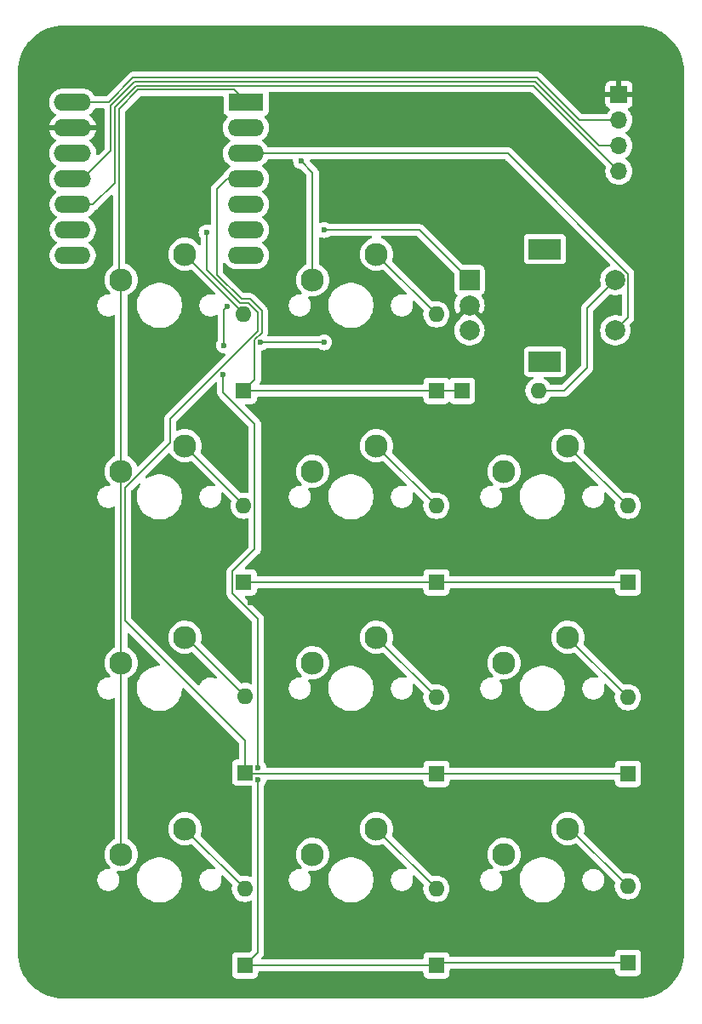
<source format=gbr>
%TF.GenerationSoftware,KiCad,Pcbnew,8.0.6*%
%TF.CreationDate,2024-10-21T23:06:15+01:00*%
%TF.ProjectId,vrishpad,76726973-6870-4616-942e-6b696361645f,rev?*%
%TF.SameCoordinates,Original*%
%TF.FileFunction,Copper,L1,Top*%
%TF.FilePolarity,Positive*%
%FSLAX46Y46*%
G04 Gerber Fmt 4.6, Leading zero omitted, Abs format (unit mm)*
G04 Created by KiCad (PCBNEW 8.0.6) date 2024-10-21 23:06:15*
%MOMM*%
%LPD*%
G01*
G04 APERTURE LIST*
%TA.AperFunction,ComponentPad*%
%ADD10C,2.300000*%
%TD*%
%TA.AperFunction,ComponentPad*%
%ADD11R,1.600000X1.600000*%
%TD*%
%TA.AperFunction,ComponentPad*%
%ADD12O,1.600000X1.600000*%
%TD*%
%TA.AperFunction,ComponentPad*%
%ADD13R,1.700000X1.700000*%
%TD*%
%TA.AperFunction,ComponentPad*%
%ADD14O,1.700000X1.700000*%
%TD*%
%TA.AperFunction,ComponentPad*%
%ADD15C,2.000000*%
%TD*%
%TA.AperFunction,ComponentPad*%
%ADD16R,3.200000X2.000000*%
%TD*%
%TA.AperFunction,ComponentPad*%
%ADD17R,2.000000X2.000000*%
%TD*%
%TA.AperFunction,ComponentPad*%
%ADD18O,3.700000X1.700000*%
%TD*%
%TA.AperFunction,ComponentPad*%
%ADD19O,3.600000X1.700000*%
%TD*%
%TA.AperFunction,ComponentPad*%
%ADD20R,3.500000X1.700000*%
%TD*%
%TA.AperFunction,ViaPad*%
%ADD21C,0.600000*%
%TD*%
%TA.AperFunction,Conductor*%
%ADD22C,0.200000*%
%TD*%
G04 APERTURE END LIST*
D10*
%TO.P,SW7,1,1*%
%TO.N,COL2*%
X81915000Y-64135000D03*
%TO.P,SW7,2,2*%
%TO.N,Net-(D7-A)*%
X88265000Y-61595000D03*
%TD*%
D11*
%TO.P,D2,1,K*%
%TO.N,ROW1*%
X56007000Y-75184000D03*
D12*
%TO.P,D2,2,A*%
%TO.N,Net-(D2-A)*%
X56007000Y-67564000D03*
%TD*%
D11*
%TO.P,D10,1,K*%
%TO.N,ROW2*%
X75184000Y-94234000D03*
D12*
%TO.P,D10,2,A*%
%TO.N,Net-(D10-A)*%
X75184000Y-86614000D03*
%TD*%
D11*
%TO.P,D9,1,K*%
%TO.N,ROW2*%
X56134000Y-94107000D03*
D12*
%TO.P,D9,2,A*%
%TO.N,Net-(D9-A)*%
X56134000Y-86487000D03*
%TD*%
D10*
%TO.P,SW12,1,1*%
%TO.N,COL1*%
X62865000Y-102235000D03*
%TO.P,SW12,2,2*%
%TO.N,Net-(D12-A)*%
X69215000Y-99695000D03*
%TD*%
%TO.P,SW3,1,1*%
%TO.N,COL0*%
X43815000Y-45085000D03*
%TO.P,SW3,2,2*%
%TO.N,Net-(D1-A)*%
X50165000Y-42545000D03*
%TD*%
D13*
%TO.P,U2,1,GND*%
%TO.N,GND*%
X93345000Y-26670000D03*
D14*
%TO.P,U2,2,VCC_IN*%
%TO.N,VCC*%
X93345000Y-29210000D03*
%TO.P,U2,3,SCL*%
%TO.N,OLED_SCL*%
X93345000Y-31750000D03*
%TO.P,U2,4,SDA*%
%TO.N,OLED_SDA*%
X93345000Y-34290000D03*
%TD*%
D10*
%TO.P,SW9,1,1*%
%TO.N,COL0*%
X43815000Y-83185000D03*
%TO.P,SW9,2,2*%
%TO.N,Net-(D9-A)*%
X50165000Y-80645000D03*
%TD*%
D11*
%TO.P,D15,1,K*%
%TO.N,ROW3*%
X94234000Y-113030000D03*
D12*
%TO.P,D15,2,A*%
%TO.N,Net-(D15-A)*%
X94234000Y-105410000D03*
%TD*%
D10*
%TO.P,SW5,1,1*%
%TO.N,COL1*%
X62865000Y-45085000D03*
%TO.P,SW5,2,2*%
%TO.N,Net-(D3-A)*%
X69215000Y-42545000D03*
%TD*%
%TO.P,SW6,1,1*%
%TO.N,COL1*%
X62865000Y-64135000D03*
%TO.P,SW6,2,2*%
%TO.N,Net-(D4-A)*%
X69215000Y-61595000D03*
%TD*%
D11*
%TO.P,D1,1,K*%
%TO.N,ROW0*%
X56007000Y-56134000D03*
D12*
%TO.P,D1,2,A*%
%TO.N,Net-(D1-A)*%
X56007000Y-48514000D03*
%TD*%
D10*
%TO.P,SW4,1,1*%
%TO.N,COL0*%
X43815000Y-64135000D03*
%TO.P,SW4,2,2*%
%TO.N,Net-(D2-A)*%
X50165000Y-61595000D03*
%TD*%
D11*
%TO.P,D3,1,K*%
%TO.N,ROW0*%
X75184000Y-56134000D03*
D12*
%TO.P,D3,2,A*%
%TO.N,Net-(D3-A)*%
X75184000Y-48514000D03*
%TD*%
D11*
%TO.P,D4,1,K*%
%TO.N,ROW1*%
X75184000Y-75184000D03*
D12*
%TO.P,D4,2,A*%
%TO.N,Net-(D4-A)*%
X75184000Y-67564000D03*
%TD*%
D10*
%TO.P,SW11,1,1*%
%TO.N,COL0*%
X43815000Y-102235000D03*
%TO.P,SW11,2,2*%
%TO.N,Net-(D11-A)*%
X50165000Y-99695000D03*
%TD*%
D11*
%TO.P,D5,1,K*%
%TO.N,ROW0*%
X77724000Y-56134000D03*
D12*
%TO.P,D5,2,A*%
%TO.N,RES2*%
X85344000Y-56134000D03*
%TD*%
D11*
%TO.P,D13,1,K*%
%TO.N,ROW2*%
X94234000Y-94234000D03*
D12*
%TO.P,D13,2,A*%
%TO.N,Net-(D13-A)*%
X94234000Y-86614000D03*
%TD*%
D11*
%TO.P,D11,1,K*%
%TO.N,ROW3*%
X56134000Y-113284000D03*
D12*
%TO.P,D11,2,A*%
%TO.N,Net-(D11-A)*%
X56134000Y-105664000D03*
%TD*%
D11*
%TO.P,D7,1,K*%
%TO.N,ROW1*%
X94234000Y-75184000D03*
D12*
%TO.P,D7,2,A*%
%TO.N,Net-(D7-A)*%
X94234000Y-67564000D03*
%TD*%
D11*
%TO.P,D12,1,K*%
%TO.N,ROW3*%
X75184000Y-113284000D03*
D12*
%TO.P,D12,2,A*%
%TO.N,Net-(D12-A)*%
X75184000Y-105664000D03*
%TD*%
D10*
%TO.P,SW15,1,1*%
%TO.N,COL2*%
X81915000Y-102235000D03*
%TO.P,SW15,2,2*%
%TO.N,Net-(D15-A)*%
X88265000Y-99695000D03*
%TD*%
%TO.P,SW13,1,1*%
%TO.N,COL2*%
X81915000Y-83185000D03*
%TO.P,SW13,2,2*%
%TO.N,Net-(D13-A)*%
X88265000Y-80645000D03*
%TD*%
%TO.P,SW10,1,1*%
%TO.N,COL1*%
X62865000Y-83185000D03*
%TO.P,SW10,2,2*%
%TO.N,Net-(D10-A)*%
X69215000Y-80645000D03*
%TD*%
D15*
%TO.P,SW17,S2,S2*%
%TO.N,RES2*%
X92975000Y-45125000D03*
%TO.P,SW17,S1,S1*%
%TO.N,COL2*%
X92975000Y-50125000D03*
D16*
%TO.P,SW17,MP*%
%TO.N,N/C*%
X85975000Y-53225000D03*
X85975000Y-42025000D03*
D15*
%TO.P,SW17,C,C*%
%TO.N,GND*%
X78475000Y-47625000D03*
%TO.P,SW17,B,B*%
%TO.N,REB*%
X78475000Y-50125000D03*
D17*
%TO.P,SW17,A,A*%
%TO.N,REA*%
X78475000Y-45125000D03*
%TD*%
D18*
%TO.P,U1,14,5V*%
%TO.N,VCC*%
X38991500Y-27432000D03*
%TO.P,U1,13,GND*%
%TO.N,GND*%
X38991500Y-29972000D03*
%TO.P,U1,12,3V3*%
%TO.N,unconnected-(U1-3V3-Pad12)*%
X38991500Y-32512000D03*
%TO.P,U1,11,PA6_A10_D10_MOSI*%
%TO.N,OLED_SCL*%
X38991500Y-35052000D03*
D19*
%TO.P,U1,10,PA5_A9_D9_MISO*%
%TO.N,OLED_SDA*%
X38991500Y-37592000D03*
%TO.P,U1,9,PA7_A8_D8_SCK*%
%TO.N,REA*%
X38991500Y-40132000D03*
%TO.P,U1,8,PB09_A7_D7_RX*%
%TO.N,REB*%
X38991500Y-42672000D03*
%TO.P,U1,7,PB08_A6_D6_TX*%
%TO.N,ROW3*%
X56241500Y-42672000D03*
%TO.P,U1,6,PA9_A5_D5_SCL*%
%TO.N,ROW2*%
X56241500Y-40132000D03*
%TO.P,U1,5,PA8_A4_D4_SDA*%
%TO.N,ROW1*%
X56241500Y-37592000D03*
%TO.P,U1,4,PA11_A3_D3*%
%TO.N,ROW0*%
X56241500Y-35052000D03*
%TO.P,U1,3,PA10_A2_D2*%
%TO.N,COL2*%
X56241500Y-32512000D03*
%TO.P,U1,2,PA4_A1_D1*%
%TO.N,COL1*%
X56241500Y-29972000D03*
D20*
%TO.P,U1,1,PA02_A0_D0*%
%TO.N,COL0*%
X56241500Y-27432000D03*
%TD*%
D21*
%TO.N,ROW2*%
X52324000Y-40386000D03*
%TO.N,ROW3*%
X57434002Y-93634000D03*
X53970657Y-54478657D03*
X54065123Y-51598877D03*
X54356000Y-47752000D03*
X57434002Y-94834000D03*
%TO.N,COL1*%
X61722000Y-33274000D03*
%TO.N,REA*%
X64008000Y-40132000D03*
%TO.N,GND*%
X76454000Y-84074000D03*
X53848000Y-61722000D03*
X86106000Y-31750000D03*
X56664765Y-77193235D03*
X63754000Y-77216000D03*
X49276000Y-33528000D03*
X50292000Y-75692000D03*
X47244000Y-41656000D03*
%TO.N,REB*%
X57707000Y-51308000D03*
X64008000Y-51308000D03*
%TD*%
D22*
%TO.N,Net-(D1-A)*%
X50165000Y-42545000D02*
X56007000Y-48387000D01*
X56007000Y-48387000D02*
X56007000Y-48514000D01*
%TO.N,ROW0*%
X57107000Y-51059471D02*
X57804000Y-50362471D01*
X56007000Y-56134000D02*
X75184000Y-56134000D01*
X57804000Y-48189679D02*
X56628321Y-47014000D01*
X57804000Y-50362471D02*
X57804000Y-48189679D01*
X56007000Y-56134000D02*
X57107000Y-55034000D01*
X53340677Y-44589305D02*
X53340677Y-36067323D01*
X75184000Y-56134000D02*
X77724000Y-56134000D01*
X53340677Y-36067323D02*
X54356000Y-35052000D01*
X56628321Y-47014000D02*
X55765372Y-47014000D01*
X55765372Y-47014000D02*
X53340677Y-44589305D01*
X54356000Y-35052000D02*
X56261000Y-35052000D01*
X57107000Y-55034000D02*
X57107000Y-51059471D01*
%TO.N,ROW1*%
X56007000Y-75184000D02*
X75184000Y-75184000D01*
X75184000Y-75184000D02*
X94234000Y-75184000D01*
%TO.N,Net-(D2-A)*%
X50165000Y-61595000D02*
X56007000Y-67437000D01*
X56007000Y-67437000D02*
X56007000Y-67564000D01*
%TO.N,Net-(D3-A)*%
X75184000Y-48514000D02*
X69215000Y-42545000D01*
%TO.N,Net-(D4-A)*%
X75184000Y-67564000D02*
X69215000Y-61595000D01*
%TO.N,RES2*%
X90170000Y-47930000D02*
X90170000Y-53848000D01*
X90170000Y-53848000D02*
X87884000Y-56134000D01*
X92975000Y-45125000D02*
X90170000Y-47930000D01*
X87884000Y-56134000D02*
X85344000Y-56134000D01*
%TO.N,Net-(D7-A)*%
X94234000Y-67564000D02*
X88265000Y-61595000D01*
%TO.N,ROW2*%
X55118000Y-89916000D02*
X56134000Y-90932000D01*
X57404000Y-48355365D02*
X57404000Y-50196785D01*
X55599686Y-47414000D02*
X56462635Y-47414000D01*
X44215000Y-65785610D02*
X44215000Y-79000225D01*
X48715000Y-58885785D02*
X48715000Y-61285610D01*
X44215000Y-79000225D02*
X55118000Y-89903225D01*
X52324000Y-44138314D02*
X55599686Y-47414000D01*
X94234000Y-94234000D02*
X75184000Y-94234000D01*
X75184000Y-94234000D02*
X56261000Y-94234000D01*
X55118000Y-89903225D02*
X55118000Y-89916000D01*
X52324000Y-40386000D02*
X52324000Y-44138314D01*
X48715000Y-61285610D02*
X44215000Y-65785610D01*
X56261000Y-94234000D02*
X56134000Y-94107000D01*
X56134000Y-90932000D02*
X56134000Y-94107000D01*
X56462635Y-47414000D02*
X57404000Y-48355365D01*
X57404000Y-50196785D02*
X48715000Y-58885785D01*
%TO.N,Net-(D9-A)*%
X50292000Y-80645000D02*
X50165000Y-80645000D01*
X56134000Y-86487000D02*
X50292000Y-80645000D01*
%TO.N,Net-(D10-A)*%
X69215000Y-80645000D02*
X75184000Y-86614000D01*
%TO.N,ROW3*%
X57434002Y-78811002D02*
X54907000Y-76284000D01*
X57107000Y-71884000D02*
X57107000Y-59434000D01*
X75184000Y-113284000D02*
X75692000Y-113284000D01*
X56134000Y-113284000D02*
X75184000Y-113284000D01*
X54065123Y-51598877D02*
X54065123Y-48042877D01*
X54907000Y-74084000D02*
X57107000Y-71884000D01*
X54907000Y-76284000D02*
X54907000Y-74084000D01*
X57434002Y-111983998D02*
X57434002Y-94834000D01*
X53970657Y-56297657D02*
X53970657Y-54478657D01*
X56134000Y-113284000D02*
X57434002Y-111983998D01*
X54065123Y-48042877D02*
X54356000Y-47752000D01*
X57434002Y-93634000D02*
X57434002Y-78811002D01*
X75692000Y-113284000D02*
X75946000Y-113030000D01*
X57107000Y-59434000D02*
X53970657Y-56297657D01*
X75946000Y-113030000D02*
X94234000Y-113030000D01*
%TO.N,Net-(D11-A)*%
X56134000Y-105664000D02*
X50165000Y-99695000D01*
%TO.N,Net-(D12-A)*%
X69215000Y-99695000D02*
X75184000Y-105664000D01*
%TO.N,Net-(D13-A)*%
X94234000Y-86614000D02*
X88265000Y-80645000D01*
%TO.N,Net-(D15-A)*%
X88519000Y-99695000D02*
X88265000Y-99695000D01*
X94234000Y-105410000D02*
X88519000Y-99695000D01*
%TO.N,COL0*%
X56261000Y-27432000D02*
X55013000Y-26184000D01*
X43815000Y-83185000D02*
X43815000Y-102235000D01*
X45501686Y-26184000D02*
X43580000Y-28105686D01*
X43580000Y-28105686D02*
X43580000Y-44850000D01*
X43580000Y-44850000D02*
X43815000Y-45085000D01*
X43815000Y-45085000D02*
X43815000Y-64135000D01*
X55013000Y-26184000D02*
X45501686Y-26184000D01*
X43815000Y-64135000D02*
X43815000Y-83185000D01*
%TO.N,COL1*%
X62865000Y-34417000D02*
X61722000Y-33274000D01*
X62865000Y-45085000D02*
X62865000Y-34417000D01*
%TO.N,COL2*%
X92975000Y-50125000D02*
X94275000Y-48825000D01*
X94275000Y-44491000D02*
X82296000Y-32512000D01*
X94275000Y-48825000D02*
X94275000Y-44491000D01*
X82296000Y-32512000D02*
X56261000Y-32512000D01*
%TO.N,REA*%
X73482000Y-40132000D02*
X64008000Y-40132000D01*
X78475000Y-45125000D02*
X73482000Y-40132000D01*
%TO.N,GND*%
X49276000Y-33528000D02*
X49276000Y-39624000D01*
X49276000Y-39624000D02*
X47244000Y-41656000D01*
X56687530Y-77216000D02*
X56664765Y-77193235D01*
X63754000Y-77216000D02*
X56687530Y-77216000D01*
%TO.N,VCC*%
X85170372Y-24984000D02*
X89396372Y-29210000D01*
X45004628Y-24984000D02*
X85170372Y-24984000D01*
X42556628Y-27432000D02*
X45004628Y-24984000D01*
X89396372Y-29210000D02*
X93345000Y-29210000D01*
X39991500Y-27432000D02*
X42556628Y-27432000D01*
%TO.N,OLED_SDA*%
X45336000Y-25784000D02*
X43180000Y-27940000D01*
X43180000Y-27940000D02*
X43180000Y-35423000D01*
X84839000Y-25784000D02*
X45336000Y-25784000D01*
X41011000Y-37592000D02*
X39991500Y-37592000D01*
X43180000Y-35423000D02*
X41011000Y-37592000D01*
X93345000Y-34290000D02*
X84839000Y-25784000D01*
%TO.N,OLED_SCL*%
X85004686Y-25384000D02*
X45170314Y-25384000D01*
X91370686Y-31750000D02*
X85004686Y-25384000D01*
X42780000Y-27774314D02*
X42780000Y-32263500D01*
X45170314Y-25384000D02*
X42780000Y-27774314D01*
X93345000Y-31750000D02*
X91370686Y-31750000D01*
X42780000Y-32263500D02*
X39991500Y-35052000D01*
%TO.N,REB*%
X64008000Y-51308000D02*
X57707000Y-51308000D01*
%TD*%
%TA.AperFunction,Conductor*%
%TO.N,GND*%
G36*
X48638725Y-62313632D02*
G01*
X48694658Y-62355504D01*
X48701118Y-62365024D01*
X48825584Y-62568135D01*
X48825585Y-62568137D01*
X48850447Y-62597246D01*
X48994311Y-62765689D01*
X49191860Y-62934412D01*
X49413372Y-63070154D01*
X49413374Y-63070154D01*
X49413376Y-63070156D01*
X49474693Y-63095554D01*
X49653390Y-63169573D01*
X49906006Y-63230221D01*
X50165000Y-63250604D01*
X50423994Y-63230221D01*
X50676610Y-63169573D01*
X50751192Y-63138679D01*
X50820658Y-63131210D01*
X50883137Y-63162484D01*
X50886324Y-63165559D01*
X53128848Y-65408084D01*
X53162333Y-65469407D01*
X53157349Y-65539099D01*
X53115477Y-65595032D01*
X53050013Y-65619449D01*
X53002849Y-65613696D01*
X52962912Y-65600719D01*
X52791687Y-65573600D01*
X52791682Y-65573600D01*
X52618318Y-65573600D01*
X52618313Y-65573600D01*
X52447086Y-65600720D01*
X52282211Y-65654290D01*
X52282208Y-65654291D01*
X52127739Y-65732998D01*
X52048454Y-65790603D01*
X51987486Y-65834899D01*
X51987484Y-65834901D01*
X51987483Y-65834901D01*
X51864901Y-65957483D01*
X51864901Y-65957484D01*
X51864899Y-65957486D01*
X51835446Y-65998025D01*
X51762998Y-66097739D01*
X51684291Y-66252208D01*
X51684290Y-66252211D01*
X51630720Y-66417086D01*
X51603600Y-66588312D01*
X51603600Y-66761687D01*
X51630720Y-66932913D01*
X51684290Y-67097788D01*
X51684291Y-67097791D01*
X51696267Y-67121294D01*
X51762998Y-67252260D01*
X51864899Y-67392514D01*
X51987486Y-67515101D01*
X52127740Y-67617002D01*
X52190485Y-67648972D01*
X52282208Y-67695708D01*
X52282211Y-67695709D01*
X52364648Y-67722494D01*
X52447088Y-67749280D01*
X52526391Y-67761840D01*
X52618313Y-67776400D01*
X52618318Y-67776400D01*
X52791687Y-67776400D01*
X52874695Y-67763252D01*
X52962912Y-67749280D01*
X53127791Y-67695708D01*
X53282260Y-67617002D01*
X53422514Y-67515101D01*
X53545101Y-67392514D01*
X53647002Y-67252260D01*
X53725708Y-67097791D01*
X53779280Y-66932912D01*
X53796831Y-66822099D01*
X53806400Y-66761687D01*
X53806400Y-66588312D01*
X53786826Y-66464738D01*
X53779280Y-66417088D01*
X53779279Y-66417084D01*
X53766304Y-66377149D01*
X53764309Y-66307308D01*
X53800390Y-66247476D01*
X53863091Y-66216648D01*
X53932505Y-66224613D01*
X53971913Y-66251149D01*
X54445622Y-66724858D01*
X54741896Y-67021132D01*
X54775381Y-67082455D01*
X54773990Y-67140906D01*
X54721366Y-67337302D01*
X54721364Y-67337313D01*
X54701532Y-67563998D01*
X54701532Y-67564001D01*
X54721364Y-67790686D01*
X54721366Y-67790697D01*
X54780258Y-68010488D01*
X54780261Y-68010497D01*
X54876431Y-68216732D01*
X54876432Y-68216734D01*
X55006954Y-68403141D01*
X55167858Y-68564045D01*
X55167861Y-68564047D01*
X55354266Y-68694568D01*
X55560504Y-68790739D01*
X55780308Y-68849635D01*
X55942230Y-68863801D01*
X56006998Y-68869468D01*
X56007000Y-68869468D01*
X56007002Y-68869468D01*
X56063673Y-68864509D01*
X56233692Y-68849635D01*
X56350408Y-68818361D01*
X56420256Y-68820024D01*
X56478119Y-68859186D01*
X56505623Y-68923415D01*
X56506500Y-68938136D01*
X56506500Y-71583902D01*
X56486815Y-71650941D01*
X56470181Y-71671583D01*
X54426481Y-73715282D01*
X54426479Y-73715285D01*
X54376361Y-73802094D01*
X54376359Y-73802096D01*
X54347425Y-73852209D01*
X54347424Y-73852210D01*
X54339040Y-73883500D01*
X54306499Y-74004943D01*
X54306499Y-74004945D01*
X54306499Y-74173046D01*
X54306500Y-74173059D01*
X54306500Y-76197330D01*
X54306499Y-76197348D01*
X54306499Y-76363054D01*
X54306498Y-76363054D01*
X54339040Y-76484499D01*
X54347423Y-76515785D01*
X54375933Y-76565165D01*
X54376358Y-76565900D01*
X54376359Y-76565904D01*
X54376360Y-76565904D01*
X54426479Y-76652714D01*
X54426481Y-76652717D01*
X54545349Y-76771585D01*
X54545355Y-76771590D01*
X56797183Y-79023418D01*
X56830668Y-79084741D01*
X56833502Y-79111099D01*
X56833502Y-85183599D01*
X56813817Y-85250638D01*
X56761013Y-85296393D01*
X56691855Y-85306337D01*
X56657097Y-85295981D01*
X56636128Y-85286203D01*
X56580496Y-85260261D01*
X56580492Y-85260260D01*
X56580488Y-85260258D01*
X56360697Y-85201366D01*
X56360693Y-85201365D01*
X56360692Y-85201365D01*
X56360691Y-85201364D01*
X56360686Y-85201364D01*
X56134002Y-85181532D01*
X56133998Y-85181532D01*
X55907313Y-85201364D01*
X55907302Y-85201366D01*
X55811068Y-85227152D01*
X55741218Y-85225489D01*
X55691294Y-85195058D01*
X51771886Y-81275651D01*
X51738401Y-81214328D01*
X51738993Y-81159022D01*
X51739570Y-81156615D01*
X51739573Y-81156610D01*
X51800221Y-80903994D01*
X51820604Y-80645000D01*
X51800221Y-80386006D01*
X51739573Y-80133390D01*
X51640154Y-79893372D01*
X51504412Y-79671860D01*
X51335689Y-79474311D01*
X51138140Y-79305588D01*
X50916628Y-79169846D01*
X50916627Y-79169845D01*
X50916623Y-79169843D01*
X50750627Y-79101086D01*
X50676610Y-79070427D01*
X50676611Y-79070427D01*
X50480804Y-79023418D01*
X50423994Y-79009779D01*
X50423992Y-79009778D01*
X50423991Y-79009778D01*
X50165000Y-78989396D01*
X49906009Y-79009778D01*
X49653389Y-79070427D01*
X49413376Y-79169843D01*
X49191859Y-79305588D01*
X48994311Y-79474311D01*
X48825588Y-79671859D01*
X48689843Y-79893376D01*
X48590427Y-80133389D01*
X48529778Y-80386009D01*
X48509396Y-80645000D01*
X48529778Y-80903990D01*
X48590427Y-81156610D01*
X48689843Y-81396623D01*
X48689845Y-81396627D01*
X48689846Y-81396628D01*
X48825588Y-81618140D01*
X48994311Y-81815689D01*
X49191860Y-81984412D01*
X49413372Y-82120154D01*
X49413374Y-82120154D01*
X49413376Y-82120156D01*
X49470973Y-82144013D01*
X49653390Y-82219573D01*
X49906006Y-82280221D01*
X50165000Y-82300604D01*
X50423994Y-82280221D01*
X50676610Y-82219573D01*
X50840996Y-82151481D01*
X50910462Y-82144013D01*
X50972941Y-82175288D01*
X50976127Y-82178362D01*
X53337261Y-84539497D01*
X53370746Y-84600820D01*
X53365762Y-84670512D01*
X53323890Y-84726445D01*
X53258426Y-84750862D01*
X53193285Y-84737663D01*
X53127791Y-84704291D01*
X53127788Y-84704290D01*
X52962913Y-84650720D01*
X52791687Y-84623600D01*
X52791682Y-84623600D01*
X52618318Y-84623600D01*
X52618313Y-84623600D01*
X52447086Y-84650720D01*
X52282211Y-84704290D01*
X52282208Y-84704291D01*
X52127739Y-84782998D01*
X52048454Y-84840603D01*
X51987486Y-84884899D01*
X51987484Y-84884901D01*
X51987483Y-84884901D01*
X51864901Y-85007483D01*
X51864901Y-85007484D01*
X51864899Y-85007486D01*
X51826705Y-85060055D01*
X51762998Y-85147739D01*
X51684291Y-85302208D01*
X51684289Y-85302214D01*
X51668818Y-85349832D01*
X51629381Y-85407508D01*
X51565023Y-85434707D01*
X51496176Y-85422793D01*
X51463206Y-85399196D01*
X44851819Y-78787809D01*
X44818334Y-78726486D01*
X44815500Y-78700128D01*
X44815500Y-66085706D01*
X44835185Y-66018667D01*
X44851814Y-65998030D01*
X45540182Y-65309661D01*
X45601502Y-65276179D01*
X45671193Y-65281163D01*
X45727127Y-65323034D01*
X45751544Y-65388499D01*
X45736692Y-65456772D01*
X45735247Y-65459345D01*
X45607742Y-65680189D01*
X45607734Y-65680205D01*
X45495152Y-65952005D01*
X45419001Y-66236203D01*
X45380601Y-66527883D01*
X45380600Y-66527900D01*
X45380600Y-66822099D01*
X45380601Y-66822116D01*
X45395187Y-66932912D01*
X45419002Y-67113800D01*
X45478889Y-67337302D01*
X45495152Y-67397994D01*
X45607734Y-67669794D01*
X45607742Y-67669810D01*
X45754840Y-67924589D01*
X45754851Y-67924605D01*
X45933948Y-68158009D01*
X45933954Y-68158016D01*
X46141983Y-68366045D01*
X46141989Y-68366050D01*
X46375403Y-68545155D01*
X46375410Y-68545159D01*
X46630189Y-68692257D01*
X46630205Y-68692265D01*
X46902005Y-68804847D01*
X46902007Y-68804847D01*
X46902013Y-68804850D01*
X47186200Y-68880998D01*
X47477894Y-68919400D01*
X47477901Y-68919400D01*
X47772099Y-68919400D01*
X47772106Y-68919400D01*
X48063800Y-68880998D01*
X48347987Y-68804850D01*
X48441727Y-68766022D01*
X48619794Y-68692265D01*
X48619797Y-68692263D01*
X48619803Y-68692261D01*
X48874597Y-68545155D01*
X49108011Y-68366050D01*
X49316050Y-68158011D01*
X49495155Y-67924597D01*
X49642261Y-67669803D01*
X49645548Y-67661869D01*
X49754847Y-67397994D01*
X49754846Y-67397994D01*
X49754850Y-67397987D01*
X49830998Y-67113800D01*
X49869400Y-66822106D01*
X49869400Y-66527894D01*
X49830998Y-66236200D01*
X49754850Y-65952013D01*
X49754847Y-65952005D01*
X49642265Y-65680205D01*
X49642257Y-65680189D01*
X49495159Y-65425410D01*
X49495155Y-65425403D01*
X49316050Y-65191989D01*
X49316045Y-65191983D01*
X49108016Y-64983954D01*
X49108009Y-64983948D01*
X48874605Y-64804851D01*
X48874603Y-64804849D01*
X48874597Y-64804845D01*
X48874592Y-64804842D01*
X48874589Y-64804840D01*
X48619810Y-64657742D01*
X48619794Y-64657734D01*
X48347994Y-64545152D01*
X48063796Y-64469001D01*
X47772116Y-64430601D01*
X47772111Y-64430600D01*
X47772106Y-64430600D01*
X47477894Y-64430600D01*
X47477888Y-64430600D01*
X47477883Y-64430601D01*
X47186203Y-64469001D01*
X46902005Y-64545152D01*
X46630205Y-64657734D01*
X46630189Y-64657742D01*
X46409345Y-64785248D01*
X46341445Y-64801721D01*
X46275418Y-64778869D01*
X46232227Y-64723947D01*
X46225586Y-64654394D01*
X46257602Y-64592291D01*
X46259637Y-64590206D01*
X48507712Y-62342131D01*
X48569033Y-62308648D01*
X48638725Y-62313632D01*
G37*
%TD.AperFunction*%
%TA.AperFunction,Conductor*%
G36*
X53289491Y-55263043D02*
G01*
X53345424Y-55304915D01*
X53369841Y-55370379D01*
X53370157Y-55379225D01*
X53370157Y-56210987D01*
X53370156Y-56211005D01*
X53370156Y-56376711D01*
X53370155Y-56376711D01*
X53401183Y-56492507D01*
X53411080Y-56529442D01*
X53429039Y-56560547D01*
X53460200Y-56614520D01*
X53490136Y-56666372D01*
X53609006Y-56785242D01*
X53609012Y-56785247D01*
X56470181Y-59646416D01*
X56503666Y-59707739D01*
X56506500Y-59734097D01*
X56506500Y-66189863D01*
X56486815Y-66256902D01*
X56434011Y-66302657D01*
X56364853Y-66312601D01*
X56350407Y-66309638D01*
X56233697Y-66278366D01*
X56233693Y-66278365D01*
X56233692Y-66278365D01*
X56233691Y-66278364D01*
X56233686Y-66278364D01*
X56007002Y-66258532D01*
X56006998Y-66258532D01*
X55780313Y-66278364D01*
X55774974Y-66279306D01*
X55774583Y-66277093D01*
X55714339Y-66275638D01*
X55664455Y-66245220D01*
X51735559Y-62316324D01*
X51702074Y-62255001D01*
X51707058Y-62185309D01*
X51708652Y-62181256D01*
X51739573Y-62106610D01*
X51800221Y-61853994D01*
X51820604Y-61595000D01*
X51800221Y-61336006D01*
X51739573Y-61083390D01*
X51640154Y-60843372D01*
X51504412Y-60621860D01*
X51335689Y-60424311D01*
X51138140Y-60255588D01*
X50916628Y-60119846D01*
X50916627Y-60119845D01*
X50916623Y-60119843D01*
X50750627Y-60051086D01*
X50676610Y-60020427D01*
X50676611Y-60020427D01*
X50538921Y-59987370D01*
X50423994Y-59959779D01*
X50423992Y-59959778D01*
X50423991Y-59959778D01*
X50165000Y-59939396D01*
X49906009Y-59959778D01*
X49653388Y-60020427D01*
X49653385Y-60020428D01*
X49486952Y-60089367D01*
X49417483Y-60096836D01*
X49355004Y-60065561D01*
X49319352Y-60005472D01*
X49315500Y-59974806D01*
X49315500Y-59185882D01*
X49335185Y-59118843D01*
X49351819Y-59098201D01*
X53158476Y-55291544D01*
X53219799Y-55258059D01*
X53289491Y-55263043D01*
G37*
%TD.AperFunction*%
%TA.AperFunction,Conductor*%
G36*
X53934039Y-26804185D02*
G01*
X53979794Y-26856989D01*
X53991000Y-26908500D01*
X53991000Y-28329870D01*
X53991001Y-28329876D01*
X53997408Y-28389483D01*
X54047702Y-28524328D01*
X54047706Y-28524335D01*
X54133952Y-28639544D01*
X54133955Y-28639547D01*
X54249164Y-28725793D01*
X54249173Y-28725798D01*
X54344164Y-28761227D01*
X54400098Y-28803098D01*
X54424516Y-28868562D01*
X54409665Y-28936835D01*
X54388514Y-28965090D01*
X54261389Y-29092215D01*
X54136451Y-29264179D01*
X54039944Y-29453585D01*
X53974253Y-29655760D01*
X53963762Y-29722000D01*
X53941000Y-29865713D01*
X53941000Y-30078287D01*
X53974254Y-30288243D01*
X54029249Y-30457500D01*
X54039944Y-30490414D01*
X54136451Y-30679820D01*
X54261390Y-30851786D01*
X54411713Y-31002109D01*
X54583682Y-31127050D01*
X54592446Y-31131516D01*
X54643242Y-31179491D01*
X54660036Y-31247312D01*
X54637498Y-31313447D01*
X54592446Y-31352484D01*
X54583682Y-31356949D01*
X54411713Y-31481890D01*
X54261390Y-31632213D01*
X54136451Y-31804179D01*
X54039944Y-31993585D01*
X53974253Y-32195760D01*
X53941000Y-32405713D01*
X53941000Y-32618287D01*
X53974254Y-32828243D01*
X54029249Y-32997500D01*
X54039944Y-33030414D01*
X54136451Y-33219820D01*
X54261390Y-33391786D01*
X54411713Y-33542109D01*
X54583682Y-33667050D01*
X54592446Y-33671516D01*
X54643242Y-33719491D01*
X54660036Y-33787312D01*
X54637498Y-33853447D01*
X54592446Y-33892484D01*
X54583682Y-33896949D01*
X54411713Y-34021890D01*
X54261390Y-34172213D01*
X54136451Y-34344179D01*
X54051213Y-34511470D01*
X54003239Y-34562266D01*
X54002731Y-34562560D01*
X53987289Y-34571475D01*
X53987280Y-34571482D01*
X52971963Y-35586801D01*
X52860158Y-35698605D01*
X52860156Y-35698608D01*
X52810038Y-35785417D01*
X52810036Y-35785419D01*
X52781102Y-35835532D01*
X52781101Y-35835533D01*
X52781100Y-35835538D01*
X52740176Y-35988266D01*
X52740176Y-35988268D01*
X52740176Y-36156369D01*
X52740177Y-36156382D01*
X52740177Y-39508772D01*
X52720492Y-39575811D01*
X52667688Y-39621566D01*
X52598530Y-39631510D01*
X52575223Y-39625814D01*
X52503257Y-39600632D01*
X52503249Y-39600630D01*
X52324004Y-39580435D01*
X52323996Y-39580435D01*
X52144750Y-39600630D01*
X52144745Y-39600631D01*
X51974476Y-39660211D01*
X51821737Y-39756184D01*
X51694184Y-39883737D01*
X51598211Y-40036476D01*
X51538631Y-40206745D01*
X51538630Y-40206750D01*
X51518435Y-40385996D01*
X51518435Y-40386003D01*
X51538630Y-40565249D01*
X51538631Y-40565254D01*
X51598211Y-40735523D01*
X51634469Y-40793227D01*
X51673851Y-40855903D01*
X51694185Y-40888263D01*
X51696445Y-40891097D01*
X51697334Y-40893275D01*
X51697889Y-40894158D01*
X51697734Y-40894255D01*
X51722855Y-40955783D01*
X51723500Y-40968412D01*
X51723500Y-41492262D01*
X51703815Y-41559301D01*
X51651011Y-41605056D01*
X51581853Y-41615000D01*
X51518297Y-41585975D01*
X51505210Y-41572794D01*
X51457515Y-41516951D01*
X51335689Y-41374311D01*
X51138140Y-41205588D01*
X50916628Y-41069846D01*
X50916627Y-41069845D01*
X50916623Y-41069843D01*
X50692804Y-40977135D01*
X50676610Y-40970427D01*
X50676611Y-40970427D01*
X50538921Y-40937370D01*
X50423994Y-40909779D01*
X50423992Y-40909778D01*
X50423991Y-40909778D01*
X50165000Y-40889396D01*
X49906009Y-40909778D01*
X49653389Y-40970427D01*
X49413376Y-41069843D01*
X49191859Y-41205588D01*
X48994311Y-41374311D01*
X48825588Y-41571859D01*
X48689843Y-41793376D01*
X48590427Y-42033389D01*
X48529778Y-42286009D01*
X48509396Y-42545000D01*
X48529778Y-42803990D01*
X48590427Y-43056610D01*
X48689843Y-43296623D01*
X48689845Y-43296627D01*
X48689846Y-43296628D01*
X48825588Y-43518140D01*
X48994311Y-43715689D01*
X49191860Y-43884412D01*
X49413372Y-44020154D01*
X49413374Y-44020154D01*
X49413376Y-44020156D01*
X49474693Y-44045554D01*
X49653390Y-44119573D01*
X49906006Y-44180221D01*
X50165000Y-44200604D01*
X50423994Y-44180221D01*
X50676610Y-44119573D01*
X50751192Y-44088679D01*
X50820658Y-44081210D01*
X50883137Y-44112484D01*
X50886323Y-44115558D01*
X53128848Y-46358084D01*
X53162333Y-46419406D01*
X53157349Y-46489098D01*
X53115477Y-46545031D01*
X53050013Y-46569448D01*
X53002851Y-46563696D01*
X52962911Y-46550719D01*
X52791687Y-46523600D01*
X52791682Y-46523600D01*
X52618318Y-46523600D01*
X52618313Y-46523600D01*
X52447086Y-46550720D01*
X52282211Y-46604290D01*
X52282208Y-46604291D01*
X52127739Y-46682998D01*
X52053592Y-46736870D01*
X51987486Y-46784899D01*
X51987484Y-46784901D01*
X51987483Y-46784901D01*
X51864901Y-46907483D01*
X51864901Y-46907484D01*
X51864899Y-46907486D01*
X51821136Y-46967719D01*
X51762998Y-47047739D01*
X51684291Y-47202208D01*
X51684290Y-47202211D01*
X51630720Y-47367086D01*
X51603600Y-47538312D01*
X51603600Y-47711687D01*
X51630720Y-47882912D01*
X51684290Y-48047788D01*
X51684291Y-48047791D01*
X51722061Y-48121917D01*
X51762998Y-48202260D01*
X51864899Y-48342514D01*
X51987486Y-48465101D01*
X52127740Y-48567002D01*
X52176682Y-48591939D01*
X52282208Y-48645708D01*
X52282211Y-48645709D01*
X52342901Y-48665428D01*
X52447088Y-48699280D01*
X52526391Y-48711840D01*
X52618313Y-48726400D01*
X52618318Y-48726400D01*
X52791687Y-48726400D01*
X52874695Y-48713252D01*
X52962912Y-48699280D01*
X53127791Y-48645708D01*
X53282260Y-48567002D01*
X53282261Y-48567001D01*
X53284328Y-48565948D01*
X53352997Y-48553052D01*
X53417738Y-48579328D01*
X53457995Y-48636434D01*
X53464623Y-48676433D01*
X53464623Y-51016464D01*
X53444938Y-51083503D01*
X53437573Y-51093773D01*
X53435309Y-51096611D01*
X53339334Y-51249353D01*
X53279754Y-51419622D01*
X53279753Y-51419627D01*
X53259558Y-51598873D01*
X53259558Y-51598880D01*
X53279753Y-51778126D01*
X53279754Y-51778131D01*
X53339334Y-51948400D01*
X53430424Y-52093368D01*
X53435307Y-52101139D01*
X53562861Y-52228693D01*
X53715601Y-52324666D01*
X53885868Y-52384245D01*
X53885873Y-52384246D01*
X54062681Y-52404167D01*
X54127095Y-52431233D01*
X54166650Y-52488828D01*
X54168788Y-52558665D01*
X54136479Y-52615068D01*
X48346286Y-58405263D01*
X48234481Y-58517067D01*
X48234479Y-58517070D01*
X48184361Y-58603879D01*
X48184359Y-58603881D01*
X48155425Y-58653994D01*
X48155424Y-58653995D01*
X48155423Y-58654000D01*
X48114499Y-58806728D01*
X48114499Y-58806730D01*
X48114499Y-58974831D01*
X48114500Y-58974844D01*
X48114500Y-60985512D01*
X48094815Y-61052551D01*
X48078181Y-61073193D01*
X45561336Y-63590037D01*
X45500013Y-63623522D01*
X45430321Y-63618538D01*
X45374388Y-63576666D01*
X45359094Y-63549808D01*
X45290157Y-63383378D01*
X45290155Y-63383375D01*
X45290154Y-63383372D01*
X45154412Y-63161860D01*
X44985689Y-62964311D01*
X44788140Y-62795588D01*
X44566628Y-62659846D01*
X44566620Y-62659841D01*
X44492046Y-62628951D01*
X44437643Y-62585110D01*
X44415579Y-62518815D01*
X44415500Y-62514391D01*
X44415500Y-47477900D01*
X45380600Y-47477900D01*
X45380600Y-47772099D01*
X45380601Y-47772116D01*
X45413906Y-48025099D01*
X45419002Y-48063800D01*
X45478889Y-48287302D01*
X45495152Y-48347994D01*
X45607734Y-48619794D01*
X45607742Y-48619810D01*
X45754840Y-48874589D01*
X45754851Y-48874605D01*
X45933948Y-49108009D01*
X45933954Y-49108016D01*
X46141983Y-49316045D01*
X46141989Y-49316050D01*
X46375403Y-49495155D01*
X46375410Y-49495159D01*
X46630189Y-49642257D01*
X46630205Y-49642265D01*
X46902005Y-49754847D01*
X46902007Y-49754847D01*
X46902013Y-49754850D01*
X47186200Y-49830998D01*
X47477894Y-49869400D01*
X47477901Y-49869400D01*
X47772099Y-49869400D01*
X47772106Y-49869400D01*
X48063800Y-49830998D01*
X48347987Y-49754850D01*
X48602819Y-49649296D01*
X48619794Y-49642265D01*
X48619797Y-49642263D01*
X48619803Y-49642261D01*
X48874597Y-49495155D01*
X49108011Y-49316050D01*
X49316050Y-49108011D01*
X49495155Y-48874597D01*
X49642261Y-48619803D01*
X49645548Y-48611869D01*
X49754847Y-48347994D01*
X49754846Y-48347994D01*
X49754850Y-48347987D01*
X49830998Y-48063800D01*
X49869400Y-47772106D01*
X49869400Y-47477894D01*
X49830998Y-47186200D01*
X49754850Y-46902013D01*
X49754847Y-46902005D01*
X49642265Y-46630205D01*
X49642257Y-46630189D01*
X49504397Y-46391411D01*
X49495155Y-46375403D01*
X49339756Y-46172883D01*
X49316051Y-46141990D01*
X49316045Y-46141983D01*
X49108016Y-45933954D01*
X49108009Y-45933948D01*
X48874605Y-45754851D01*
X48874603Y-45754849D01*
X48874597Y-45754845D01*
X48874592Y-45754842D01*
X48874589Y-45754840D01*
X48619810Y-45607742D01*
X48619794Y-45607734D01*
X48347994Y-45495152D01*
X48063796Y-45419001D01*
X47772116Y-45380601D01*
X47772111Y-45380600D01*
X47772106Y-45380600D01*
X47477894Y-45380600D01*
X47477888Y-45380600D01*
X47477883Y-45380601D01*
X47186203Y-45419001D01*
X46902005Y-45495152D01*
X46630205Y-45607734D01*
X46630189Y-45607742D01*
X46375410Y-45754840D01*
X46375394Y-45754851D01*
X46141990Y-45933948D01*
X46141983Y-45933954D01*
X45933954Y-46141983D01*
X45933948Y-46141990D01*
X45754851Y-46375394D01*
X45754840Y-46375410D01*
X45607742Y-46630189D01*
X45607734Y-46630205D01*
X45495152Y-46902005D01*
X45419001Y-47186203D01*
X45380601Y-47477883D01*
X45380600Y-47477900D01*
X44415500Y-47477900D01*
X44415500Y-46705607D01*
X44435185Y-46638568D01*
X44487989Y-46592813D01*
X44492048Y-46591046D01*
X44566621Y-46560157D01*
X44566621Y-46560156D01*
X44566628Y-46560154D01*
X44788140Y-46424412D01*
X44985689Y-46255689D01*
X45154412Y-46058140D01*
X45290154Y-45836628D01*
X45389573Y-45596610D01*
X45450221Y-45343994D01*
X45470604Y-45085000D01*
X45450221Y-44826006D01*
X45389573Y-44573390D01*
X45290154Y-44333372D01*
X45154412Y-44111860D01*
X44985689Y-43914311D01*
X44788140Y-43745588D01*
X44566628Y-43609846D01*
X44566627Y-43609845D01*
X44566623Y-43609843D01*
X44386200Y-43535110D01*
X44326610Y-43510427D01*
X44326608Y-43510426D01*
X44326605Y-43510425D01*
X44275551Y-43498168D01*
X44214960Y-43463377D01*
X44182797Y-43401350D01*
X44180500Y-43377595D01*
X44180500Y-28405783D01*
X44200185Y-28338744D01*
X44216819Y-28318102D01*
X45714102Y-26820819D01*
X45775425Y-26787334D01*
X45801783Y-26784500D01*
X53867000Y-26784500D01*
X53934039Y-26804185D01*
G37*
%TD.AperFunction*%
%TA.AperFunction,Conductor*%
G36*
X42122539Y-28052185D02*
G01*
X42168294Y-28104989D01*
X42179500Y-28156500D01*
X42179500Y-31963401D01*
X42159815Y-32030440D01*
X42143181Y-32051082D01*
X41553681Y-32640582D01*
X41492358Y-32674067D01*
X41422666Y-32669083D01*
X41366733Y-32627211D01*
X41342316Y-32561747D01*
X41342000Y-32552901D01*
X41342000Y-32405713D01*
X41311582Y-32213663D01*
X41308746Y-32195757D01*
X41243057Y-31993588D01*
X41146551Y-31804184D01*
X41146549Y-31804181D01*
X41146548Y-31804179D01*
X41021609Y-31632213D01*
X40871286Y-31481890D01*
X40699317Y-31356949D01*
X40690004Y-31352204D01*
X40639207Y-31304230D01*
X40622412Y-31236409D01*
X40644949Y-31170274D01*
X40690007Y-31131232D01*
X40699058Y-31126620D01*
X40870959Y-31001727D01*
X40870964Y-31001723D01*
X41021223Y-30851464D01*
X41021227Y-30851459D01*
X41146120Y-30679557D01*
X41242595Y-30490217D01*
X41308257Y-30288129D01*
X41308257Y-30288126D01*
X41318731Y-30222000D01*
X40424512Y-30222000D01*
X40457425Y-30164993D01*
X40491500Y-30037826D01*
X40491500Y-29906174D01*
X40457425Y-29779007D01*
X40424512Y-29722000D01*
X41318731Y-29722000D01*
X41308257Y-29655873D01*
X41308257Y-29655870D01*
X41242595Y-29453782D01*
X41146120Y-29264442D01*
X41021227Y-29092540D01*
X41021223Y-29092535D01*
X40870964Y-28942276D01*
X40870959Y-28942272D01*
X40699055Y-28817377D01*
X40690000Y-28812763D01*
X40639206Y-28764788D01*
X40622412Y-28696966D01*
X40644951Y-28630832D01*
X40690008Y-28591793D01*
X40699316Y-28587051D01*
X40785647Y-28524328D01*
X40871286Y-28462109D01*
X40871288Y-28462106D01*
X40871292Y-28462104D01*
X41021604Y-28311792D01*
X41021606Y-28311788D01*
X41021609Y-28311786D01*
X41111522Y-28188029D01*
X41146551Y-28139816D01*
X41146849Y-28139230D01*
X41166735Y-28100205D01*
X41214709Y-28049409D01*
X41277219Y-28032500D01*
X42055500Y-28032500D01*
X42122539Y-28052185D01*
G37*
%TD.AperFunction*%
%TA.AperFunction,Conductor*%
G36*
X95252702Y-19804618D02*
G01*
X95265819Y-19805190D01*
X95643742Y-19821690D01*
X95654477Y-19822630D01*
X96039859Y-19873366D01*
X96050493Y-19875241D01*
X96429990Y-19959374D01*
X96440416Y-19962168D01*
X96811135Y-20079055D01*
X96821270Y-20082744D01*
X97180387Y-20231495D01*
X97190178Y-20236061D01*
X97280267Y-20282958D01*
X97534942Y-20415534D01*
X97544309Y-20420941D01*
X97814434Y-20593030D01*
X97872130Y-20629786D01*
X97880991Y-20635991D01*
X98189353Y-20872605D01*
X98197640Y-20879559D01*
X98484204Y-21142146D01*
X98491853Y-21149795D01*
X98754440Y-21436359D01*
X98761394Y-21444646D01*
X98998008Y-21753008D01*
X99004213Y-21761869D01*
X99213057Y-22089689D01*
X99218465Y-22099057D01*
X99397935Y-22443814D01*
X99402507Y-22453618D01*
X99551249Y-22812714D01*
X99554949Y-22822879D01*
X99671828Y-23193572D01*
X99674628Y-23204021D01*
X99758756Y-23583498D01*
X99760634Y-23594151D01*
X99811367Y-23979499D01*
X99812310Y-23990276D01*
X99829382Y-24381297D01*
X99829500Y-24386706D01*
X99829500Y-112186089D01*
X99829382Y-112191498D01*
X99820208Y-112401621D01*
X99819265Y-112412397D01*
X99768532Y-112797747D01*
X99766654Y-112808400D01*
X99682527Y-113187876D01*
X99679727Y-113198326D01*
X99562849Y-113569015D01*
X99559149Y-113579180D01*
X99410405Y-113938280D01*
X99405833Y-113948084D01*
X99226364Y-114292840D01*
X99220956Y-114302208D01*
X99012111Y-114630029D01*
X99005906Y-114638890D01*
X98769292Y-114947251D01*
X98762338Y-114955538D01*
X98499751Y-115242102D01*
X98492102Y-115249751D01*
X98205538Y-115512338D01*
X98197251Y-115519292D01*
X97888890Y-115755906D01*
X97880029Y-115762111D01*
X97552208Y-115970956D01*
X97542840Y-115976364D01*
X97198084Y-116155833D01*
X97188280Y-116160405D01*
X96829180Y-116309149D01*
X96819015Y-116312849D01*
X96448326Y-116429727D01*
X96437876Y-116432527D01*
X96058400Y-116516654D01*
X96047747Y-116518532D01*
X95662397Y-116569265D01*
X95651621Y-116570208D01*
X95260601Y-116587280D01*
X95255192Y-116587398D01*
X38102706Y-116587398D01*
X38097297Y-116587280D01*
X37706276Y-116570208D01*
X37695501Y-116569265D01*
X37606792Y-116557586D01*
X37310151Y-116518532D01*
X37299498Y-116516654D01*
X36920021Y-116432526D01*
X36909572Y-116429726D01*
X36633097Y-116342553D01*
X36538877Y-116312846D01*
X36528714Y-116309147D01*
X36169618Y-116160404D01*
X36159814Y-116155832D01*
X35815057Y-115976363D01*
X35805689Y-115970955D01*
X35477875Y-115762115D01*
X35469013Y-115755910D01*
X35160641Y-115519287D01*
X35152355Y-115512333D01*
X35101156Y-115465418D01*
X34865796Y-115249750D01*
X34858147Y-115242101D01*
X34595560Y-114955538D01*
X34588606Y-114947251D01*
X34351992Y-114638889D01*
X34345787Y-114630028D01*
X34177513Y-114365891D01*
X34136942Y-114302207D01*
X34131535Y-114292840D01*
X34078772Y-114191483D01*
X33952063Y-113948077D01*
X33947497Y-113938285D01*
X33798745Y-113579168D01*
X33795056Y-113569033D01*
X33678165Y-113198304D01*
X33675376Y-113187892D01*
X33591242Y-112808388D01*
X33589369Y-112797760D01*
X33538632Y-112412377D01*
X33537692Y-112401642D01*
X33520617Y-112010545D01*
X33520500Y-112005155D01*
X33520500Y-27325713D01*
X36641000Y-27325713D01*
X36641000Y-27538287D01*
X36674254Y-27748243D01*
X36708727Y-27854341D01*
X36739944Y-27950414D01*
X36836451Y-28139820D01*
X36961390Y-28311786D01*
X37111713Y-28462109D01*
X37283679Y-28587048D01*
X37283681Y-28587049D01*
X37283684Y-28587051D01*
X37292993Y-28591794D01*
X37343790Y-28639766D01*
X37360587Y-28707587D01*
X37338052Y-28773722D01*
X37293002Y-28812762D01*
X37283943Y-28817378D01*
X37112040Y-28942272D01*
X37112035Y-28942276D01*
X36961776Y-29092535D01*
X36961772Y-29092540D01*
X36836879Y-29264442D01*
X36740404Y-29453782D01*
X36674742Y-29655870D01*
X36674742Y-29655873D01*
X36664269Y-29722000D01*
X39558488Y-29722000D01*
X39525575Y-29779007D01*
X39491500Y-29906174D01*
X39491500Y-30037826D01*
X39525575Y-30164993D01*
X39558488Y-30222000D01*
X36664269Y-30222000D01*
X36674742Y-30288126D01*
X36674742Y-30288129D01*
X36740404Y-30490217D01*
X36836879Y-30679557D01*
X36961772Y-30851459D01*
X36961776Y-30851464D01*
X37112035Y-31001723D01*
X37112040Y-31001727D01*
X37283944Y-31126622D01*
X37292995Y-31131234D01*
X37343792Y-31179208D01*
X37360587Y-31247029D01*
X37338050Y-31313164D01*
X37292999Y-31352202D01*
X37283682Y-31356949D01*
X37111713Y-31481890D01*
X36961390Y-31632213D01*
X36836451Y-31804179D01*
X36739944Y-31993585D01*
X36674253Y-32195760D01*
X36641000Y-32405713D01*
X36641000Y-32618287D01*
X36674254Y-32828243D01*
X36729249Y-32997500D01*
X36739944Y-33030414D01*
X36836451Y-33219820D01*
X36961390Y-33391786D01*
X37111713Y-33542109D01*
X37283682Y-33667050D01*
X37292446Y-33671516D01*
X37343242Y-33719491D01*
X37360036Y-33787312D01*
X37337498Y-33853447D01*
X37292446Y-33892484D01*
X37283682Y-33896949D01*
X37111713Y-34021890D01*
X36961390Y-34172213D01*
X36836451Y-34344179D01*
X36739944Y-34533585D01*
X36674253Y-34735760D01*
X36641000Y-34945713D01*
X36641000Y-35158287D01*
X36674254Y-35368243D01*
X36737827Y-35563901D01*
X36739944Y-35570414D01*
X36836451Y-35759820D01*
X36961390Y-35931786D01*
X37111713Y-36082109D01*
X37283682Y-36207050D01*
X37318768Y-36224927D01*
X37369564Y-36272900D01*
X37386360Y-36340721D01*
X37363823Y-36406856D01*
X37335359Y-36435730D01*
X37161714Y-36561890D01*
X37161709Y-36561894D01*
X37011390Y-36712213D01*
X36886451Y-36884179D01*
X36789944Y-37073585D01*
X36724253Y-37275760D01*
X36691177Y-37484595D01*
X36691000Y-37485713D01*
X36691000Y-37698287D01*
X36724254Y-37908243D01*
X36737986Y-37950507D01*
X36789944Y-38110414D01*
X36886451Y-38299820D01*
X37011390Y-38471786D01*
X37161713Y-38622109D01*
X37333682Y-38747050D01*
X37342446Y-38751516D01*
X37393242Y-38799491D01*
X37410036Y-38867312D01*
X37387498Y-38933447D01*
X37342446Y-38972484D01*
X37333682Y-38976949D01*
X37161713Y-39101890D01*
X37011390Y-39252213D01*
X36886451Y-39424179D01*
X36789944Y-39613585D01*
X36724253Y-39815760D01*
X36691000Y-40025713D01*
X36691000Y-40238286D01*
X36714395Y-40386000D01*
X36724254Y-40448243D01*
X36767455Y-40581202D01*
X36789944Y-40650414D01*
X36886451Y-40839820D01*
X37011390Y-41011786D01*
X37161713Y-41162109D01*
X37333682Y-41287050D01*
X37342446Y-41291516D01*
X37393242Y-41339491D01*
X37410036Y-41407312D01*
X37387498Y-41473447D01*
X37342446Y-41512484D01*
X37333682Y-41516949D01*
X37161713Y-41641890D01*
X37011390Y-41792213D01*
X36886451Y-41964179D01*
X36789944Y-42153585D01*
X36724253Y-42355760D01*
X36694281Y-42545000D01*
X36691000Y-42565713D01*
X36691000Y-42778287D01*
X36724254Y-42988243D01*
X36771120Y-43132482D01*
X36789944Y-43190414D01*
X36886451Y-43379820D01*
X37011390Y-43551786D01*
X37161713Y-43702109D01*
X37333679Y-43827048D01*
X37333681Y-43827049D01*
X37333684Y-43827051D01*
X37523088Y-43923557D01*
X37725257Y-43989246D01*
X37935213Y-44022500D01*
X37935214Y-44022500D01*
X40047786Y-44022500D01*
X40047787Y-44022500D01*
X40257743Y-43989246D01*
X40459912Y-43923557D01*
X40649316Y-43827051D01*
X40671289Y-43811086D01*
X40821286Y-43702109D01*
X40821288Y-43702106D01*
X40821292Y-43702104D01*
X40971604Y-43551792D01*
X40971606Y-43551788D01*
X40971609Y-43551786D01*
X41094567Y-43382547D01*
X41096551Y-43379816D01*
X41193057Y-43190412D01*
X41258746Y-42988243D01*
X41292000Y-42778287D01*
X41292000Y-42565713D01*
X41258746Y-42355757D01*
X41193057Y-42153588D01*
X41096551Y-41964184D01*
X41096549Y-41964181D01*
X41096548Y-41964179D01*
X40971609Y-41792213D01*
X40821286Y-41641890D01*
X40649320Y-41516951D01*
X40648615Y-41516591D01*
X40640554Y-41512485D01*
X40589759Y-41464512D01*
X40572963Y-41396692D01*
X40595499Y-41330556D01*
X40640554Y-41291515D01*
X40649316Y-41287051D01*
X40671289Y-41271086D01*
X40821286Y-41162109D01*
X40821288Y-41162106D01*
X40821292Y-41162104D01*
X40971604Y-41011792D01*
X40971606Y-41011788D01*
X40971609Y-41011786D01*
X41096548Y-40839820D01*
X41096547Y-40839820D01*
X41096551Y-40839816D01*
X41193057Y-40650412D01*
X41258746Y-40448243D01*
X41292000Y-40238287D01*
X41292000Y-40025713D01*
X41258746Y-39815757D01*
X41193057Y-39613588D01*
X41096551Y-39424184D01*
X41096549Y-39424181D01*
X41096548Y-39424179D01*
X40971609Y-39252213D01*
X40821286Y-39101890D01*
X40649320Y-38976951D01*
X40648615Y-38976591D01*
X40640554Y-38972485D01*
X40589759Y-38924512D01*
X40572963Y-38856692D01*
X40595499Y-38790556D01*
X40640554Y-38751515D01*
X40649316Y-38747051D01*
X40671289Y-38731086D01*
X40821286Y-38622109D01*
X40821288Y-38622106D01*
X40821292Y-38622104D01*
X40971604Y-38471792D01*
X40971606Y-38471788D01*
X40971609Y-38471786D01*
X41063257Y-38345641D01*
X41096551Y-38299816D01*
X41135839Y-38222707D01*
X41183812Y-38171913D01*
X41214228Y-38159228D01*
X41242785Y-38151577D01*
X41292904Y-38122639D01*
X41379716Y-38072520D01*
X41491520Y-37960716D01*
X41491520Y-37960714D01*
X41501728Y-37950507D01*
X41501729Y-37950504D01*
X42767820Y-36684413D01*
X42829142Y-36650930D01*
X42898834Y-36655914D01*
X42954767Y-36697786D01*
X42979184Y-36763250D01*
X42979500Y-36772096D01*
X42979500Y-43591798D01*
X42959815Y-43658837D01*
X42920290Y-43697525D01*
X42841865Y-43745584D01*
X42841862Y-43745585D01*
X42644311Y-43914311D01*
X42475588Y-44111859D01*
X42339843Y-44333376D01*
X42240427Y-44573389D01*
X42179778Y-44826009D01*
X42159396Y-45085000D01*
X42179778Y-45343990D01*
X42240427Y-45596610D01*
X42339843Y-45836623D01*
X42339845Y-45836627D01*
X42339846Y-45836628D01*
X42475588Y-46058140D01*
X42644311Y-46255689D01*
X42702410Y-46305310D01*
X42740603Y-46363817D01*
X42741101Y-46433685D01*
X42703748Y-46492731D01*
X42640401Y-46522209D01*
X42621878Y-46523600D01*
X42458313Y-46523600D01*
X42287086Y-46550720D01*
X42122211Y-46604290D01*
X42122208Y-46604291D01*
X41967739Y-46682998D01*
X41893592Y-46736870D01*
X41827486Y-46784899D01*
X41827484Y-46784901D01*
X41827483Y-46784901D01*
X41704901Y-46907483D01*
X41704901Y-46907484D01*
X41704899Y-46907486D01*
X41661136Y-46967719D01*
X41602998Y-47047739D01*
X41524291Y-47202208D01*
X41524290Y-47202211D01*
X41470720Y-47367086D01*
X41443600Y-47538312D01*
X41443600Y-47711687D01*
X41470720Y-47882912D01*
X41524290Y-48047788D01*
X41524291Y-48047791D01*
X41562061Y-48121917D01*
X41602998Y-48202260D01*
X41704899Y-48342514D01*
X41827486Y-48465101D01*
X41967740Y-48567002D01*
X42016682Y-48591939D01*
X42122208Y-48645708D01*
X42122211Y-48645709D01*
X42182901Y-48665428D01*
X42287088Y-48699280D01*
X42366391Y-48711840D01*
X42458313Y-48726400D01*
X42458318Y-48726400D01*
X42631687Y-48726400D01*
X42714695Y-48713252D01*
X42802912Y-48699280D01*
X42967791Y-48645708D01*
X42967801Y-48645703D01*
X43034205Y-48611869D01*
X43102874Y-48598972D01*
X43167614Y-48625248D01*
X43207872Y-48682354D01*
X43214500Y-48722353D01*
X43214500Y-62514391D01*
X43194815Y-62581430D01*
X43142011Y-62627185D01*
X43137954Y-62628951D01*
X43063379Y-62659841D01*
X42841859Y-62795588D01*
X42644311Y-62964311D01*
X42475588Y-63161859D01*
X42339843Y-63383376D01*
X42240427Y-63623389D01*
X42179778Y-63876009D01*
X42159396Y-64135000D01*
X42179778Y-64393990D01*
X42240427Y-64646610D01*
X42339843Y-64886623D01*
X42339845Y-64886627D01*
X42339846Y-64886628D01*
X42475588Y-65108140D01*
X42644311Y-65305689D01*
X42702410Y-65355310D01*
X42740603Y-65413817D01*
X42741101Y-65483685D01*
X42703748Y-65542731D01*
X42640401Y-65572209D01*
X42621878Y-65573600D01*
X42458313Y-65573600D01*
X42287086Y-65600720D01*
X42122211Y-65654290D01*
X42122208Y-65654291D01*
X41967739Y-65732998D01*
X41888454Y-65790603D01*
X41827486Y-65834899D01*
X41827484Y-65834901D01*
X41827483Y-65834901D01*
X41704901Y-65957483D01*
X41704901Y-65957484D01*
X41704899Y-65957486D01*
X41675446Y-65998025D01*
X41602998Y-66097739D01*
X41524291Y-66252208D01*
X41524290Y-66252211D01*
X41470720Y-66417086D01*
X41443600Y-66588312D01*
X41443600Y-66761687D01*
X41470720Y-66932913D01*
X41524290Y-67097788D01*
X41524291Y-67097791D01*
X41536267Y-67121294D01*
X41602998Y-67252260D01*
X41704899Y-67392514D01*
X41827486Y-67515101D01*
X41967740Y-67617002D01*
X42030485Y-67648972D01*
X42122208Y-67695708D01*
X42122211Y-67695709D01*
X42204648Y-67722494D01*
X42287088Y-67749280D01*
X42366391Y-67761840D01*
X42458313Y-67776400D01*
X42458318Y-67776400D01*
X42631687Y-67776400D01*
X42714695Y-67763252D01*
X42802912Y-67749280D01*
X42967791Y-67695708D01*
X42967801Y-67695703D01*
X43034205Y-67661869D01*
X43102874Y-67648972D01*
X43167614Y-67675248D01*
X43207872Y-67732354D01*
X43214500Y-67772353D01*
X43214500Y-81564391D01*
X43194815Y-81631430D01*
X43142011Y-81677185D01*
X43137954Y-81678951D01*
X43063379Y-81709841D01*
X42841859Y-81845588D01*
X42644311Y-82014311D01*
X42475588Y-82211859D01*
X42339843Y-82433376D01*
X42240427Y-82673389D01*
X42179778Y-82926009D01*
X42159396Y-83185000D01*
X42179778Y-83443990D01*
X42240427Y-83696610D01*
X42339843Y-83936623D01*
X42339845Y-83936627D01*
X42339846Y-83936628D01*
X42475588Y-84158140D01*
X42644311Y-84355689D01*
X42702410Y-84405310D01*
X42740603Y-84463817D01*
X42741101Y-84533685D01*
X42703748Y-84592731D01*
X42640401Y-84622209D01*
X42621878Y-84623600D01*
X42458313Y-84623600D01*
X42287086Y-84650720D01*
X42122211Y-84704290D01*
X42122208Y-84704291D01*
X41967739Y-84782998D01*
X41888454Y-84840603D01*
X41827486Y-84884899D01*
X41827484Y-84884901D01*
X41827483Y-84884901D01*
X41704901Y-85007483D01*
X41704901Y-85007484D01*
X41704899Y-85007486D01*
X41666705Y-85060055D01*
X41602998Y-85147739D01*
X41524291Y-85302208D01*
X41524290Y-85302211D01*
X41470720Y-85467086D01*
X41443600Y-85638312D01*
X41443600Y-85811687D01*
X41470720Y-85982913D01*
X41524290Y-86147788D01*
X41524291Y-86147791D01*
X41536267Y-86171294D01*
X41602998Y-86302260D01*
X41704899Y-86442514D01*
X41827486Y-86565101D01*
X41967740Y-86667002D01*
X42030485Y-86698972D01*
X42122208Y-86745708D01*
X42122211Y-86745709D01*
X42169833Y-86761182D01*
X42287088Y-86799280D01*
X42366391Y-86811840D01*
X42458313Y-86826400D01*
X42458318Y-86826400D01*
X42631687Y-86826400D01*
X42716912Y-86812901D01*
X42802912Y-86799280D01*
X42967791Y-86745708D01*
X42967801Y-86745703D01*
X43034205Y-86711869D01*
X43102874Y-86698972D01*
X43167614Y-86725248D01*
X43207872Y-86782354D01*
X43214500Y-86822353D01*
X43214500Y-100614391D01*
X43194815Y-100681430D01*
X43142011Y-100727185D01*
X43137954Y-100728951D01*
X43063379Y-100759841D01*
X42841859Y-100895588D01*
X42644311Y-101064311D01*
X42475588Y-101261859D01*
X42339843Y-101483376D01*
X42240427Y-101723389D01*
X42179778Y-101976009D01*
X42159396Y-102235000D01*
X42179778Y-102493990D01*
X42240427Y-102746610D01*
X42339843Y-102986623D01*
X42339845Y-102986627D01*
X42339846Y-102986628D01*
X42475588Y-103208140D01*
X42644311Y-103405689D01*
X42702410Y-103455310D01*
X42740603Y-103513817D01*
X42741101Y-103583685D01*
X42703748Y-103642731D01*
X42640401Y-103672209D01*
X42621878Y-103673600D01*
X42458313Y-103673600D01*
X42287086Y-103700720D01*
X42122211Y-103754290D01*
X42122208Y-103754291D01*
X41967739Y-103832998D01*
X41888454Y-103890603D01*
X41827486Y-103934899D01*
X41827484Y-103934901D01*
X41827483Y-103934901D01*
X41704901Y-104057483D01*
X41704901Y-104057484D01*
X41704899Y-104057486D01*
X41670718Y-104104532D01*
X41602998Y-104197739D01*
X41524291Y-104352208D01*
X41524290Y-104352211D01*
X41470720Y-104517086D01*
X41443600Y-104688312D01*
X41443600Y-104861687D01*
X41470720Y-105032913D01*
X41524290Y-105197788D01*
X41524291Y-105197791D01*
X41536267Y-105221294D01*
X41602998Y-105352260D01*
X41704899Y-105492514D01*
X41827486Y-105615101D01*
X41967740Y-105717002D01*
X42043502Y-105755604D01*
X42122208Y-105795708D01*
X42122211Y-105795709D01*
X42204648Y-105822494D01*
X42287088Y-105849280D01*
X42366391Y-105861840D01*
X42458313Y-105876400D01*
X42458318Y-105876400D01*
X42631687Y-105876400D01*
X42714695Y-105863252D01*
X42802912Y-105849280D01*
X42967791Y-105795708D01*
X43122260Y-105717002D01*
X43262514Y-105615101D01*
X43385101Y-105492514D01*
X43487002Y-105352260D01*
X43565708Y-105197791D01*
X43619280Y-105032912D01*
X43636831Y-104922099D01*
X43646400Y-104861687D01*
X43646400Y-104688312D01*
X43636831Y-104627900D01*
X45380600Y-104627900D01*
X45380600Y-104922099D01*
X45380601Y-104922116D01*
X45414987Y-105183308D01*
X45419002Y-105213800D01*
X45478889Y-105437302D01*
X45495152Y-105497994D01*
X45607734Y-105769794D01*
X45607742Y-105769810D01*
X45754840Y-106024589D01*
X45754851Y-106024605D01*
X45933948Y-106258009D01*
X45933954Y-106258016D01*
X46141983Y-106466045D01*
X46141989Y-106466050D01*
X46375403Y-106645155D01*
X46375410Y-106645159D01*
X46630189Y-106792257D01*
X46630205Y-106792265D01*
X46902005Y-106904847D01*
X46902007Y-106904847D01*
X46902013Y-106904850D01*
X47186200Y-106980998D01*
X47477894Y-107019400D01*
X47477901Y-107019400D01*
X47772099Y-107019400D01*
X47772106Y-107019400D01*
X48063800Y-106980998D01*
X48347987Y-106904850D01*
X48493621Y-106844527D01*
X48619794Y-106792265D01*
X48619797Y-106792263D01*
X48619803Y-106792261D01*
X48874597Y-106645155D01*
X49108011Y-106466050D01*
X49316050Y-106258011D01*
X49495155Y-106024597D01*
X49642261Y-105769803D01*
X49697400Y-105636686D01*
X49754847Y-105497994D01*
X49754846Y-105497994D01*
X49754850Y-105497987D01*
X49830998Y-105213800D01*
X49869400Y-104922106D01*
X49869400Y-104627894D01*
X49830998Y-104336200D01*
X49754850Y-104052013D01*
X49754847Y-104052005D01*
X49642265Y-103780205D01*
X49642257Y-103780189D01*
X49495159Y-103525410D01*
X49495155Y-103525403D01*
X49316050Y-103291989D01*
X49316045Y-103291983D01*
X49108016Y-103083954D01*
X49108009Y-103083948D01*
X48874605Y-102904851D01*
X48874603Y-102904849D01*
X48874597Y-102904845D01*
X48874592Y-102904842D01*
X48874589Y-102904840D01*
X48619810Y-102757742D01*
X48619794Y-102757734D01*
X48347994Y-102645152D01*
X48063796Y-102569001D01*
X47772116Y-102530601D01*
X47772111Y-102530600D01*
X47772106Y-102530600D01*
X47477894Y-102530600D01*
X47477888Y-102530600D01*
X47477883Y-102530601D01*
X47186203Y-102569001D01*
X46902005Y-102645152D01*
X46630205Y-102757734D01*
X46630189Y-102757742D01*
X46375410Y-102904840D01*
X46375394Y-102904851D01*
X46141990Y-103083948D01*
X46141983Y-103083954D01*
X45933954Y-103291983D01*
X45933948Y-103291990D01*
X45754851Y-103525394D01*
X45754840Y-103525410D01*
X45607742Y-103780189D01*
X45607734Y-103780205D01*
X45495152Y-104052005D01*
X45419001Y-104336203D01*
X45380601Y-104627883D01*
X45380600Y-104627900D01*
X43636831Y-104627900D01*
X43627055Y-104566179D01*
X43619280Y-104517088D01*
X43574206Y-104378364D01*
X43565709Y-104352211D01*
X43565708Y-104352208D01*
X43487001Y-104197739D01*
X43452427Y-104150152D01*
X43385101Y-104057486D01*
X43385098Y-104057483D01*
X43382237Y-104053545D01*
X43383985Y-104052274D01*
X43359102Y-103996721D01*
X43369549Y-103927637D01*
X43415687Y-103875167D01*
X43482868Y-103855971D01*
X43510902Y-103859392D01*
X43556006Y-103870221D01*
X43815000Y-103890604D01*
X44073994Y-103870221D01*
X44326610Y-103809573D01*
X44566628Y-103710154D01*
X44788140Y-103574412D01*
X44985689Y-103405689D01*
X45154412Y-103208140D01*
X45290154Y-102986628D01*
X45389573Y-102746610D01*
X45450221Y-102493994D01*
X45470604Y-102235000D01*
X45450221Y-101976006D01*
X45389573Y-101723390D01*
X45290154Y-101483372D01*
X45154412Y-101261860D01*
X44985689Y-101064311D01*
X44788140Y-100895588D01*
X44566628Y-100759846D01*
X44566620Y-100759841D01*
X44492046Y-100728951D01*
X44437643Y-100685110D01*
X44415579Y-100618815D01*
X44415500Y-100614391D01*
X44415500Y-84805607D01*
X44435185Y-84738568D01*
X44487989Y-84692813D01*
X44492048Y-84691046D01*
X44566621Y-84660157D01*
X44566621Y-84660156D01*
X44566628Y-84660154D01*
X44788140Y-84524412D01*
X44985689Y-84355689D01*
X45154412Y-84158140D01*
X45290154Y-83936628D01*
X45389573Y-83696610D01*
X45450221Y-83443994D01*
X45470604Y-83185000D01*
X45450221Y-82926006D01*
X45389573Y-82673390D01*
X45290154Y-82433372D01*
X45154412Y-82211860D01*
X44985689Y-82014311D01*
X44788140Y-81845588D01*
X44566628Y-81709846D01*
X44566620Y-81709841D01*
X44492046Y-81678951D01*
X44437643Y-81635110D01*
X44415579Y-81568815D01*
X44415500Y-81564391D01*
X44415500Y-80349322D01*
X44435185Y-80282283D01*
X44487989Y-80236528D01*
X44557147Y-80226584D01*
X44620703Y-80255609D01*
X44627181Y-80261641D01*
X47634459Y-83268919D01*
X47667944Y-83330242D01*
X47662960Y-83399934D01*
X47621088Y-83455867D01*
X47555624Y-83480284D01*
X47546778Y-83480600D01*
X47477894Y-83480600D01*
X47477888Y-83480600D01*
X47477883Y-83480601D01*
X47186203Y-83519001D01*
X46902005Y-83595152D01*
X46630205Y-83707734D01*
X46630189Y-83707742D01*
X46375410Y-83854840D01*
X46375394Y-83854851D01*
X46141990Y-84033948D01*
X46141983Y-84033954D01*
X45933954Y-84241983D01*
X45933948Y-84241990D01*
X45754851Y-84475394D01*
X45754840Y-84475410D01*
X45607742Y-84730189D01*
X45607734Y-84730205D01*
X45495152Y-85002005D01*
X45419001Y-85286203D01*
X45380601Y-85577883D01*
X45380600Y-85577900D01*
X45380600Y-85872099D01*
X45380601Y-85872116D01*
X45403268Y-86044294D01*
X45419002Y-86163800D01*
X45478889Y-86387302D01*
X45495152Y-86447994D01*
X45607734Y-86719794D01*
X45607742Y-86719810D01*
X45754840Y-86974589D01*
X45754851Y-86974605D01*
X45933948Y-87208009D01*
X45933954Y-87208016D01*
X46141983Y-87416045D01*
X46141989Y-87416050D01*
X46375403Y-87595155D01*
X46375410Y-87595159D01*
X46630189Y-87742257D01*
X46630205Y-87742265D01*
X46902005Y-87854847D01*
X46902007Y-87854847D01*
X46902013Y-87854850D01*
X47186200Y-87930998D01*
X47477894Y-87969400D01*
X47477901Y-87969400D01*
X47772099Y-87969400D01*
X47772106Y-87969400D01*
X48063800Y-87930998D01*
X48347987Y-87854850D01*
X48503582Y-87790401D01*
X48619794Y-87742265D01*
X48619797Y-87742263D01*
X48619803Y-87742261D01*
X48874597Y-87595155D01*
X49108011Y-87416050D01*
X49316050Y-87208011D01*
X49495155Y-86974597D01*
X49642261Y-86719803D01*
X49644793Y-86713692D01*
X49754847Y-86447994D01*
X49754846Y-86447994D01*
X49754850Y-86447987D01*
X49830998Y-86163800D01*
X49869400Y-85872106D01*
X49869400Y-85803222D01*
X49889085Y-85736183D01*
X49941889Y-85690428D01*
X50011047Y-85680484D01*
X50074603Y-85709509D01*
X50081081Y-85715541D01*
X54608483Y-90242943D01*
X54628189Y-90268624D01*
X54637477Y-90284712D01*
X54637481Y-90284717D01*
X54756349Y-90403585D01*
X54756355Y-90403590D01*
X55497181Y-91144416D01*
X55530666Y-91205739D01*
X55533500Y-91232097D01*
X55533500Y-92682500D01*
X55513815Y-92749539D01*
X55461011Y-92795294D01*
X55409501Y-92806500D01*
X55286130Y-92806500D01*
X55286123Y-92806501D01*
X55226516Y-92812908D01*
X55091671Y-92863202D01*
X55091664Y-92863206D01*
X54976455Y-92949452D01*
X54976452Y-92949455D01*
X54890206Y-93064664D01*
X54890202Y-93064671D01*
X54839908Y-93199517D01*
X54833501Y-93259116D01*
X54833500Y-93259135D01*
X54833500Y-94954870D01*
X54833501Y-94954876D01*
X54839908Y-95014483D01*
X54890202Y-95149328D01*
X54890206Y-95149335D01*
X54976452Y-95264544D01*
X54976455Y-95264547D01*
X55091664Y-95350793D01*
X55091671Y-95350797D01*
X55226517Y-95401091D01*
X55226516Y-95401091D01*
X55233444Y-95401835D01*
X55286127Y-95407500D01*
X56709502Y-95407499D01*
X56776541Y-95427184D01*
X56822296Y-95479987D01*
X56833502Y-95531499D01*
X56833502Y-104360599D01*
X56813817Y-104427638D01*
X56761013Y-104473393D01*
X56691855Y-104483337D01*
X56657097Y-104472981D01*
X56580496Y-104437261D01*
X56580492Y-104437260D01*
X56580488Y-104437258D01*
X56360697Y-104378366D01*
X56360693Y-104378365D01*
X56360692Y-104378365D01*
X56360691Y-104378364D01*
X56360686Y-104378364D01*
X56134002Y-104358532D01*
X56133998Y-104358532D01*
X55907313Y-104378364D01*
X55907302Y-104378366D01*
X55811068Y-104404152D01*
X55741218Y-104402489D01*
X55691294Y-104372058D01*
X51735559Y-100416324D01*
X51702074Y-100355001D01*
X51707058Y-100285309D01*
X51708652Y-100281256D01*
X51739573Y-100206610D01*
X51800221Y-99953994D01*
X51820604Y-99695000D01*
X51800221Y-99436006D01*
X51739573Y-99183390D01*
X51640154Y-98943372D01*
X51504412Y-98721860D01*
X51335689Y-98524311D01*
X51138140Y-98355588D01*
X50916628Y-98219846D01*
X50916627Y-98219845D01*
X50916623Y-98219843D01*
X50750627Y-98151086D01*
X50676610Y-98120427D01*
X50676611Y-98120427D01*
X50538921Y-98087370D01*
X50423994Y-98059779D01*
X50423992Y-98059778D01*
X50423991Y-98059778D01*
X50165000Y-98039396D01*
X49906009Y-98059778D01*
X49653389Y-98120427D01*
X49413376Y-98219843D01*
X49191859Y-98355588D01*
X48994311Y-98524311D01*
X48825588Y-98721859D01*
X48689843Y-98943376D01*
X48590427Y-99183389D01*
X48529778Y-99436009D01*
X48509396Y-99695000D01*
X48529778Y-99953990D01*
X48590427Y-100206610D01*
X48689843Y-100446623D01*
X48689845Y-100446627D01*
X48689846Y-100446628D01*
X48825588Y-100668140D01*
X48994311Y-100865689D01*
X49191860Y-101034412D01*
X49413372Y-101170154D01*
X49413374Y-101170154D01*
X49413376Y-101170156D01*
X49425404Y-101175138D01*
X49653390Y-101269573D01*
X49906006Y-101330221D01*
X50165000Y-101350604D01*
X50423994Y-101330221D01*
X50676610Y-101269573D01*
X50751192Y-101238679D01*
X50820658Y-101231210D01*
X50883137Y-101262484D01*
X50886324Y-101265559D01*
X53128848Y-103508084D01*
X53162333Y-103569407D01*
X53157349Y-103639099D01*
X53115477Y-103695032D01*
X53050013Y-103719449D01*
X53002849Y-103713696D01*
X52962912Y-103700719D01*
X52791687Y-103673600D01*
X52791682Y-103673600D01*
X52618318Y-103673600D01*
X52618313Y-103673600D01*
X52447086Y-103700720D01*
X52282211Y-103754290D01*
X52282208Y-103754291D01*
X52127739Y-103832998D01*
X52048454Y-103890603D01*
X51987486Y-103934899D01*
X51987484Y-103934901D01*
X51987483Y-103934901D01*
X51864901Y-104057483D01*
X51864901Y-104057484D01*
X51864899Y-104057486D01*
X51830718Y-104104532D01*
X51762998Y-104197739D01*
X51684291Y-104352208D01*
X51684290Y-104352211D01*
X51630720Y-104517086D01*
X51603600Y-104688312D01*
X51603600Y-104861687D01*
X51630720Y-105032913D01*
X51684290Y-105197788D01*
X51684291Y-105197791D01*
X51696267Y-105221294D01*
X51762998Y-105352260D01*
X51864899Y-105492514D01*
X51987486Y-105615101D01*
X52127740Y-105717002D01*
X52203502Y-105755604D01*
X52282208Y-105795708D01*
X52282211Y-105795709D01*
X52364648Y-105822494D01*
X52447088Y-105849280D01*
X52526391Y-105861840D01*
X52618313Y-105876400D01*
X52618318Y-105876400D01*
X52791687Y-105876400D01*
X52874695Y-105863252D01*
X52962912Y-105849280D01*
X53127791Y-105795708D01*
X53282260Y-105717002D01*
X53422514Y-105615101D01*
X53545101Y-105492514D01*
X53647002Y-105352260D01*
X53725708Y-105197791D01*
X53779280Y-105032912D01*
X53796831Y-104922099D01*
X53806400Y-104861687D01*
X53806400Y-104688312D01*
X53786826Y-104564738D01*
X53779280Y-104517088D01*
X53768314Y-104483337D01*
X53766304Y-104477149D01*
X53764309Y-104407308D01*
X53800390Y-104347476D01*
X53863091Y-104316648D01*
X53932505Y-104324613D01*
X53971913Y-104351149D01*
X54445622Y-104824858D01*
X54842058Y-105221294D01*
X54875543Y-105282617D01*
X54874152Y-105341068D01*
X54848366Y-105437302D01*
X54848364Y-105437313D01*
X54828532Y-105663998D01*
X54828532Y-105664001D01*
X54848364Y-105890686D01*
X54848366Y-105890697D01*
X54907258Y-106110488D01*
X54907261Y-106110497D01*
X55003431Y-106316732D01*
X55003432Y-106316734D01*
X55133954Y-106503141D01*
X55294858Y-106664045D01*
X55294861Y-106664047D01*
X55481266Y-106794568D01*
X55687504Y-106890739D01*
X55907308Y-106949635D01*
X56069230Y-106963801D01*
X56133998Y-106969468D01*
X56134000Y-106969468D01*
X56134002Y-106969468D01*
X56190673Y-106964509D01*
X56360692Y-106949635D01*
X56580496Y-106890739D01*
X56657097Y-106855018D01*
X56726175Y-106844527D01*
X56789959Y-106873047D01*
X56828198Y-106931523D01*
X56833502Y-106967401D01*
X56833502Y-111683900D01*
X56813817Y-111750939D01*
X56797183Y-111771581D01*
X56621583Y-111947181D01*
X56560260Y-111980666D01*
X56533902Y-111983500D01*
X55286129Y-111983500D01*
X55286123Y-111983501D01*
X55226516Y-111989908D01*
X55091671Y-112040202D01*
X55091664Y-112040206D01*
X54976455Y-112126452D01*
X54976452Y-112126455D01*
X54890206Y-112241664D01*
X54890202Y-112241671D01*
X54839908Y-112376517D01*
X54833501Y-112436116D01*
X54833500Y-112436135D01*
X54833500Y-114131870D01*
X54833501Y-114131876D01*
X54839908Y-114191483D01*
X54890202Y-114326328D01*
X54890206Y-114326335D01*
X54976452Y-114441544D01*
X54976455Y-114441547D01*
X55091664Y-114527793D01*
X55091671Y-114527797D01*
X55226517Y-114578091D01*
X55226516Y-114578091D01*
X55233444Y-114578835D01*
X55286127Y-114584500D01*
X56981872Y-114584499D01*
X57041483Y-114578091D01*
X57176331Y-114527796D01*
X57291546Y-114441546D01*
X57377796Y-114326331D01*
X57428091Y-114191483D01*
X57434500Y-114131873D01*
X57434500Y-114008500D01*
X57454185Y-113941461D01*
X57506989Y-113895706D01*
X57558500Y-113884500D01*
X73759501Y-113884500D01*
X73826540Y-113904185D01*
X73872295Y-113956989D01*
X73883501Y-114008500D01*
X73883501Y-114131876D01*
X73889908Y-114191483D01*
X73940202Y-114326328D01*
X73940206Y-114326335D01*
X74026452Y-114441544D01*
X74026455Y-114441547D01*
X74141664Y-114527793D01*
X74141671Y-114527797D01*
X74276517Y-114578091D01*
X74276516Y-114578091D01*
X74283444Y-114578835D01*
X74336127Y-114584500D01*
X76031872Y-114584499D01*
X76091483Y-114578091D01*
X76226331Y-114527796D01*
X76341546Y-114441546D01*
X76427796Y-114326331D01*
X76478091Y-114191483D01*
X76484500Y-114131873D01*
X76484500Y-113754500D01*
X76504185Y-113687461D01*
X76556989Y-113641706D01*
X76608500Y-113630500D01*
X92809501Y-113630500D01*
X92876540Y-113650185D01*
X92922295Y-113702989D01*
X92933501Y-113754500D01*
X92933501Y-113877876D01*
X92939908Y-113937483D01*
X92990202Y-114072328D01*
X92990206Y-114072335D01*
X93076452Y-114187544D01*
X93076455Y-114187547D01*
X93191664Y-114273793D01*
X93191671Y-114273797D01*
X93326517Y-114324091D01*
X93326516Y-114324091D01*
X93333444Y-114324835D01*
X93386127Y-114330500D01*
X95081872Y-114330499D01*
X95141483Y-114324091D01*
X95276331Y-114273796D01*
X95391546Y-114187546D01*
X95477796Y-114072331D01*
X95528091Y-113937483D01*
X95534500Y-113877873D01*
X95534499Y-112182128D01*
X95528091Y-112122517D01*
X95505912Y-112063053D01*
X95477797Y-111987671D01*
X95477793Y-111987664D01*
X95391547Y-111872455D01*
X95391544Y-111872452D01*
X95276335Y-111786206D01*
X95276328Y-111786202D01*
X95141482Y-111735908D01*
X95141483Y-111735908D01*
X95081883Y-111729501D01*
X95081881Y-111729500D01*
X95081873Y-111729500D01*
X95081864Y-111729500D01*
X93386129Y-111729500D01*
X93386123Y-111729501D01*
X93326516Y-111735908D01*
X93191671Y-111786202D01*
X93191664Y-111786206D01*
X93076455Y-111872452D01*
X93076452Y-111872455D01*
X92990206Y-111987664D01*
X92990202Y-111987671D01*
X92939908Y-112122517D01*
X92933501Y-112182116D01*
X92933501Y-112182123D01*
X92933500Y-112182135D01*
X92933500Y-112305500D01*
X92913815Y-112372539D01*
X92861011Y-112418294D01*
X92809500Y-112429500D01*
X76583948Y-112429500D01*
X76516909Y-112409815D01*
X76471154Y-112357011D01*
X76467766Y-112348833D01*
X76427797Y-112241671D01*
X76427793Y-112241664D01*
X76341547Y-112126455D01*
X76341544Y-112126452D01*
X76226335Y-112040206D01*
X76226328Y-112040202D01*
X76091482Y-111989908D01*
X76091483Y-111989908D01*
X76031883Y-111983501D01*
X76031881Y-111983500D01*
X76031873Y-111983500D01*
X76031864Y-111983500D01*
X74336129Y-111983500D01*
X74336123Y-111983501D01*
X74276516Y-111989908D01*
X74141671Y-112040202D01*
X74141664Y-112040206D01*
X74026455Y-112126452D01*
X74026452Y-112126455D01*
X73940206Y-112241664D01*
X73940202Y-112241671D01*
X73889908Y-112376517D01*
X73883501Y-112436116D01*
X73883500Y-112436135D01*
X73883500Y-112559500D01*
X73863815Y-112626539D01*
X73811011Y-112672294D01*
X73759500Y-112683500D01*
X57883098Y-112683500D01*
X57816059Y-112663815D01*
X57770304Y-112611011D01*
X57760360Y-112541853D01*
X57789385Y-112478297D01*
X57795417Y-112471819D01*
X57854839Y-112412397D01*
X57914522Y-112352714D01*
X57993579Y-112215782D01*
X58034502Y-112063055D01*
X58034502Y-104688312D01*
X60493600Y-104688312D01*
X60493600Y-104861687D01*
X60520720Y-105032913D01*
X60574290Y-105197788D01*
X60574291Y-105197791D01*
X60586267Y-105221294D01*
X60652998Y-105352260D01*
X60754899Y-105492514D01*
X60877486Y-105615101D01*
X61017740Y-105717002D01*
X61093502Y-105755604D01*
X61172208Y-105795708D01*
X61172211Y-105795709D01*
X61254648Y-105822494D01*
X61337088Y-105849280D01*
X61416391Y-105861840D01*
X61508313Y-105876400D01*
X61508318Y-105876400D01*
X61681687Y-105876400D01*
X61764695Y-105863252D01*
X61852912Y-105849280D01*
X62017791Y-105795708D01*
X62172260Y-105717002D01*
X62312514Y-105615101D01*
X62435101Y-105492514D01*
X62537002Y-105352260D01*
X62615708Y-105197791D01*
X62669280Y-105032912D01*
X62686831Y-104922099D01*
X62696400Y-104861687D01*
X62696400Y-104688312D01*
X62686831Y-104627900D01*
X64430600Y-104627900D01*
X64430600Y-104922099D01*
X64430601Y-104922116D01*
X64464987Y-105183308D01*
X64469002Y-105213800D01*
X64528889Y-105437302D01*
X64545152Y-105497994D01*
X64657734Y-105769794D01*
X64657742Y-105769810D01*
X64804840Y-106024589D01*
X64804851Y-106024605D01*
X64983948Y-106258009D01*
X64983954Y-106258016D01*
X65191983Y-106466045D01*
X65191989Y-106466050D01*
X65425403Y-106645155D01*
X65425410Y-106645159D01*
X65680189Y-106792257D01*
X65680205Y-106792265D01*
X65952005Y-106904847D01*
X65952007Y-106904847D01*
X65952013Y-106904850D01*
X66236200Y-106980998D01*
X66527894Y-107019400D01*
X66527901Y-107019400D01*
X66822099Y-107019400D01*
X66822106Y-107019400D01*
X67113800Y-106980998D01*
X67397987Y-106904850D01*
X67543621Y-106844527D01*
X67669794Y-106792265D01*
X67669797Y-106792263D01*
X67669803Y-106792261D01*
X67924597Y-106645155D01*
X68158011Y-106466050D01*
X68366050Y-106258011D01*
X68545155Y-106024597D01*
X68692261Y-105769803D01*
X68747400Y-105636686D01*
X68804847Y-105497994D01*
X68804846Y-105497994D01*
X68804850Y-105497987D01*
X68880998Y-105213800D01*
X68919400Y-104922106D01*
X68919400Y-104627894D01*
X68880998Y-104336200D01*
X68804850Y-104052013D01*
X68804847Y-104052005D01*
X68692265Y-103780205D01*
X68692257Y-103780189D01*
X68545159Y-103525410D01*
X68545155Y-103525403D01*
X68366050Y-103291989D01*
X68366045Y-103291983D01*
X68158016Y-103083954D01*
X68158009Y-103083948D01*
X67924605Y-102904851D01*
X67924603Y-102904849D01*
X67924597Y-102904845D01*
X67924592Y-102904842D01*
X67924589Y-102904840D01*
X67669810Y-102757742D01*
X67669794Y-102757734D01*
X67397994Y-102645152D01*
X67113796Y-102569001D01*
X66822116Y-102530601D01*
X66822111Y-102530600D01*
X66822106Y-102530600D01*
X66527894Y-102530600D01*
X66527888Y-102530600D01*
X66527883Y-102530601D01*
X66236203Y-102569001D01*
X65952005Y-102645152D01*
X65680205Y-102757734D01*
X65680189Y-102757742D01*
X65425410Y-102904840D01*
X65425394Y-102904851D01*
X65191990Y-103083948D01*
X65191983Y-103083954D01*
X64983954Y-103291983D01*
X64983948Y-103291990D01*
X64804851Y-103525394D01*
X64804840Y-103525410D01*
X64657742Y-103780189D01*
X64657734Y-103780205D01*
X64545152Y-104052005D01*
X64469001Y-104336203D01*
X64430601Y-104627883D01*
X64430600Y-104627900D01*
X62686831Y-104627900D01*
X62677055Y-104566179D01*
X62669280Y-104517088D01*
X62624206Y-104378364D01*
X62615709Y-104352211D01*
X62615708Y-104352208D01*
X62537001Y-104197739D01*
X62502427Y-104150152D01*
X62435101Y-104057486D01*
X62435098Y-104057483D01*
X62432237Y-104053545D01*
X62433985Y-104052274D01*
X62409102Y-103996721D01*
X62419549Y-103927637D01*
X62465687Y-103875167D01*
X62532868Y-103855971D01*
X62560902Y-103859392D01*
X62606006Y-103870221D01*
X62865000Y-103890604D01*
X63123994Y-103870221D01*
X63376610Y-103809573D01*
X63616628Y-103710154D01*
X63838140Y-103574412D01*
X64035689Y-103405689D01*
X64204412Y-103208140D01*
X64340154Y-102986628D01*
X64439573Y-102746610D01*
X64500221Y-102493994D01*
X64520604Y-102235000D01*
X64500221Y-101976006D01*
X64439573Y-101723390D01*
X64340154Y-101483372D01*
X64204412Y-101261860D01*
X64035689Y-101064311D01*
X63838140Y-100895588D01*
X63616628Y-100759846D01*
X63616627Y-100759845D01*
X63616623Y-100759843D01*
X63436200Y-100685110D01*
X63376610Y-100660427D01*
X63376611Y-100660427D01*
X63184857Y-100614391D01*
X63123994Y-100599779D01*
X63123992Y-100599778D01*
X63123991Y-100599778D01*
X62865000Y-100579396D01*
X62606009Y-100599778D01*
X62353389Y-100660427D01*
X62113376Y-100759843D01*
X61891859Y-100895588D01*
X61694311Y-101064311D01*
X61525588Y-101261859D01*
X61389843Y-101483376D01*
X61290427Y-101723389D01*
X61229778Y-101976009D01*
X61209396Y-102235000D01*
X61229778Y-102493990D01*
X61290427Y-102746610D01*
X61389843Y-102986623D01*
X61389845Y-102986627D01*
X61389846Y-102986628D01*
X61525588Y-103208140D01*
X61694311Y-103405689D01*
X61752410Y-103455310D01*
X61790603Y-103513817D01*
X61791101Y-103583685D01*
X61753748Y-103642731D01*
X61690401Y-103672209D01*
X61671878Y-103673600D01*
X61508313Y-103673600D01*
X61337086Y-103700720D01*
X61172211Y-103754290D01*
X61172208Y-103754291D01*
X61017739Y-103832998D01*
X60938454Y-103890603D01*
X60877486Y-103934899D01*
X60877484Y-103934901D01*
X60877483Y-103934901D01*
X60754901Y-104057483D01*
X60754901Y-104057484D01*
X60754899Y-104057486D01*
X60720718Y-104104532D01*
X60652998Y-104197739D01*
X60574291Y-104352208D01*
X60574290Y-104352211D01*
X60520720Y-104517086D01*
X60493600Y-104688312D01*
X58034502Y-104688312D01*
X58034502Y-99695000D01*
X67559396Y-99695000D01*
X67579778Y-99953990D01*
X67640427Y-100206610D01*
X67739843Y-100446623D01*
X67739845Y-100446627D01*
X67739846Y-100446628D01*
X67875588Y-100668140D01*
X68044311Y-100865689D01*
X68241860Y-101034412D01*
X68463372Y-101170154D01*
X68463374Y-101170154D01*
X68463376Y-101170156D01*
X68475404Y-101175138D01*
X68703390Y-101269573D01*
X68956006Y-101330221D01*
X69215000Y-101350604D01*
X69473994Y-101330221D01*
X69726610Y-101269573D01*
X69801192Y-101238679D01*
X69870658Y-101231210D01*
X69933137Y-101262484D01*
X69936324Y-101265559D01*
X72178848Y-103508084D01*
X72212333Y-103569407D01*
X72207349Y-103639099D01*
X72165477Y-103695032D01*
X72100013Y-103719449D01*
X72052849Y-103713696D01*
X72012912Y-103700719D01*
X71841687Y-103673600D01*
X71841682Y-103673600D01*
X71668318Y-103673600D01*
X71668313Y-103673600D01*
X71497086Y-103700720D01*
X71332211Y-103754290D01*
X71332208Y-103754291D01*
X71177739Y-103832998D01*
X71098454Y-103890603D01*
X71037486Y-103934899D01*
X71037484Y-103934901D01*
X71037483Y-103934901D01*
X70914901Y-104057483D01*
X70914901Y-104057484D01*
X70914899Y-104057486D01*
X70880718Y-104104532D01*
X70812998Y-104197739D01*
X70734291Y-104352208D01*
X70734290Y-104352211D01*
X70680720Y-104517086D01*
X70653600Y-104688312D01*
X70653600Y-104861687D01*
X70680720Y-105032913D01*
X70734290Y-105197788D01*
X70734291Y-105197791D01*
X70746267Y-105221294D01*
X70812998Y-105352260D01*
X70914899Y-105492514D01*
X71037486Y-105615101D01*
X71177740Y-105717002D01*
X71253502Y-105755604D01*
X71332208Y-105795708D01*
X71332211Y-105795709D01*
X71414648Y-105822494D01*
X71497088Y-105849280D01*
X71576391Y-105861840D01*
X71668313Y-105876400D01*
X71668318Y-105876400D01*
X71841687Y-105876400D01*
X71924695Y-105863252D01*
X72012912Y-105849280D01*
X72177791Y-105795708D01*
X72332260Y-105717002D01*
X72472514Y-105615101D01*
X72595101Y-105492514D01*
X72697002Y-105352260D01*
X72775708Y-105197791D01*
X72829280Y-105032912D01*
X72846831Y-104922099D01*
X72856400Y-104861687D01*
X72856400Y-104688312D01*
X72836826Y-104564738D01*
X72829280Y-104517088D01*
X72818314Y-104483337D01*
X72816304Y-104477149D01*
X72814309Y-104407308D01*
X72850390Y-104347476D01*
X72913091Y-104316648D01*
X72982505Y-104324613D01*
X73021913Y-104351149D01*
X73495622Y-104824858D01*
X73892058Y-105221294D01*
X73925543Y-105282617D01*
X73924152Y-105341068D01*
X73898366Y-105437302D01*
X73898364Y-105437313D01*
X73878532Y-105663998D01*
X73878532Y-105664001D01*
X73898364Y-105890686D01*
X73898366Y-105890697D01*
X73957258Y-106110488D01*
X73957261Y-106110497D01*
X74053431Y-106316732D01*
X74053432Y-106316734D01*
X74183954Y-106503141D01*
X74344858Y-106664045D01*
X74344861Y-106664047D01*
X74531266Y-106794568D01*
X74737504Y-106890739D01*
X74957308Y-106949635D01*
X75119230Y-106963801D01*
X75183998Y-106969468D01*
X75184000Y-106969468D01*
X75184002Y-106969468D01*
X75240673Y-106964509D01*
X75410692Y-106949635D01*
X75630496Y-106890739D01*
X75836734Y-106794568D01*
X76023139Y-106664047D01*
X76184047Y-106503139D01*
X76314568Y-106316734D01*
X76410739Y-106110496D01*
X76469635Y-105890692D01*
X76489468Y-105664000D01*
X76469635Y-105437308D01*
X76410739Y-105217504D01*
X76314568Y-105011266D01*
X76184047Y-104824861D01*
X76184045Y-104824858D01*
X76047499Y-104688312D01*
X79543600Y-104688312D01*
X79543600Y-104861687D01*
X79570720Y-105032913D01*
X79624290Y-105197788D01*
X79624291Y-105197791D01*
X79636267Y-105221294D01*
X79702998Y-105352260D01*
X79804899Y-105492514D01*
X79927486Y-105615101D01*
X80067740Y-105717002D01*
X80143502Y-105755604D01*
X80222208Y-105795708D01*
X80222211Y-105795709D01*
X80304648Y-105822494D01*
X80387088Y-105849280D01*
X80466391Y-105861840D01*
X80558313Y-105876400D01*
X80558318Y-105876400D01*
X80731687Y-105876400D01*
X80814695Y-105863252D01*
X80902912Y-105849280D01*
X81067791Y-105795708D01*
X81222260Y-105717002D01*
X81362514Y-105615101D01*
X81485101Y-105492514D01*
X81587002Y-105352260D01*
X81665708Y-105197791D01*
X81719280Y-105032912D01*
X81736831Y-104922099D01*
X81746400Y-104861687D01*
X81746400Y-104688312D01*
X81736831Y-104627900D01*
X83480600Y-104627900D01*
X83480600Y-104922099D01*
X83480601Y-104922116D01*
X83514987Y-105183308D01*
X83519002Y-105213800D01*
X83578889Y-105437302D01*
X83595152Y-105497994D01*
X83707734Y-105769794D01*
X83707742Y-105769810D01*
X83854840Y-106024589D01*
X83854851Y-106024605D01*
X84033948Y-106258009D01*
X84033954Y-106258016D01*
X84241983Y-106466045D01*
X84241989Y-106466050D01*
X84475403Y-106645155D01*
X84475410Y-106645159D01*
X84730189Y-106792257D01*
X84730205Y-106792265D01*
X85002005Y-106904847D01*
X85002007Y-106904847D01*
X85002013Y-106904850D01*
X85286200Y-106980998D01*
X85577894Y-107019400D01*
X85577901Y-107019400D01*
X85872099Y-107019400D01*
X85872106Y-107019400D01*
X86163800Y-106980998D01*
X86447987Y-106904850D01*
X86593621Y-106844527D01*
X86719794Y-106792265D01*
X86719797Y-106792263D01*
X86719803Y-106792261D01*
X86974597Y-106645155D01*
X87208011Y-106466050D01*
X87416050Y-106258011D01*
X87595155Y-106024597D01*
X87742261Y-105769803D01*
X87797400Y-105636686D01*
X87854847Y-105497994D01*
X87854846Y-105497994D01*
X87854850Y-105497987D01*
X87930998Y-105213800D01*
X87969400Y-104922106D01*
X87969400Y-104688312D01*
X89703600Y-104688312D01*
X89703600Y-104861687D01*
X89730720Y-105032913D01*
X89784290Y-105197788D01*
X89784291Y-105197791D01*
X89796267Y-105221294D01*
X89862998Y-105352260D01*
X89964899Y-105492514D01*
X90087486Y-105615101D01*
X90227740Y-105717002D01*
X90303502Y-105755604D01*
X90382208Y-105795708D01*
X90382211Y-105795709D01*
X90464648Y-105822494D01*
X90547088Y-105849280D01*
X90626391Y-105861840D01*
X90718313Y-105876400D01*
X90718318Y-105876400D01*
X90891687Y-105876400D01*
X90974695Y-105863252D01*
X91062912Y-105849280D01*
X91227791Y-105795708D01*
X91382260Y-105717002D01*
X91522514Y-105615101D01*
X91645101Y-105492514D01*
X91747002Y-105352260D01*
X91825708Y-105197791D01*
X91879280Y-105032912D01*
X91896831Y-104922099D01*
X91906400Y-104861687D01*
X91906400Y-104688312D01*
X91887055Y-104566179D01*
X91879280Y-104517088D01*
X91834206Y-104378364D01*
X91825709Y-104352211D01*
X91825708Y-104352208D01*
X91747001Y-104197739D01*
X91725889Y-104168681D01*
X91645101Y-104057486D01*
X91522514Y-103934899D01*
X91382260Y-103832998D01*
X91336286Y-103809573D01*
X91227791Y-103754291D01*
X91227788Y-103754290D01*
X91062913Y-103700720D01*
X90891687Y-103673600D01*
X90891682Y-103673600D01*
X90718318Y-103673600D01*
X90718313Y-103673600D01*
X90547086Y-103700720D01*
X90382211Y-103754290D01*
X90382208Y-103754291D01*
X90227739Y-103832998D01*
X90148454Y-103890603D01*
X90087486Y-103934899D01*
X90087484Y-103934901D01*
X90087483Y-103934901D01*
X89964901Y-104057483D01*
X89964901Y-104057484D01*
X89964899Y-104057486D01*
X89930718Y-104104532D01*
X89862998Y-104197739D01*
X89784291Y-104352208D01*
X89784290Y-104352211D01*
X89730720Y-104517086D01*
X89703600Y-104688312D01*
X87969400Y-104688312D01*
X87969400Y-104627894D01*
X87930998Y-104336200D01*
X87854850Y-104052013D01*
X87854847Y-104052005D01*
X87742265Y-103780205D01*
X87742257Y-103780189D01*
X87595159Y-103525410D01*
X87595155Y-103525403D01*
X87416050Y-103291989D01*
X87416045Y-103291983D01*
X87208016Y-103083954D01*
X87208009Y-103083948D01*
X86974605Y-102904851D01*
X86974603Y-102904849D01*
X86974597Y-102904845D01*
X86974592Y-102904842D01*
X86974589Y-102904840D01*
X86719810Y-102757742D01*
X86719794Y-102757734D01*
X86447994Y-102645152D01*
X86163796Y-102569001D01*
X85872116Y-102530601D01*
X85872111Y-102530600D01*
X85872106Y-102530600D01*
X85577894Y-102530600D01*
X85577888Y-102530600D01*
X85577883Y-102530601D01*
X85286203Y-102569001D01*
X85002005Y-102645152D01*
X84730205Y-102757734D01*
X84730189Y-102757742D01*
X84475410Y-102904840D01*
X84475394Y-102904851D01*
X84241990Y-103083948D01*
X84241983Y-103083954D01*
X84033954Y-103291983D01*
X84033948Y-103291990D01*
X83854851Y-103525394D01*
X83854840Y-103525410D01*
X83707742Y-103780189D01*
X83707734Y-103780205D01*
X83595152Y-104052005D01*
X83519001Y-104336203D01*
X83480601Y-104627883D01*
X83480600Y-104627900D01*
X81736831Y-104627900D01*
X81727055Y-104566179D01*
X81719280Y-104517088D01*
X81674206Y-104378364D01*
X81665709Y-104352211D01*
X81665708Y-104352208D01*
X81587001Y-104197739D01*
X81552427Y-104150152D01*
X81485101Y-104057486D01*
X81485098Y-104057483D01*
X81482237Y-104053545D01*
X81483985Y-104052274D01*
X81459102Y-103996721D01*
X81469549Y-103927637D01*
X81515687Y-103875167D01*
X81582868Y-103855971D01*
X81610902Y-103859392D01*
X81656006Y-103870221D01*
X81915000Y-103890604D01*
X82173994Y-103870221D01*
X82426610Y-103809573D01*
X82666628Y-103710154D01*
X82888140Y-103574412D01*
X83085689Y-103405689D01*
X83254412Y-103208140D01*
X83390154Y-102986628D01*
X83489573Y-102746610D01*
X83550221Y-102493994D01*
X83570604Y-102235000D01*
X83550221Y-101976006D01*
X83489573Y-101723390D01*
X83390154Y-101483372D01*
X83254412Y-101261860D01*
X83085689Y-101064311D01*
X82888140Y-100895588D01*
X82666628Y-100759846D01*
X82666627Y-100759845D01*
X82666623Y-100759843D01*
X82486200Y-100685110D01*
X82426610Y-100660427D01*
X82426611Y-100660427D01*
X82234857Y-100614391D01*
X82173994Y-100599779D01*
X82173992Y-100599778D01*
X82173991Y-100599778D01*
X81915000Y-100579396D01*
X81656009Y-100599778D01*
X81403389Y-100660427D01*
X81163376Y-100759843D01*
X80941859Y-100895588D01*
X80744311Y-101064311D01*
X80575588Y-101261859D01*
X80439843Y-101483376D01*
X80340427Y-101723389D01*
X80279778Y-101976009D01*
X80259396Y-102235000D01*
X80279778Y-102493990D01*
X80340427Y-102746610D01*
X80439843Y-102986623D01*
X80439845Y-102986627D01*
X80439846Y-102986628D01*
X80575588Y-103208140D01*
X80744311Y-103405689D01*
X80802410Y-103455310D01*
X80840603Y-103513817D01*
X80841101Y-103583685D01*
X80803748Y-103642731D01*
X80740401Y-103672209D01*
X80721878Y-103673600D01*
X80558313Y-103673600D01*
X80387086Y-103700720D01*
X80222211Y-103754290D01*
X80222208Y-103754291D01*
X80067739Y-103832998D01*
X79988454Y-103890603D01*
X79927486Y-103934899D01*
X79927484Y-103934901D01*
X79927483Y-103934901D01*
X79804901Y-104057483D01*
X79804901Y-104057484D01*
X79804899Y-104057486D01*
X79770718Y-104104532D01*
X79702998Y-104197739D01*
X79624291Y-104352208D01*
X79624290Y-104352211D01*
X79570720Y-104517086D01*
X79543600Y-104688312D01*
X76047499Y-104688312D01*
X76023141Y-104663954D01*
X75836734Y-104533432D01*
X75836732Y-104533431D01*
X75630497Y-104437261D01*
X75630488Y-104437258D01*
X75410697Y-104378366D01*
X75410693Y-104378365D01*
X75410692Y-104378365D01*
X75410691Y-104378364D01*
X75410686Y-104378364D01*
X75184002Y-104358532D01*
X75183998Y-104358532D01*
X74957313Y-104378364D01*
X74957302Y-104378366D01*
X74861068Y-104404152D01*
X74791218Y-104402489D01*
X74741294Y-104372058D01*
X70785559Y-100416324D01*
X70752074Y-100355001D01*
X70757058Y-100285309D01*
X70758652Y-100281256D01*
X70789573Y-100206610D01*
X70850221Y-99953994D01*
X70870604Y-99695000D01*
X86609396Y-99695000D01*
X86629778Y-99953990D01*
X86690427Y-100206610D01*
X86789843Y-100446623D01*
X86789845Y-100446627D01*
X86789846Y-100446628D01*
X86925588Y-100668140D01*
X87094311Y-100865689D01*
X87291860Y-101034412D01*
X87513372Y-101170154D01*
X87513374Y-101170154D01*
X87513376Y-101170156D01*
X87525404Y-101175138D01*
X87753390Y-101269573D01*
X88006006Y-101330221D01*
X88265000Y-101350604D01*
X88523994Y-101330221D01*
X88776610Y-101269573D01*
X89016628Y-101170154D01*
X89016632Y-101170151D01*
X89020966Y-101167944D01*
X89022049Y-101170070D01*
X89079879Y-101154232D01*
X89146548Y-101175138D01*
X89165295Y-101190530D01*
X92942058Y-104967294D01*
X92975543Y-105028617D01*
X92974152Y-105087068D01*
X92948366Y-105183302D01*
X92948364Y-105183313D01*
X92928532Y-105409998D01*
X92928532Y-105410001D01*
X92948364Y-105636686D01*
X92948366Y-105636697D01*
X93007258Y-105856488D01*
X93007261Y-105856497D01*
X93103431Y-106062732D01*
X93103432Y-106062734D01*
X93233954Y-106249141D01*
X93394858Y-106410045D01*
X93394861Y-106410047D01*
X93581266Y-106540568D01*
X93787504Y-106636739D01*
X94007308Y-106695635D01*
X94169230Y-106709801D01*
X94233998Y-106715468D01*
X94234000Y-106715468D01*
X94234002Y-106715468D01*
X94290673Y-106710509D01*
X94460692Y-106695635D01*
X94680496Y-106636739D01*
X94886734Y-106540568D01*
X95073139Y-106410047D01*
X95234047Y-106249139D01*
X95364568Y-106062734D01*
X95460739Y-105856496D01*
X95519635Y-105636692D01*
X95539468Y-105410000D01*
X95519635Y-105183308D01*
X95460739Y-104963504D01*
X95364568Y-104757266D01*
X95234047Y-104570861D01*
X95234045Y-104570858D01*
X95073141Y-104409954D01*
X94886734Y-104279432D01*
X94886732Y-104279431D01*
X94680497Y-104183261D01*
X94680488Y-104183258D01*
X94460697Y-104124366D01*
X94460693Y-104124365D01*
X94460692Y-104124365D01*
X94460691Y-104124364D01*
X94460686Y-104124364D01*
X94234002Y-104104532D01*
X94233998Y-104104532D01*
X94007313Y-104124364D01*
X94007302Y-104124366D01*
X93911068Y-104150152D01*
X93841218Y-104148489D01*
X93791294Y-104118058D01*
X89896473Y-100223238D01*
X89862988Y-100161915D01*
X89863579Y-100106611D01*
X89900221Y-99953994D01*
X89920604Y-99695000D01*
X89900221Y-99436006D01*
X89839573Y-99183390D01*
X89740154Y-98943372D01*
X89604412Y-98721860D01*
X89435689Y-98524311D01*
X89238140Y-98355588D01*
X89016628Y-98219846D01*
X89016627Y-98219845D01*
X89016623Y-98219843D01*
X88850627Y-98151086D01*
X88776610Y-98120427D01*
X88776611Y-98120427D01*
X88638921Y-98087370D01*
X88523994Y-98059779D01*
X88523992Y-98059778D01*
X88523991Y-98059778D01*
X88265000Y-98039396D01*
X88006009Y-98059778D01*
X87753389Y-98120427D01*
X87513376Y-98219843D01*
X87291859Y-98355588D01*
X87094311Y-98524311D01*
X86925588Y-98721859D01*
X86789843Y-98943376D01*
X86690427Y-99183389D01*
X86629778Y-99436009D01*
X86609396Y-99695000D01*
X70870604Y-99695000D01*
X70850221Y-99436006D01*
X70789573Y-99183390D01*
X70690154Y-98943372D01*
X70554412Y-98721860D01*
X70385689Y-98524311D01*
X70188140Y-98355588D01*
X69966628Y-98219846D01*
X69966627Y-98219845D01*
X69966623Y-98219843D01*
X69800627Y-98151086D01*
X69726610Y-98120427D01*
X69726611Y-98120427D01*
X69588921Y-98087370D01*
X69473994Y-98059779D01*
X69473992Y-98059778D01*
X69473991Y-98059778D01*
X69215000Y-98039396D01*
X68956009Y-98059778D01*
X68703389Y-98120427D01*
X68463376Y-98219843D01*
X68241859Y-98355588D01*
X68044311Y-98524311D01*
X67875588Y-98721859D01*
X67739843Y-98943376D01*
X67640427Y-99183389D01*
X67579778Y-99436009D01*
X67559396Y-99695000D01*
X58034502Y-99695000D01*
X58034502Y-95416412D01*
X58054187Y-95349373D01*
X58061557Y-95339097D01*
X58063812Y-95336267D01*
X58063818Y-95336262D01*
X58159791Y-95183522D01*
X58219370Y-95013255D01*
X58225540Y-94958500D01*
X58227104Y-94944617D01*
X58254170Y-94880203D01*
X58311765Y-94840648D01*
X58350324Y-94834500D01*
X73759501Y-94834500D01*
X73826540Y-94854185D01*
X73872295Y-94906989D01*
X73883501Y-94958500D01*
X73883501Y-95081876D01*
X73889908Y-95141483D01*
X73940202Y-95276328D01*
X73940206Y-95276335D01*
X74026452Y-95391544D01*
X74026455Y-95391547D01*
X74141664Y-95477793D01*
X74141671Y-95477797D01*
X74276517Y-95528091D01*
X74276516Y-95528091D01*
X74283444Y-95528835D01*
X74336127Y-95534500D01*
X76031872Y-95534499D01*
X76091483Y-95528091D01*
X76226331Y-95477796D01*
X76341546Y-95391546D01*
X76427796Y-95276331D01*
X76478091Y-95141483D01*
X76484500Y-95081873D01*
X76484500Y-94958500D01*
X76504185Y-94891461D01*
X76556989Y-94845706D01*
X76608500Y-94834500D01*
X92809501Y-94834500D01*
X92876540Y-94854185D01*
X92922295Y-94906989D01*
X92933501Y-94958500D01*
X92933501Y-95081876D01*
X92939908Y-95141483D01*
X92990202Y-95276328D01*
X92990206Y-95276335D01*
X93076452Y-95391544D01*
X93076455Y-95391547D01*
X93191664Y-95477793D01*
X93191671Y-95477797D01*
X93326517Y-95528091D01*
X93326516Y-95528091D01*
X93333444Y-95528835D01*
X93386127Y-95534500D01*
X95081872Y-95534499D01*
X95141483Y-95528091D01*
X95276331Y-95477796D01*
X95391546Y-95391546D01*
X95477796Y-95276331D01*
X95528091Y-95141483D01*
X95534500Y-95081873D01*
X95534499Y-93386128D01*
X95528091Y-93326517D01*
X95512411Y-93284478D01*
X95477797Y-93191671D01*
X95477793Y-93191664D01*
X95391547Y-93076455D01*
X95391544Y-93076452D01*
X95276335Y-92990206D01*
X95276328Y-92990202D01*
X95141482Y-92939908D01*
X95141483Y-92939908D01*
X95081883Y-92933501D01*
X95081881Y-92933500D01*
X95081873Y-92933500D01*
X95081864Y-92933500D01*
X93386129Y-92933500D01*
X93386123Y-92933501D01*
X93326516Y-92939908D01*
X93191671Y-92990202D01*
X93191664Y-92990206D01*
X93076455Y-93076452D01*
X93076452Y-93076455D01*
X92990206Y-93191664D01*
X92990202Y-93191671D01*
X92939908Y-93326517D01*
X92933501Y-93386116D01*
X92933501Y-93386123D01*
X92933500Y-93386135D01*
X92933500Y-93509500D01*
X92913815Y-93576539D01*
X92861011Y-93622294D01*
X92809500Y-93633500D01*
X76608499Y-93633500D01*
X76541460Y-93613815D01*
X76495705Y-93561011D01*
X76484499Y-93509500D01*
X76484499Y-93386129D01*
X76484498Y-93386123D01*
X76484497Y-93386116D01*
X76478091Y-93326517D01*
X76462411Y-93284478D01*
X76427797Y-93191671D01*
X76427793Y-93191664D01*
X76341547Y-93076455D01*
X76341544Y-93076452D01*
X76226335Y-92990206D01*
X76226328Y-92990202D01*
X76091482Y-92939908D01*
X76091483Y-92939908D01*
X76031883Y-92933501D01*
X76031881Y-92933500D01*
X76031873Y-92933500D01*
X76031864Y-92933500D01*
X74336129Y-92933500D01*
X74336123Y-92933501D01*
X74276516Y-92939908D01*
X74141671Y-92990202D01*
X74141664Y-92990206D01*
X74026455Y-93076452D01*
X74026452Y-93076455D01*
X73940206Y-93191664D01*
X73940202Y-93191671D01*
X73889908Y-93326517D01*
X73883501Y-93386116D01*
X73883501Y-93386123D01*
X73883500Y-93386135D01*
X73883500Y-93509500D01*
X73863815Y-93576539D01*
X73811011Y-93622294D01*
X73759500Y-93633500D01*
X58350324Y-93633500D01*
X58283285Y-93613815D01*
X58237530Y-93561011D01*
X58227104Y-93523383D01*
X58219371Y-93454750D01*
X58219370Y-93454748D01*
X58219370Y-93454745D01*
X58159791Y-93284478D01*
X58063818Y-93131738D01*
X58063816Y-93131736D01*
X58063815Y-93131734D01*
X58061552Y-93128896D01*
X58060661Y-93126715D01*
X58060113Y-93125842D01*
X58060266Y-93125745D01*
X58035146Y-93064209D01*
X58034502Y-93051587D01*
X58034502Y-85638312D01*
X60493600Y-85638312D01*
X60493600Y-85811687D01*
X60520720Y-85982913D01*
X60574290Y-86147788D01*
X60574291Y-86147791D01*
X60586267Y-86171294D01*
X60652998Y-86302260D01*
X60754899Y-86442514D01*
X60877486Y-86565101D01*
X61017740Y-86667002D01*
X61080485Y-86698972D01*
X61172208Y-86745708D01*
X61172211Y-86745709D01*
X61219833Y-86761182D01*
X61337088Y-86799280D01*
X61416391Y-86811840D01*
X61508313Y-86826400D01*
X61508318Y-86826400D01*
X61681687Y-86826400D01*
X61766912Y-86812901D01*
X61852912Y-86799280D01*
X62017791Y-86745708D01*
X62172260Y-86667002D01*
X62312514Y-86565101D01*
X62435101Y-86442514D01*
X62537002Y-86302260D01*
X62615708Y-86147791D01*
X62669280Y-85982912D01*
X62686831Y-85872099D01*
X62696400Y-85811687D01*
X62696400Y-85638312D01*
X62686831Y-85577900D01*
X64430600Y-85577900D01*
X64430600Y-85872099D01*
X64430601Y-85872116D01*
X64453268Y-86044294D01*
X64469002Y-86163800D01*
X64528889Y-86387302D01*
X64545152Y-86447994D01*
X64657734Y-86719794D01*
X64657742Y-86719810D01*
X64804840Y-86974589D01*
X64804851Y-86974605D01*
X64983948Y-87208009D01*
X64983954Y-87208016D01*
X65191983Y-87416045D01*
X65191989Y-87416050D01*
X65425403Y-87595155D01*
X65425410Y-87595159D01*
X65680189Y-87742257D01*
X65680205Y-87742265D01*
X65952005Y-87854847D01*
X65952007Y-87854847D01*
X65952013Y-87854850D01*
X66236200Y-87930998D01*
X66527894Y-87969400D01*
X66527901Y-87969400D01*
X66822099Y-87969400D01*
X66822106Y-87969400D01*
X67113800Y-87930998D01*
X67397987Y-87854850D01*
X67553582Y-87790401D01*
X67669794Y-87742265D01*
X67669797Y-87742263D01*
X67669803Y-87742261D01*
X67924597Y-87595155D01*
X68158011Y-87416050D01*
X68366050Y-87208011D01*
X68545155Y-86974597D01*
X68692261Y-86719803D01*
X68694793Y-86713692D01*
X68804847Y-86447994D01*
X68804846Y-86447994D01*
X68804850Y-86447987D01*
X68880998Y-86163800D01*
X68919400Y-85872106D01*
X68919400Y-85577894D01*
X68880998Y-85286200D01*
X68804850Y-85002013D01*
X68804847Y-85002005D01*
X68692265Y-84730205D01*
X68692257Y-84730189D01*
X68545159Y-84475410D01*
X68545155Y-84475403D01*
X68366050Y-84241989D01*
X68366045Y-84241983D01*
X68158016Y-84033954D01*
X68158009Y-84033948D01*
X67924605Y-83854851D01*
X67924603Y-83854849D01*
X67924597Y-83854845D01*
X67924592Y-83854842D01*
X67924589Y-83854840D01*
X67669810Y-83707742D01*
X67669794Y-83707734D01*
X67397994Y-83595152D01*
X67113796Y-83519001D01*
X66822116Y-83480601D01*
X66822111Y-83480600D01*
X66822106Y-83480600D01*
X66527894Y-83480600D01*
X66527888Y-83480600D01*
X66527883Y-83480601D01*
X66236203Y-83519001D01*
X65952005Y-83595152D01*
X65680205Y-83707734D01*
X65680189Y-83707742D01*
X65425410Y-83854840D01*
X65425394Y-83854851D01*
X65191990Y-84033948D01*
X65191983Y-84033954D01*
X64983954Y-84241983D01*
X64983948Y-84241990D01*
X64804851Y-84475394D01*
X64804840Y-84475410D01*
X64657742Y-84730189D01*
X64657734Y-84730205D01*
X64545152Y-85002005D01*
X64469001Y-85286203D01*
X64430601Y-85577883D01*
X64430600Y-85577900D01*
X62686831Y-85577900D01*
X62673326Y-85492635D01*
X62669280Y-85467088D01*
X62624206Y-85328364D01*
X62615709Y-85302211D01*
X62615708Y-85302208D01*
X62537001Y-85147739D01*
X62504718Y-85103305D01*
X62435101Y-85007486D01*
X62435098Y-85007483D01*
X62432237Y-85003545D01*
X62433985Y-85002274D01*
X62409102Y-84946721D01*
X62419549Y-84877637D01*
X62465687Y-84825167D01*
X62532868Y-84805971D01*
X62560902Y-84809392D01*
X62606006Y-84820221D01*
X62865000Y-84840604D01*
X63123994Y-84820221D01*
X63376610Y-84759573D01*
X63616628Y-84660154D01*
X63838140Y-84524412D01*
X64035689Y-84355689D01*
X64204412Y-84158140D01*
X64340154Y-83936628D01*
X64439573Y-83696610D01*
X64500221Y-83443994D01*
X64520604Y-83185000D01*
X64500221Y-82926006D01*
X64439573Y-82673390D01*
X64340154Y-82433372D01*
X64204412Y-82211860D01*
X64035689Y-82014311D01*
X63838140Y-81845588D01*
X63616628Y-81709846D01*
X63616627Y-81709845D01*
X63616623Y-81709843D01*
X63436200Y-81635110D01*
X63376610Y-81610427D01*
X63376611Y-81610427D01*
X63184857Y-81564391D01*
X63123994Y-81549779D01*
X63123992Y-81549778D01*
X63123991Y-81549778D01*
X62865000Y-81529396D01*
X62606009Y-81549778D01*
X62353389Y-81610427D01*
X62113376Y-81709843D01*
X61891859Y-81845588D01*
X61694311Y-82014311D01*
X61525588Y-82211859D01*
X61389843Y-82433376D01*
X61290427Y-82673389D01*
X61229778Y-82926009D01*
X61209396Y-83185000D01*
X61229778Y-83443990D01*
X61290427Y-83696610D01*
X61389843Y-83936623D01*
X61389845Y-83936627D01*
X61389846Y-83936628D01*
X61525588Y-84158140D01*
X61694311Y-84355689D01*
X61752410Y-84405310D01*
X61790603Y-84463817D01*
X61791101Y-84533685D01*
X61753748Y-84592731D01*
X61690401Y-84622209D01*
X61671878Y-84623600D01*
X61508313Y-84623600D01*
X61337086Y-84650720D01*
X61172211Y-84704290D01*
X61172208Y-84704291D01*
X61017739Y-84782998D01*
X60938454Y-84840603D01*
X60877486Y-84884899D01*
X60877484Y-84884901D01*
X60877483Y-84884901D01*
X60754901Y-85007483D01*
X60754901Y-85007484D01*
X60754899Y-85007486D01*
X60716705Y-85060055D01*
X60652998Y-85147739D01*
X60574291Y-85302208D01*
X60574290Y-85302211D01*
X60520720Y-85467086D01*
X60493600Y-85638312D01*
X58034502Y-85638312D01*
X58034502Y-80645000D01*
X67559396Y-80645000D01*
X67579778Y-80903990D01*
X67640427Y-81156610D01*
X67739843Y-81396623D01*
X67739845Y-81396627D01*
X67739846Y-81396628D01*
X67875588Y-81618140D01*
X68044311Y-81815689D01*
X68241860Y-81984412D01*
X68463372Y-82120154D01*
X68463374Y-82120154D01*
X68463376Y-82120156D01*
X68520973Y-82144013D01*
X68703390Y-82219573D01*
X68956006Y-82280221D01*
X69215000Y-82300604D01*
X69473994Y-82280221D01*
X69726610Y-82219573D01*
X69801192Y-82188679D01*
X69870658Y-82181210D01*
X69933137Y-82212484D01*
X69936324Y-82215559D01*
X72178848Y-84458084D01*
X72212333Y-84519407D01*
X72207349Y-84589099D01*
X72165477Y-84645032D01*
X72100013Y-84669449D01*
X72052849Y-84663696D01*
X72012912Y-84650719D01*
X71841687Y-84623600D01*
X71841682Y-84623600D01*
X71668318Y-84623600D01*
X71668313Y-84623600D01*
X71497086Y-84650720D01*
X71332211Y-84704290D01*
X71332208Y-84704291D01*
X71177739Y-84782998D01*
X71098454Y-84840603D01*
X71037486Y-84884899D01*
X71037484Y-84884901D01*
X71037483Y-84884901D01*
X70914901Y-85007483D01*
X70914901Y-85007484D01*
X70914899Y-85007486D01*
X70876705Y-85060055D01*
X70812998Y-85147739D01*
X70734291Y-85302208D01*
X70734290Y-85302211D01*
X70680720Y-85467086D01*
X70653600Y-85638312D01*
X70653600Y-85811687D01*
X70680720Y-85982913D01*
X70734290Y-86147788D01*
X70734291Y-86147791D01*
X70746267Y-86171294D01*
X70812998Y-86302260D01*
X70914899Y-86442514D01*
X71037486Y-86565101D01*
X71177740Y-86667002D01*
X71240485Y-86698972D01*
X71332208Y-86745708D01*
X71332211Y-86745709D01*
X71379833Y-86761182D01*
X71497088Y-86799280D01*
X71576391Y-86811840D01*
X71668313Y-86826400D01*
X71668318Y-86826400D01*
X71841687Y-86826400D01*
X71926912Y-86812901D01*
X72012912Y-86799280D01*
X72177791Y-86745708D01*
X72332260Y-86667002D01*
X72472514Y-86565101D01*
X72595101Y-86442514D01*
X72697002Y-86302260D01*
X72775708Y-86147791D01*
X72829280Y-85982912D01*
X72846831Y-85872099D01*
X72856400Y-85811687D01*
X72856400Y-85638312D01*
X72833326Y-85492635D01*
X72829280Y-85467088D01*
X72829279Y-85467084D01*
X72816304Y-85427149D01*
X72814309Y-85357308D01*
X72850390Y-85297476D01*
X72913091Y-85266648D01*
X72982505Y-85274613D01*
X73021913Y-85301149D01*
X73495622Y-85774858D01*
X73892058Y-86171294D01*
X73925543Y-86232617D01*
X73924152Y-86291068D01*
X73898366Y-86387302D01*
X73898364Y-86387313D01*
X73878532Y-86613998D01*
X73878532Y-86614001D01*
X73898364Y-86840686D01*
X73898366Y-86840697D01*
X73957258Y-87060488D01*
X73957261Y-87060497D01*
X74053431Y-87266732D01*
X74053432Y-87266734D01*
X74183954Y-87453141D01*
X74344858Y-87614045D01*
X74391693Y-87646839D01*
X74531266Y-87744568D01*
X74737504Y-87840739D01*
X74957308Y-87899635D01*
X75119230Y-87913801D01*
X75183998Y-87919468D01*
X75184000Y-87919468D01*
X75184002Y-87919468D01*
X75240673Y-87914509D01*
X75410692Y-87899635D01*
X75630496Y-87840739D01*
X75836734Y-87744568D01*
X76023139Y-87614047D01*
X76184047Y-87453139D01*
X76314568Y-87266734D01*
X76410739Y-87060496D01*
X76469635Y-86840692D01*
X76489468Y-86614000D01*
X76469635Y-86387308D01*
X76410739Y-86167504D01*
X76314568Y-85961266D01*
X76184047Y-85774861D01*
X76184045Y-85774858D01*
X76047499Y-85638312D01*
X79543600Y-85638312D01*
X79543600Y-85811687D01*
X79570720Y-85982913D01*
X79624290Y-86147788D01*
X79624291Y-86147791D01*
X79636267Y-86171294D01*
X79702998Y-86302260D01*
X79804899Y-86442514D01*
X79927486Y-86565101D01*
X80067740Y-86667002D01*
X80130485Y-86698972D01*
X80222208Y-86745708D01*
X80222211Y-86745709D01*
X80269833Y-86761182D01*
X80387088Y-86799280D01*
X80466391Y-86811840D01*
X80558313Y-86826400D01*
X80558318Y-86826400D01*
X80731687Y-86826400D01*
X80816912Y-86812901D01*
X80902912Y-86799280D01*
X81067791Y-86745708D01*
X81222260Y-86667002D01*
X81362514Y-86565101D01*
X81485101Y-86442514D01*
X81587002Y-86302260D01*
X81665708Y-86147791D01*
X81719280Y-85982912D01*
X81736831Y-85872099D01*
X81746400Y-85811687D01*
X81746400Y-85638312D01*
X81736831Y-85577900D01*
X83480600Y-85577900D01*
X83480600Y-85872099D01*
X83480601Y-85872116D01*
X83503268Y-86044294D01*
X83519002Y-86163800D01*
X83578889Y-86387302D01*
X83595152Y-86447994D01*
X83707734Y-86719794D01*
X83707742Y-86719810D01*
X83854840Y-86974589D01*
X83854851Y-86974605D01*
X84033948Y-87208009D01*
X84033954Y-87208016D01*
X84241983Y-87416045D01*
X84241989Y-87416050D01*
X84475403Y-87595155D01*
X84475410Y-87595159D01*
X84730189Y-87742257D01*
X84730205Y-87742265D01*
X85002005Y-87854847D01*
X85002007Y-87854847D01*
X85002013Y-87854850D01*
X85286200Y-87930998D01*
X85577894Y-87969400D01*
X85577901Y-87969400D01*
X85872099Y-87969400D01*
X85872106Y-87969400D01*
X86163800Y-87930998D01*
X86447987Y-87854850D01*
X86603582Y-87790401D01*
X86719794Y-87742265D01*
X86719797Y-87742263D01*
X86719803Y-87742261D01*
X86974597Y-87595155D01*
X87208011Y-87416050D01*
X87416050Y-87208011D01*
X87595155Y-86974597D01*
X87742261Y-86719803D01*
X87744793Y-86713692D01*
X87854847Y-86447994D01*
X87854846Y-86447994D01*
X87854850Y-86447987D01*
X87930998Y-86163800D01*
X87969400Y-85872106D01*
X87969400Y-85577894D01*
X87930998Y-85286200D01*
X87854850Y-85002013D01*
X87854847Y-85002005D01*
X87742265Y-84730205D01*
X87742257Y-84730189D01*
X87595159Y-84475410D01*
X87595155Y-84475403D01*
X87416050Y-84241989D01*
X87416045Y-84241983D01*
X87208016Y-84033954D01*
X87208009Y-84033948D01*
X86974605Y-83854851D01*
X86974603Y-83854849D01*
X86974597Y-83854845D01*
X86974592Y-83854842D01*
X86974589Y-83854840D01*
X86719810Y-83707742D01*
X86719794Y-83707734D01*
X86447994Y-83595152D01*
X86163796Y-83519001D01*
X85872116Y-83480601D01*
X85872111Y-83480600D01*
X85872106Y-83480600D01*
X85577894Y-83480600D01*
X85577888Y-83480600D01*
X85577883Y-83480601D01*
X85286203Y-83519001D01*
X85002005Y-83595152D01*
X84730205Y-83707734D01*
X84730189Y-83707742D01*
X84475410Y-83854840D01*
X84475394Y-83854851D01*
X84241990Y-84033948D01*
X84241983Y-84033954D01*
X84033954Y-84241983D01*
X84033948Y-84241990D01*
X83854851Y-84475394D01*
X83854840Y-84475410D01*
X83707742Y-84730189D01*
X83707734Y-84730205D01*
X83595152Y-85002005D01*
X83519001Y-85286203D01*
X83480601Y-85577883D01*
X83480600Y-85577900D01*
X81736831Y-85577900D01*
X81723326Y-85492635D01*
X81719280Y-85467088D01*
X81674206Y-85328364D01*
X81665709Y-85302211D01*
X81665708Y-85302208D01*
X81587001Y-85147739D01*
X81554718Y-85103305D01*
X81485101Y-85007486D01*
X81485098Y-85007483D01*
X81482237Y-85003545D01*
X81483985Y-85002274D01*
X81459102Y-84946721D01*
X81469549Y-84877637D01*
X81515687Y-84825167D01*
X81582868Y-84805971D01*
X81610902Y-84809392D01*
X81656006Y-84820221D01*
X81915000Y-84840604D01*
X82173994Y-84820221D01*
X82426610Y-84759573D01*
X82666628Y-84660154D01*
X82888140Y-84524412D01*
X83085689Y-84355689D01*
X83254412Y-84158140D01*
X83390154Y-83936628D01*
X83489573Y-83696610D01*
X83550221Y-83443994D01*
X83570604Y-83185000D01*
X83550221Y-82926006D01*
X83489573Y-82673390D01*
X83390154Y-82433372D01*
X83254412Y-82211860D01*
X83085689Y-82014311D01*
X82888140Y-81845588D01*
X82666628Y-81709846D01*
X82666627Y-81709845D01*
X82666623Y-81709843D01*
X82486200Y-81635110D01*
X82426610Y-81610427D01*
X82426611Y-81610427D01*
X82234857Y-81564391D01*
X82173994Y-81549779D01*
X82173992Y-81549778D01*
X82173991Y-81549778D01*
X81915000Y-81529396D01*
X81656009Y-81549778D01*
X81403389Y-81610427D01*
X81163376Y-81709843D01*
X80941859Y-81845588D01*
X80744311Y-82014311D01*
X80575588Y-82211859D01*
X80439843Y-82433376D01*
X80340427Y-82673389D01*
X80279778Y-82926009D01*
X80259396Y-83185000D01*
X80279778Y-83443990D01*
X80340427Y-83696610D01*
X80439843Y-83936623D01*
X80439845Y-83936627D01*
X80439846Y-83936628D01*
X80575588Y-84158140D01*
X80744311Y-84355689D01*
X80802410Y-84405310D01*
X80840603Y-84463817D01*
X80841101Y-84533685D01*
X80803748Y-84592731D01*
X80740401Y-84622209D01*
X80721878Y-84623600D01*
X80558313Y-84623600D01*
X80387086Y-84650720D01*
X80222211Y-84704290D01*
X80222208Y-84704291D01*
X80067739Y-84782998D01*
X79988454Y-84840603D01*
X79927486Y-84884899D01*
X79927484Y-84884901D01*
X79927483Y-84884901D01*
X79804901Y-85007483D01*
X79804901Y-85007484D01*
X79804899Y-85007486D01*
X79766705Y-85060055D01*
X79702998Y-85147739D01*
X79624291Y-85302208D01*
X79624290Y-85302211D01*
X79570720Y-85467086D01*
X79543600Y-85638312D01*
X76047499Y-85638312D01*
X76023141Y-85613954D01*
X75836734Y-85483432D01*
X75836732Y-85483431D01*
X75630497Y-85387261D01*
X75630488Y-85387258D01*
X75410697Y-85328366D01*
X75410693Y-85328365D01*
X75410692Y-85328365D01*
X75410691Y-85328364D01*
X75410686Y-85328364D01*
X75184002Y-85308532D01*
X75183998Y-85308532D01*
X74957313Y-85328364D01*
X74957302Y-85328366D01*
X74861068Y-85354152D01*
X74791218Y-85352489D01*
X74741294Y-85322058D01*
X70785559Y-81366324D01*
X70752074Y-81305001D01*
X70757058Y-81235309D01*
X70758652Y-81231256D01*
X70789573Y-81156610D01*
X70850221Y-80903994D01*
X70870604Y-80645000D01*
X86609396Y-80645000D01*
X86629778Y-80903990D01*
X86690427Y-81156610D01*
X86789843Y-81396623D01*
X86789845Y-81396627D01*
X86789846Y-81396628D01*
X86925588Y-81618140D01*
X87094311Y-81815689D01*
X87291860Y-81984412D01*
X87513372Y-82120154D01*
X87513374Y-82120154D01*
X87513376Y-82120156D01*
X87570973Y-82144013D01*
X87753390Y-82219573D01*
X88006006Y-82280221D01*
X88265000Y-82300604D01*
X88523994Y-82280221D01*
X88776610Y-82219573D01*
X88851192Y-82188679D01*
X88920658Y-82181210D01*
X88983137Y-82212484D01*
X88986324Y-82215559D01*
X91228848Y-84458084D01*
X91262333Y-84519407D01*
X91257349Y-84589099D01*
X91215477Y-84645032D01*
X91150013Y-84669449D01*
X91102849Y-84663696D01*
X91062912Y-84650719D01*
X90891687Y-84623600D01*
X90891682Y-84623600D01*
X90718318Y-84623600D01*
X90718313Y-84623600D01*
X90547086Y-84650720D01*
X90382211Y-84704290D01*
X90382208Y-84704291D01*
X90227739Y-84782998D01*
X90148454Y-84840603D01*
X90087486Y-84884899D01*
X90087484Y-84884901D01*
X90087483Y-84884901D01*
X89964901Y-85007483D01*
X89964901Y-85007484D01*
X89964899Y-85007486D01*
X89926705Y-85060055D01*
X89862998Y-85147739D01*
X89784291Y-85302208D01*
X89784290Y-85302211D01*
X89730720Y-85467086D01*
X89703600Y-85638312D01*
X89703600Y-85811687D01*
X89730720Y-85982913D01*
X89784290Y-86147788D01*
X89784291Y-86147791D01*
X89796267Y-86171294D01*
X89862998Y-86302260D01*
X89964899Y-86442514D01*
X90087486Y-86565101D01*
X90227740Y-86667002D01*
X90290485Y-86698972D01*
X90382208Y-86745708D01*
X90382211Y-86745709D01*
X90429833Y-86761182D01*
X90547088Y-86799280D01*
X90626391Y-86811840D01*
X90718313Y-86826400D01*
X90718318Y-86826400D01*
X90891687Y-86826400D01*
X90976912Y-86812901D01*
X91062912Y-86799280D01*
X91227791Y-86745708D01*
X91382260Y-86667002D01*
X91522514Y-86565101D01*
X91645101Y-86442514D01*
X91747002Y-86302260D01*
X91825708Y-86147791D01*
X91879280Y-85982912D01*
X91896831Y-85872099D01*
X91906400Y-85811687D01*
X91906400Y-85638312D01*
X91883326Y-85492635D01*
X91879280Y-85467088D01*
X91879279Y-85467084D01*
X91866304Y-85427149D01*
X91864309Y-85357308D01*
X91900390Y-85297476D01*
X91963091Y-85266648D01*
X92032505Y-85274613D01*
X92071913Y-85301149D01*
X92545622Y-85774858D01*
X92942058Y-86171294D01*
X92975543Y-86232617D01*
X92974152Y-86291068D01*
X92948366Y-86387302D01*
X92948364Y-86387313D01*
X92928532Y-86613998D01*
X92928532Y-86614001D01*
X92948364Y-86840686D01*
X92948366Y-86840697D01*
X93007258Y-87060488D01*
X93007261Y-87060497D01*
X93103431Y-87266732D01*
X93103432Y-87266734D01*
X93233954Y-87453141D01*
X93394858Y-87614045D01*
X93441693Y-87646839D01*
X93581266Y-87744568D01*
X93787504Y-87840739D01*
X94007308Y-87899635D01*
X94169230Y-87913801D01*
X94233998Y-87919468D01*
X94234000Y-87919468D01*
X94234002Y-87919468D01*
X94290673Y-87914509D01*
X94460692Y-87899635D01*
X94680496Y-87840739D01*
X94886734Y-87744568D01*
X95073139Y-87614047D01*
X95234047Y-87453139D01*
X95364568Y-87266734D01*
X95460739Y-87060496D01*
X95519635Y-86840692D01*
X95539468Y-86614000D01*
X95519635Y-86387308D01*
X95460739Y-86167504D01*
X95364568Y-85961266D01*
X95234047Y-85774861D01*
X95234045Y-85774858D01*
X95073141Y-85613954D01*
X94886734Y-85483432D01*
X94886732Y-85483431D01*
X94680497Y-85387261D01*
X94680488Y-85387258D01*
X94460697Y-85328366D01*
X94460693Y-85328365D01*
X94460692Y-85328365D01*
X94460691Y-85328364D01*
X94460686Y-85328364D01*
X94234002Y-85308532D01*
X94233998Y-85308532D01*
X94007313Y-85328364D01*
X94007302Y-85328366D01*
X93911068Y-85354152D01*
X93841218Y-85352489D01*
X93791294Y-85322058D01*
X89835559Y-81366324D01*
X89802074Y-81305001D01*
X89807058Y-81235309D01*
X89808652Y-81231256D01*
X89839573Y-81156610D01*
X89900221Y-80903994D01*
X89920604Y-80645000D01*
X89900221Y-80386006D01*
X89839573Y-80133390D01*
X89740154Y-79893372D01*
X89604412Y-79671860D01*
X89435689Y-79474311D01*
X89238140Y-79305588D01*
X89016628Y-79169846D01*
X89016627Y-79169845D01*
X89016623Y-79169843D01*
X88850627Y-79101086D01*
X88776610Y-79070427D01*
X88776611Y-79070427D01*
X88580804Y-79023418D01*
X88523994Y-79009779D01*
X88523992Y-79009778D01*
X88523991Y-79009778D01*
X88265000Y-78989396D01*
X88006009Y-79009778D01*
X87753389Y-79070427D01*
X87513376Y-79169843D01*
X87291859Y-79305588D01*
X87094311Y-79474311D01*
X86925588Y-79671859D01*
X86789843Y-79893376D01*
X86690427Y-80133389D01*
X86629778Y-80386009D01*
X86609396Y-80645000D01*
X70870604Y-80645000D01*
X70850221Y-80386006D01*
X70789573Y-80133390D01*
X70690154Y-79893372D01*
X70554412Y-79671860D01*
X70385689Y-79474311D01*
X70188140Y-79305588D01*
X69966628Y-79169846D01*
X69966627Y-79169845D01*
X69966623Y-79169843D01*
X69800627Y-79101086D01*
X69726610Y-79070427D01*
X69726611Y-79070427D01*
X69530804Y-79023418D01*
X69473994Y-79009779D01*
X69473992Y-79009778D01*
X69473991Y-79009778D01*
X69215000Y-78989396D01*
X68956009Y-79009778D01*
X68703389Y-79070427D01*
X68463376Y-79169843D01*
X68241859Y-79305588D01*
X68044311Y-79474311D01*
X67875588Y-79671859D01*
X67739843Y-79893376D01*
X67640427Y-80133389D01*
X67579778Y-80386009D01*
X67559396Y-80645000D01*
X58034502Y-80645000D01*
X58034502Y-78900062D01*
X58034503Y-78900049D01*
X58034503Y-78731946D01*
X57993578Y-78579216D01*
X57993575Y-78579211D01*
X57914526Y-78442292D01*
X57914520Y-78442284D01*
X56168415Y-76696180D01*
X56134930Y-76634857D01*
X56139914Y-76565165D01*
X56181786Y-76509232D01*
X56247250Y-76484815D01*
X56256096Y-76484499D01*
X56854871Y-76484499D01*
X56854872Y-76484499D01*
X56914483Y-76478091D01*
X57049331Y-76427796D01*
X57164546Y-76341546D01*
X57250796Y-76226331D01*
X57301091Y-76091483D01*
X57307500Y-76031873D01*
X57307500Y-75908500D01*
X57327185Y-75841461D01*
X57379989Y-75795706D01*
X57431500Y-75784500D01*
X73759501Y-75784500D01*
X73826540Y-75804185D01*
X73872295Y-75856989D01*
X73883501Y-75908500D01*
X73883501Y-76031876D01*
X73889908Y-76091483D01*
X73940202Y-76226328D01*
X73940206Y-76226335D01*
X74026452Y-76341544D01*
X74026455Y-76341547D01*
X74141664Y-76427793D01*
X74141671Y-76427797D01*
X74276517Y-76478091D01*
X74276516Y-76478091D01*
X74283444Y-76478835D01*
X74336127Y-76484500D01*
X76031872Y-76484499D01*
X76091483Y-76478091D01*
X76226331Y-76427796D01*
X76341546Y-76341546D01*
X76427796Y-76226331D01*
X76478091Y-76091483D01*
X76484500Y-76031873D01*
X76484500Y-75908500D01*
X76504185Y-75841461D01*
X76556989Y-75795706D01*
X76608500Y-75784500D01*
X92809501Y-75784500D01*
X92876540Y-75804185D01*
X92922295Y-75856989D01*
X92933501Y-75908500D01*
X92933501Y-76031876D01*
X92939908Y-76091483D01*
X92990202Y-76226328D01*
X92990206Y-76226335D01*
X93076452Y-76341544D01*
X93076455Y-76341547D01*
X93191664Y-76427793D01*
X93191671Y-76427797D01*
X93326517Y-76478091D01*
X93326516Y-76478091D01*
X93333444Y-76478835D01*
X93386127Y-76484500D01*
X95081872Y-76484499D01*
X95141483Y-76478091D01*
X95276331Y-76427796D01*
X95391546Y-76341546D01*
X95477796Y-76226331D01*
X95528091Y-76091483D01*
X95534500Y-76031873D01*
X95534499Y-74336128D01*
X95528091Y-74276517D01*
X95485774Y-74163060D01*
X95477797Y-74141671D01*
X95477793Y-74141664D01*
X95391547Y-74026455D01*
X95391544Y-74026452D01*
X95276335Y-73940206D01*
X95276328Y-73940202D01*
X95141482Y-73889908D01*
X95141483Y-73889908D01*
X95081883Y-73883501D01*
X95081881Y-73883500D01*
X95081873Y-73883500D01*
X95081864Y-73883500D01*
X93386129Y-73883500D01*
X93386123Y-73883501D01*
X93326516Y-73889908D01*
X93191671Y-73940202D01*
X93191664Y-73940206D01*
X93076455Y-74026452D01*
X93076452Y-74026455D01*
X92990206Y-74141664D01*
X92990202Y-74141671D01*
X92939908Y-74276517D01*
X92933501Y-74336116D01*
X92933501Y-74336123D01*
X92933500Y-74336135D01*
X92933500Y-74459500D01*
X92913815Y-74526539D01*
X92861011Y-74572294D01*
X92809500Y-74583500D01*
X76608499Y-74583500D01*
X76541460Y-74563815D01*
X76495705Y-74511011D01*
X76484499Y-74459500D01*
X76484499Y-74336129D01*
X76484498Y-74336123D01*
X76484497Y-74336116D01*
X76478091Y-74276517D01*
X76435774Y-74163060D01*
X76427797Y-74141671D01*
X76427793Y-74141664D01*
X76341547Y-74026455D01*
X76341544Y-74026452D01*
X76226335Y-73940206D01*
X76226328Y-73940202D01*
X76091482Y-73889908D01*
X76091483Y-73889908D01*
X76031883Y-73883501D01*
X76031881Y-73883500D01*
X76031873Y-73883500D01*
X76031864Y-73883500D01*
X74336129Y-73883500D01*
X74336123Y-73883501D01*
X74276516Y-73889908D01*
X74141671Y-73940202D01*
X74141664Y-73940206D01*
X74026455Y-74026452D01*
X74026452Y-74026455D01*
X73940206Y-74141664D01*
X73940202Y-74141671D01*
X73889908Y-74276517D01*
X73883501Y-74336116D01*
X73883501Y-74336123D01*
X73883500Y-74336135D01*
X73883500Y-74459500D01*
X73863815Y-74526539D01*
X73811011Y-74572294D01*
X73759500Y-74583500D01*
X57431499Y-74583500D01*
X57364460Y-74563815D01*
X57318705Y-74511011D01*
X57307499Y-74459500D01*
X57307499Y-74336129D01*
X57307498Y-74336123D01*
X57307497Y-74336116D01*
X57301091Y-74276517D01*
X57258774Y-74163060D01*
X57250797Y-74141671D01*
X57250793Y-74141664D01*
X57164547Y-74026455D01*
X57164544Y-74026452D01*
X57049335Y-73940206D01*
X57049328Y-73940202D01*
X56914482Y-73889908D01*
X56914483Y-73889908D01*
X56854883Y-73883501D01*
X56854881Y-73883500D01*
X56854873Y-73883500D01*
X56854865Y-73883500D01*
X56256096Y-73883500D01*
X56189057Y-73863815D01*
X56143302Y-73811011D01*
X56133358Y-73741853D01*
X56162383Y-73678297D01*
X56168415Y-73671819D01*
X56236756Y-73603478D01*
X57475713Y-72364521D01*
X57475716Y-72364520D01*
X57587520Y-72252716D01*
X57637639Y-72165904D01*
X57666577Y-72115785D01*
X57707501Y-71963057D01*
X57707501Y-71804943D01*
X57707501Y-71797348D01*
X57707500Y-71797330D01*
X57707500Y-66588312D01*
X60493600Y-66588312D01*
X60493600Y-66761687D01*
X60520720Y-66932913D01*
X60574290Y-67097788D01*
X60574291Y-67097791D01*
X60586267Y-67121294D01*
X60652998Y-67252260D01*
X60754899Y-67392514D01*
X60877486Y-67515101D01*
X61017740Y-67617002D01*
X61080485Y-67648972D01*
X61172208Y-67695708D01*
X61172211Y-67695709D01*
X61254648Y-67722494D01*
X61337088Y-67749280D01*
X61416391Y-67761840D01*
X61508313Y-67776400D01*
X61508318Y-67776400D01*
X61681687Y-67776400D01*
X61764695Y-67763252D01*
X61852912Y-67749280D01*
X62017791Y-67695708D01*
X62172260Y-67617002D01*
X62312514Y-67515101D01*
X62435101Y-67392514D01*
X62537002Y-67252260D01*
X62615708Y-67097791D01*
X62669280Y-66932912D01*
X62686831Y-66822099D01*
X62696400Y-66761687D01*
X62696400Y-66588312D01*
X62686831Y-66527900D01*
X64430600Y-66527900D01*
X64430600Y-66822099D01*
X64430601Y-66822116D01*
X64445187Y-66932912D01*
X64469002Y-67113800D01*
X64528889Y-67337302D01*
X64545152Y-67397994D01*
X64657734Y-67669794D01*
X64657742Y-67669810D01*
X64804840Y-67924589D01*
X64804851Y-67924605D01*
X64983948Y-68158009D01*
X64983954Y-68158016D01*
X65191983Y-68366045D01*
X65191989Y-68366050D01*
X65425403Y-68545155D01*
X65425410Y-68545159D01*
X65680189Y-68692257D01*
X65680205Y-68692265D01*
X65952005Y-68804847D01*
X65952007Y-68804847D01*
X65952013Y-68804850D01*
X66236200Y-68880998D01*
X66527894Y-68919400D01*
X66527901Y-68919400D01*
X66822099Y-68919400D01*
X66822106Y-68919400D01*
X67113800Y-68880998D01*
X67397987Y-68804850D01*
X67491727Y-68766022D01*
X67669794Y-68692265D01*
X67669797Y-68692263D01*
X67669803Y-68692261D01*
X67924597Y-68545155D01*
X68158011Y-68366050D01*
X68366050Y-68158011D01*
X68545155Y-67924597D01*
X68692261Y-67669803D01*
X68695548Y-67661869D01*
X68804847Y-67397994D01*
X68804846Y-67397994D01*
X68804850Y-67397987D01*
X68880998Y-67113800D01*
X68919400Y-66822106D01*
X68919400Y-66527894D01*
X68880998Y-66236200D01*
X68804850Y-65952013D01*
X68804847Y-65952005D01*
X68692265Y-65680205D01*
X68692257Y-65680189D01*
X68545159Y-65425410D01*
X68545155Y-65425403D01*
X68366050Y-65191989D01*
X68366045Y-65191983D01*
X68158016Y-64983954D01*
X68158009Y-64983948D01*
X67924605Y-64804851D01*
X67924603Y-64804849D01*
X67924597Y-64804845D01*
X67924592Y-64804842D01*
X67924589Y-64804840D01*
X67669810Y-64657742D01*
X67669794Y-64657734D01*
X67397994Y-64545152D01*
X67113796Y-64469001D01*
X66822116Y-64430601D01*
X66822111Y-64430600D01*
X66822106Y-64430600D01*
X66527894Y-64430600D01*
X66527888Y-64430600D01*
X66527883Y-64430601D01*
X66236203Y-64469001D01*
X65952005Y-64545152D01*
X65680205Y-64657734D01*
X65680189Y-64657742D01*
X65425410Y-64804840D01*
X65425394Y-64804851D01*
X65191990Y-64983948D01*
X65191983Y-64983954D01*
X64983954Y-65191983D01*
X64983948Y-65191990D01*
X64804851Y-65425394D01*
X64804840Y-65425410D01*
X64657742Y-65680189D01*
X64657734Y-65680205D01*
X64545152Y-65952005D01*
X64469001Y-66236203D01*
X64430601Y-66527883D01*
X64430600Y-66527900D01*
X62686831Y-66527900D01*
X62680622Y-66488702D01*
X62669280Y-66417088D01*
X62632585Y-66304152D01*
X62615709Y-66252211D01*
X62615708Y-66252208D01*
X62537001Y-66097739D01*
X62435101Y-65957486D01*
X62435098Y-65957483D01*
X62432237Y-65953545D01*
X62433985Y-65952274D01*
X62409102Y-65896721D01*
X62419549Y-65827637D01*
X62465687Y-65775167D01*
X62532868Y-65755971D01*
X62560902Y-65759392D01*
X62606006Y-65770221D01*
X62865000Y-65790604D01*
X63123994Y-65770221D01*
X63376610Y-65709573D01*
X63616628Y-65610154D01*
X63838140Y-65474412D01*
X64035689Y-65305689D01*
X64204412Y-65108140D01*
X64340154Y-64886628D01*
X64439573Y-64646610D01*
X64500221Y-64393994D01*
X64520604Y-64135000D01*
X64500221Y-63876006D01*
X64439573Y-63623390D01*
X64376879Y-63472035D01*
X64340156Y-63383376D01*
X64209138Y-63169573D01*
X64204412Y-63161860D01*
X64035689Y-62964311D01*
X63838140Y-62795588D01*
X63616628Y-62659846D01*
X63616627Y-62659845D01*
X63616623Y-62659843D01*
X63436200Y-62585110D01*
X63376610Y-62560427D01*
X63376611Y-62560427D01*
X63184857Y-62514391D01*
X63123994Y-62499779D01*
X63123992Y-62499778D01*
X63123991Y-62499778D01*
X62865000Y-62479396D01*
X62606009Y-62499778D01*
X62353389Y-62560427D01*
X62113376Y-62659843D01*
X61891859Y-62795588D01*
X61694311Y-62964311D01*
X61525588Y-63161859D01*
X61389843Y-63383376D01*
X61290427Y-63623389D01*
X61229778Y-63876009D01*
X61209396Y-64135000D01*
X61229778Y-64393990D01*
X61290427Y-64646610D01*
X61389843Y-64886623D01*
X61389845Y-64886627D01*
X61389846Y-64886628D01*
X61525588Y-65108140D01*
X61694311Y-65305689D01*
X61752410Y-65355310D01*
X61790603Y-65413817D01*
X61791101Y-65483685D01*
X61753748Y-65542731D01*
X61690401Y-65572209D01*
X61671878Y-65573600D01*
X61508313Y-65573600D01*
X61337086Y-65600720D01*
X61172211Y-65654290D01*
X61172208Y-65654291D01*
X61017739Y-65732998D01*
X60938454Y-65790603D01*
X60877486Y-65834899D01*
X60877484Y-65834901D01*
X60877483Y-65834901D01*
X60754901Y-65957483D01*
X60754901Y-65957484D01*
X60754899Y-65957486D01*
X60725446Y-65998025D01*
X60652998Y-66097739D01*
X60574291Y-66252208D01*
X60574290Y-66252211D01*
X60520720Y-66417086D01*
X60493600Y-66588312D01*
X57707500Y-66588312D01*
X57707500Y-61595000D01*
X67559396Y-61595000D01*
X67579778Y-61853990D01*
X67640427Y-62106610D01*
X67739843Y-62346623D01*
X67739845Y-62346627D01*
X67739846Y-62346628D01*
X67875588Y-62568140D01*
X68044311Y-62765689D01*
X68241860Y-62934412D01*
X68463372Y-63070154D01*
X68463374Y-63070154D01*
X68463376Y-63070156D01*
X68524693Y-63095554D01*
X68703390Y-63169573D01*
X68956006Y-63230221D01*
X69215000Y-63250604D01*
X69473994Y-63230221D01*
X69726610Y-63169573D01*
X69801192Y-63138679D01*
X69870658Y-63131210D01*
X69933137Y-63162484D01*
X69936324Y-63165559D01*
X72178848Y-65408084D01*
X72212333Y-65469407D01*
X72207349Y-65539099D01*
X72165477Y-65595032D01*
X72100013Y-65619449D01*
X72052849Y-65613696D01*
X72012912Y-65600719D01*
X71841687Y-65573600D01*
X71841682Y-65573600D01*
X71668318Y-65573600D01*
X71668313Y-65573600D01*
X71497086Y-65600720D01*
X71332211Y-65654290D01*
X71332208Y-65654291D01*
X71177739Y-65732998D01*
X71098454Y-65790603D01*
X71037486Y-65834899D01*
X71037484Y-65834901D01*
X71037483Y-65834901D01*
X70914901Y-65957483D01*
X70914901Y-65957484D01*
X70914899Y-65957486D01*
X70885446Y-65998025D01*
X70812998Y-66097739D01*
X70734291Y-66252208D01*
X70734290Y-66252211D01*
X70680720Y-66417086D01*
X70653600Y-66588312D01*
X70653600Y-66761687D01*
X70680720Y-66932913D01*
X70734290Y-67097788D01*
X70734291Y-67097791D01*
X70746267Y-67121294D01*
X70812998Y-67252260D01*
X70914899Y-67392514D01*
X71037486Y-67515101D01*
X71177740Y-67617002D01*
X71240485Y-67648972D01*
X71332208Y-67695708D01*
X71332211Y-67695709D01*
X71414648Y-67722494D01*
X71497088Y-67749280D01*
X71576391Y-67761840D01*
X71668313Y-67776400D01*
X71668318Y-67776400D01*
X71841687Y-67776400D01*
X71924695Y-67763252D01*
X72012912Y-67749280D01*
X72177791Y-67695708D01*
X72332260Y-67617002D01*
X72472514Y-67515101D01*
X72595101Y-67392514D01*
X72697002Y-67252260D01*
X72775708Y-67097791D01*
X72829280Y-66932912D01*
X72846831Y-66822099D01*
X72856400Y-66761687D01*
X72856400Y-66588312D01*
X72836826Y-66464738D01*
X72829280Y-66417088D01*
X72829279Y-66417084D01*
X72816304Y-66377149D01*
X72814309Y-66307308D01*
X72850390Y-66247476D01*
X72913091Y-66216648D01*
X72982505Y-66224613D01*
X73021913Y-66251149D01*
X73495622Y-66724858D01*
X73892058Y-67121294D01*
X73925543Y-67182617D01*
X73924152Y-67241068D01*
X73898366Y-67337302D01*
X73898364Y-67337313D01*
X73878532Y-67563998D01*
X73878532Y-67564001D01*
X73898364Y-67790686D01*
X73898366Y-67790697D01*
X73957258Y-68010488D01*
X73957261Y-68010497D01*
X74053431Y-68216732D01*
X74053432Y-68216734D01*
X74183954Y-68403141D01*
X74344858Y-68564045D01*
X74344861Y-68564047D01*
X74531266Y-68694568D01*
X74737504Y-68790739D01*
X74957308Y-68849635D01*
X75119230Y-68863801D01*
X75183998Y-68869468D01*
X75184000Y-68869468D01*
X75184002Y-68869468D01*
X75240673Y-68864509D01*
X75410692Y-68849635D01*
X75630496Y-68790739D01*
X75836734Y-68694568D01*
X76023139Y-68564047D01*
X76184047Y-68403139D01*
X76314568Y-68216734D01*
X76410739Y-68010496D01*
X76469635Y-67790692D01*
X76489468Y-67564000D01*
X76469635Y-67337308D01*
X76410739Y-67117504D01*
X76314568Y-66911266D01*
X76184047Y-66724861D01*
X76184045Y-66724858D01*
X76047499Y-66588312D01*
X79543600Y-66588312D01*
X79543600Y-66761687D01*
X79570720Y-66932913D01*
X79624290Y-67097788D01*
X79624291Y-67097791D01*
X79636267Y-67121294D01*
X79702998Y-67252260D01*
X79804899Y-67392514D01*
X79927486Y-67515101D01*
X80067740Y-67617002D01*
X80130485Y-67648972D01*
X80222208Y-67695708D01*
X80222211Y-67695709D01*
X80304648Y-67722494D01*
X80387088Y-67749280D01*
X80466391Y-67761840D01*
X80558313Y-67776400D01*
X80558318Y-67776400D01*
X80731687Y-67776400D01*
X80814695Y-67763252D01*
X80902912Y-67749280D01*
X81067791Y-67695708D01*
X81222260Y-67617002D01*
X81362514Y-67515101D01*
X81485101Y-67392514D01*
X81587002Y-67252260D01*
X81665708Y-67097791D01*
X81719280Y-66932912D01*
X81736831Y-66822099D01*
X81746400Y-66761687D01*
X81746400Y-66588312D01*
X81736831Y-66527900D01*
X83480600Y-66527900D01*
X83480600Y-66822099D01*
X83480601Y-66822116D01*
X83495187Y-66932912D01*
X83519002Y-67113800D01*
X83578889Y-67337302D01*
X83595152Y-67397994D01*
X83707734Y-67669794D01*
X83707742Y-67669810D01*
X83854840Y-67924589D01*
X83854851Y-67924605D01*
X84033948Y-68158009D01*
X84033954Y-68158016D01*
X84241983Y-68366045D01*
X84241989Y-68366050D01*
X84475403Y-68545155D01*
X84475410Y-68545159D01*
X84730189Y-68692257D01*
X84730205Y-68692265D01*
X85002005Y-68804847D01*
X85002007Y-68804847D01*
X85002013Y-68804850D01*
X85286200Y-68880998D01*
X85577894Y-68919400D01*
X85577901Y-68919400D01*
X85872099Y-68919400D01*
X85872106Y-68919400D01*
X86163800Y-68880998D01*
X86447987Y-68804850D01*
X86541727Y-68766022D01*
X86719794Y-68692265D01*
X86719797Y-68692263D01*
X86719803Y-68692261D01*
X86974597Y-68545155D01*
X87208011Y-68366050D01*
X87416050Y-68158011D01*
X87595155Y-67924597D01*
X87742261Y-67669803D01*
X87745548Y-67661869D01*
X87854847Y-67397994D01*
X87854846Y-67397994D01*
X87854850Y-67397987D01*
X87930998Y-67113800D01*
X87969400Y-66822106D01*
X87969400Y-66527894D01*
X87930998Y-66236200D01*
X87854850Y-65952013D01*
X87854847Y-65952005D01*
X87742265Y-65680205D01*
X87742257Y-65680189D01*
X87595159Y-65425410D01*
X87595155Y-65425403D01*
X87416050Y-65191989D01*
X87416045Y-65191983D01*
X87208016Y-64983954D01*
X87208009Y-64983948D01*
X86974605Y-64804851D01*
X86974603Y-64804849D01*
X86974597Y-64804845D01*
X86974592Y-64804842D01*
X86974589Y-64804840D01*
X86719810Y-64657742D01*
X86719794Y-64657734D01*
X86447994Y-64545152D01*
X86163796Y-64469001D01*
X85872116Y-64430601D01*
X85872111Y-64430600D01*
X85872106Y-64430600D01*
X85577894Y-64430600D01*
X85577888Y-64430600D01*
X85577883Y-64430601D01*
X85286203Y-64469001D01*
X85002005Y-64545152D01*
X84730205Y-64657734D01*
X84730189Y-64657742D01*
X84475410Y-64804840D01*
X84475394Y-64804851D01*
X84241990Y-64983948D01*
X84241983Y-64983954D01*
X84033954Y-65191983D01*
X84033948Y-65191990D01*
X83854851Y-65425394D01*
X83854840Y-65425410D01*
X83707742Y-65680189D01*
X83707734Y-65680205D01*
X83595152Y-65952005D01*
X83519001Y-66236203D01*
X83480601Y-66527883D01*
X83480600Y-66527900D01*
X81736831Y-66527900D01*
X81730622Y-66488702D01*
X81719280Y-66417088D01*
X81682585Y-66304152D01*
X81665709Y-66252211D01*
X81665708Y-66252208D01*
X81587001Y-66097739D01*
X81485101Y-65957486D01*
X81485098Y-65957483D01*
X81482237Y-65953545D01*
X81483985Y-65952274D01*
X81459102Y-65896721D01*
X81469549Y-65827637D01*
X81515687Y-65775167D01*
X81582868Y-65755971D01*
X81610902Y-65759392D01*
X81656006Y-65770221D01*
X81915000Y-65790604D01*
X82173994Y-65770221D01*
X82426610Y-65709573D01*
X82666628Y-65610154D01*
X82888140Y-65474412D01*
X83085689Y-65305689D01*
X83254412Y-65108140D01*
X83390154Y-64886628D01*
X83489573Y-64646610D01*
X83550221Y-64393994D01*
X83570604Y-64135000D01*
X83550221Y-63876006D01*
X83489573Y-63623390D01*
X83426879Y-63472035D01*
X83390156Y-63383376D01*
X83259138Y-63169573D01*
X83254412Y-63161860D01*
X83085689Y-62964311D01*
X82888140Y-62795588D01*
X82666628Y-62659846D01*
X82666627Y-62659845D01*
X82666623Y-62659843D01*
X82486200Y-62585110D01*
X82426610Y-62560427D01*
X82426611Y-62560427D01*
X82234857Y-62514391D01*
X82173994Y-62499779D01*
X82173992Y-62499778D01*
X82173991Y-62499778D01*
X81915000Y-62479396D01*
X81656009Y-62499778D01*
X81403389Y-62560427D01*
X81163376Y-62659843D01*
X80941859Y-62795588D01*
X80744311Y-62964311D01*
X80575588Y-63161859D01*
X80439843Y-63383376D01*
X80340427Y-63623389D01*
X80279778Y-63876009D01*
X80259396Y-64135000D01*
X80279778Y-64393990D01*
X80340427Y-64646610D01*
X80439843Y-64886623D01*
X80439845Y-64886627D01*
X80439846Y-64886628D01*
X80575588Y-65108140D01*
X80744311Y-65305689D01*
X80802410Y-65355310D01*
X80840603Y-65413817D01*
X80841101Y-65483685D01*
X80803748Y-65542731D01*
X80740401Y-65572209D01*
X80721878Y-65573600D01*
X80558313Y-65573600D01*
X80387086Y-65600720D01*
X80222211Y-65654290D01*
X80222208Y-65654291D01*
X80067739Y-65732998D01*
X79988454Y-65790603D01*
X79927486Y-65834899D01*
X79927484Y-65834901D01*
X79927483Y-65834901D01*
X79804901Y-65957483D01*
X79804901Y-65957484D01*
X79804899Y-65957486D01*
X79775446Y-65998025D01*
X79702998Y-66097739D01*
X79624291Y-66252208D01*
X79624290Y-66252211D01*
X79570720Y-66417086D01*
X79543600Y-66588312D01*
X76047499Y-66588312D01*
X76023141Y-66563954D01*
X75836734Y-66433432D01*
X75836732Y-66433431D01*
X75630497Y-66337261D01*
X75630488Y-66337258D01*
X75410697Y-66278366D01*
X75410693Y-66278365D01*
X75410692Y-66278365D01*
X75410691Y-66278364D01*
X75410686Y-66278364D01*
X75184002Y-66258532D01*
X75183998Y-66258532D01*
X74957313Y-66278364D01*
X74957302Y-66278366D01*
X74861068Y-66304152D01*
X74791218Y-66302489D01*
X74741294Y-66272058D01*
X70785559Y-62316324D01*
X70752074Y-62255001D01*
X70757058Y-62185309D01*
X70758652Y-62181256D01*
X70789573Y-62106610D01*
X70850221Y-61853994D01*
X70870604Y-61595000D01*
X86609396Y-61595000D01*
X86629778Y-61853990D01*
X86690427Y-62106610D01*
X86789843Y-62346623D01*
X86789845Y-62346627D01*
X86789846Y-62346628D01*
X86925588Y-62568140D01*
X87094311Y-62765689D01*
X87291860Y-62934412D01*
X87513372Y-63070154D01*
X87513374Y-63070154D01*
X87513376Y-63070156D01*
X87574693Y-63095554D01*
X87753390Y-63169573D01*
X88006006Y-63230221D01*
X88265000Y-63250604D01*
X88523994Y-63230221D01*
X88776610Y-63169573D01*
X88851192Y-63138679D01*
X88920658Y-63131210D01*
X88983137Y-63162484D01*
X88986324Y-63165559D01*
X91228848Y-65408084D01*
X91262333Y-65469407D01*
X91257349Y-65539099D01*
X91215477Y-65595032D01*
X91150013Y-65619449D01*
X91102849Y-65613696D01*
X91062912Y-65600719D01*
X90891687Y-65573600D01*
X90891682Y-65573600D01*
X90718318Y-65573600D01*
X90718313Y-65573600D01*
X90547086Y-65600720D01*
X90382211Y-65654290D01*
X90382208Y-65654291D01*
X90227739Y-65732998D01*
X90148454Y-65790603D01*
X90087486Y-65834899D01*
X90087484Y-65834901D01*
X90087483Y-65834901D01*
X89964901Y-65957483D01*
X89964901Y-65957484D01*
X89964899Y-65957486D01*
X89935446Y-65998025D01*
X89862998Y-66097739D01*
X89784291Y-66252208D01*
X89784290Y-66252211D01*
X89730720Y-66417086D01*
X89703600Y-66588312D01*
X89703600Y-66761687D01*
X89730720Y-66932913D01*
X89784290Y-67097788D01*
X89784291Y-67097791D01*
X89796267Y-67121294D01*
X89862998Y-67252260D01*
X89964899Y-67392514D01*
X90087486Y-67515101D01*
X90227740Y-67617002D01*
X90290485Y-67648972D01*
X90382208Y-67695708D01*
X90382211Y-67695709D01*
X90464648Y-67722494D01*
X90547088Y-67749280D01*
X90626391Y-67761840D01*
X90718313Y-67776400D01*
X90718318Y-67776400D01*
X90891687Y-67776400D01*
X90974695Y-67763252D01*
X91062912Y-67749280D01*
X91227791Y-67695708D01*
X91382260Y-67617002D01*
X91522514Y-67515101D01*
X91645101Y-67392514D01*
X91747002Y-67252260D01*
X91825708Y-67097791D01*
X91879280Y-66932912D01*
X91896831Y-66822099D01*
X91906400Y-66761687D01*
X91906400Y-66588312D01*
X91886826Y-66464738D01*
X91879280Y-66417088D01*
X91879279Y-66417084D01*
X91866304Y-66377149D01*
X91864309Y-66307308D01*
X91900390Y-66247476D01*
X91963091Y-66216648D01*
X92032505Y-66224613D01*
X92071913Y-66251149D01*
X92545622Y-66724858D01*
X92942058Y-67121294D01*
X92975543Y-67182617D01*
X92974152Y-67241068D01*
X92948366Y-67337302D01*
X92948364Y-67337313D01*
X92928532Y-67563998D01*
X92928532Y-67564001D01*
X92948364Y-67790686D01*
X92948366Y-67790697D01*
X93007258Y-68010488D01*
X93007261Y-68010497D01*
X93103431Y-68216732D01*
X93103432Y-68216734D01*
X93233954Y-68403141D01*
X93394858Y-68564045D01*
X93394861Y-68564047D01*
X93581266Y-68694568D01*
X93787504Y-68790739D01*
X94007308Y-68849635D01*
X94169230Y-68863801D01*
X94233998Y-68869468D01*
X94234000Y-68869468D01*
X94234002Y-68869468D01*
X94290673Y-68864509D01*
X94460692Y-68849635D01*
X94680496Y-68790739D01*
X94886734Y-68694568D01*
X95073139Y-68564047D01*
X95234047Y-68403139D01*
X95364568Y-68216734D01*
X95460739Y-68010496D01*
X95519635Y-67790692D01*
X95539468Y-67564000D01*
X95519635Y-67337308D01*
X95460739Y-67117504D01*
X95364568Y-66911266D01*
X95234047Y-66724861D01*
X95234045Y-66724858D01*
X95073141Y-66563954D01*
X94886734Y-66433432D01*
X94886732Y-66433431D01*
X94680497Y-66337261D01*
X94680488Y-66337258D01*
X94460697Y-66278366D01*
X94460693Y-66278365D01*
X94460692Y-66278365D01*
X94460691Y-66278364D01*
X94460686Y-66278364D01*
X94234002Y-66258532D01*
X94233998Y-66258532D01*
X94007313Y-66278364D01*
X94007302Y-66278366D01*
X93911068Y-66304152D01*
X93841218Y-66302489D01*
X93791294Y-66272058D01*
X89835559Y-62316324D01*
X89802074Y-62255001D01*
X89807058Y-62185309D01*
X89808652Y-62181256D01*
X89839573Y-62106610D01*
X89900221Y-61853994D01*
X89920604Y-61595000D01*
X89900221Y-61336006D01*
X89839573Y-61083390D01*
X89740154Y-60843372D01*
X89604412Y-60621860D01*
X89435689Y-60424311D01*
X89238140Y-60255588D01*
X89016628Y-60119846D01*
X89016627Y-60119845D01*
X89016623Y-60119843D01*
X88850627Y-60051086D01*
X88776610Y-60020427D01*
X88776611Y-60020427D01*
X88638921Y-59987370D01*
X88523994Y-59959779D01*
X88523992Y-59959778D01*
X88523991Y-59959778D01*
X88265000Y-59939396D01*
X88006009Y-59959778D01*
X87753389Y-60020427D01*
X87513376Y-60119843D01*
X87291859Y-60255588D01*
X87094311Y-60424311D01*
X86925588Y-60621859D01*
X86789843Y-60843376D01*
X86690427Y-61083389D01*
X86629778Y-61336009D01*
X86609396Y-61595000D01*
X70870604Y-61595000D01*
X70850221Y-61336006D01*
X70789573Y-61083390D01*
X70690154Y-60843372D01*
X70554412Y-60621860D01*
X70385689Y-60424311D01*
X70188140Y-60255588D01*
X69966628Y-60119846D01*
X69966627Y-60119845D01*
X69966623Y-60119843D01*
X69800627Y-60051086D01*
X69726610Y-60020427D01*
X69726611Y-60020427D01*
X69588921Y-59987370D01*
X69473994Y-59959779D01*
X69473992Y-59959778D01*
X69473991Y-59959778D01*
X69215000Y-59939396D01*
X68956009Y-59959778D01*
X68703389Y-60020427D01*
X68463376Y-60119843D01*
X68241859Y-60255588D01*
X68044311Y-60424311D01*
X67875588Y-60621859D01*
X67739843Y-60843376D01*
X67640427Y-61083389D01*
X67579778Y-61336009D01*
X67559396Y-61595000D01*
X57707500Y-61595000D01*
X57707500Y-59523060D01*
X57707501Y-59523047D01*
X57707501Y-59354945D01*
X57707501Y-59354943D01*
X57666577Y-59202215D01*
X57617707Y-59117570D01*
X57587520Y-59065284D01*
X57475716Y-58953480D01*
X57475715Y-58953479D01*
X57471385Y-58949149D01*
X57471374Y-58949139D01*
X56168415Y-57646180D01*
X56134930Y-57584857D01*
X56139914Y-57515165D01*
X56181786Y-57459232D01*
X56247250Y-57434815D01*
X56256096Y-57434499D01*
X56854871Y-57434499D01*
X56854872Y-57434499D01*
X56914483Y-57428091D01*
X57049331Y-57377796D01*
X57164546Y-57291546D01*
X57250796Y-57176331D01*
X57301091Y-57041483D01*
X57307500Y-56981873D01*
X57307500Y-56858500D01*
X57327185Y-56791461D01*
X57379989Y-56745706D01*
X57431500Y-56734500D01*
X73759501Y-56734500D01*
X73826540Y-56754185D01*
X73872295Y-56806989D01*
X73883501Y-56858500D01*
X73883501Y-56981876D01*
X73889908Y-57041483D01*
X73940202Y-57176328D01*
X73940206Y-57176335D01*
X74026452Y-57291544D01*
X74026455Y-57291547D01*
X74141664Y-57377793D01*
X74141671Y-57377797D01*
X74276517Y-57428091D01*
X74276516Y-57428091D01*
X74283444Y-57428835D01*
X74336127Y-57434500D01*
X76031872Y-57434499D01*
X76091483Y-57428091D01*
X76226331Y-57377796D01*
X76341546Y-57291546D01*
X76354733Y-57273929D01*
X76410666Y-57232058D01*
X76480358Y-57227074D01*
X76541681Y-57260558D01*
X76553267Y-57273930D01*
X76566454Y-57291546D01*
X76566455Y-57291547D01*
X76681664Y-57377793D01*
X76681671Y-57377797D01*
X76816517Y-57428091D01*
X76816516Y-57428091D01*
X76823444Y-57428835D01*
X76876127Y-57434500D01*
X78571872Y-57434499D01*
X78631483Y-57428091D01*
X78766331Y-57377796D01*
X78881546Y-57291546D01*
X78967796Y-57176331D01*
X79018091Y-57041483D01*
X79024500Y-56981873D01*
X79024499Y-55286128D01*
X79018091Y-55226517D01*
X78983567Y-55133954D01*
X78967797Y-55091671D01*
X78967793Y-55091664D01*
X78881547Y-54976455D01*
X78881544Y-54976452D01*
X78766335Y-54890206D01*
X78766328Y-54890202D01*
X78631482Y-54839908D01*
X78631483Y-54839908D01*
X78571883Y-54833501D01*
X78571881Y-54833500D01*
X78571873Y-54833500D01*
X78571864Y-54833500D01*
X76876129Y-54833500D01*
X76876123Y-54833501D01*
X76816516Y-54839908D01*
X76681671Y-54890202D01*
X76681664Y-54890206D01*
X76566455Y-54976452D01*
X76553266Y-54994071D01*
X76497332Y-55035941D01*
X76427640Y-55040925D01*
X76366317Y-55007439D01*
X76354734Y-54994071D01*
X76341546Y-54976454D01*
X76341544Y-54976453D01*
X76341544Y-54976452D01*
X76226335Y-54890206D01*
X76226328Y-54890202D01*
X76091482Y-54839908D01*
X76091483Y-54839908D01*
X76031883Y-54833501D01*
X76031881Y-54833500D01*
X76031873Y-54833500D01*
X76031864Y-54833500D01*
X74336129Y-54833500D01*
X74336123Y-54833501D01*
X74276516Y-54839908D01*
X74141671Y-54890202D01*
X74141664Y-54890206D01*
X74026455Y-54976452D01*
X74026452Y-54976455D01*
X73940206Y-55091664D01*
X73940202Y-55091671D01*
X73889908Y-55226517D01*
X73883501Y-55286116D01*
X73883501Y-55286123D01*
X73883500Y-55286135D01*
X73883500Y-55409500D01*
X73863815Y-55476539D01*
X73811011Y-55522294D01*
X73759500Y-55533500D01*
X57726786Y-55533500D01*
X57659747Y-55513815D01*
X57613992Y-55461011D01*
X57604048Y-55391853D01*
X57619399Y-55347500D01*
X57649790Y-55294861D01*
X57649791Y-55294860D01*
X57666574Y-55265790D01*
X57666575Y-55265789D01*
X57666575Y-55265787D01*
X57666577Y-55265785D01*
X57707501Y-55113057D01*
X57707501Y-54954943D01*
X57707501Y-54947348D01*
X57707500Y-54947330D01*
X57707500Y-52224321D01*
X57727185Y-52157282D01*
X57779989Y-52111527D01*
X57817612Y-52101101D01*
X57886255Y-52093368D01*
X58056522Y-52033789D01*
X58209262Y-51937816D01*
X58209267Y-51937810D01*
X58212097Y-51935555D01*
X58214275Y-51934665D01*
X58215158Y-51934111D01*
X58215255Y-51934265D01*
X58276783Y-51909145D01*
X58289412Y-51908500D01*
X63425588Y-51908500D01*
X63492627Y-51928185D01*
X63502903Y-51935555D01*
X63505736Y-51937814D01*
X63505738Y-51937816D01*
X63658478Y-52033789D01*
X63828742Y-52093367D01*
X63828745Y-52093368D01*
X63828750Y-52093369D01*
X64007996Y-52113565D01*
X64008000Y-52113565D01*
X64008004Y-52113565D01*
X64187249Y-52093369D01*
X64187252Y-52093368D01*
X64187255Y-52093368D01*
X64357522Y-52033789D01*
X64510262Y-51937816D01*
X64637816Y-51810262D01*
X64733789Y-51657522D01*
X64793368Y-51487255D01*
X64800988Y-51419627D01*
X64813565Y-51308003D01*
X64813565Y-51307996D01*
X64793369Y-51128750D01*
X64793368Y-51128745D01*
X64733788Y-50958476D01*
X64637815Y-50805737D01*
X64510262Y-50678184D01*
X64357523Y-50582211D01*
X64187254Y-50522631D01*
X64187249Y-50522630D01*
X64008004Y-50502435D01*
X64007996Y-50502435D01*
X63828750Y-50522630D01*
X63828745Y-50522631D01*
X63658476Y-50582211D01*
X63505736Y-50678185D01*
X63502903Y-50680445D01*
X63500724Y-50681334D01*
X63499842Y-50681889D01*
X63499744Y-50681734D01*
X63438217Y-50706855D01*
X63425588Y-50707500D01*
X58494833Y-50707500D01*
X58427794Y-50687815D01*
X58382039Y-50635011D01*
X58372095Y-50565853D01*
X58375055Y-50551418D01*
X58404501Y-50441528D01*
X58404501Y-50283414D01*
X58404501Y-50275819D01*
X58404500Y-50275801D01*
X58404500Y-48110624D01*
X58404500Y-48110622D01*
X58363577Y-47957895D01*
X58363577Y-47957894D01*
X58363577Y-47957893D01*
X58320286Y-47882912D01*
X58320285Y-47882911D01*
X58307788Y-47861266D01*
X58284520Y-47820963D01*
X58172716Y-47709159D01*
X58172715Y-47709158D01*
X58168385Y-47704828D01*
X58168374Y-47704818D01*
X57115911Y-46652355D01*
X57115909Y-46652352D01*
X56997038Y-46533481D01*
X56997037Y-46533480D01*
X56908816Y-46482546D01*
X56908815Y-46482545D01*
X56860111Y-46454425D01*
X56860110Y-46454424D01*
X56847584Y-46451067D01*
X56707378Y-46413499D01*
X56549264Y-46413499D01*
X56541668Y-46413499D01*
X56541652Y-46413500D01*
X56065470Y-46413500D01*
X55998431Y-46393815D01*
X55977789Y-46377181D01*
X53977496Y-44376888D01*
X53944011Y-44315565D01*
X53941177Y-44289207D01*
X53941177Y-43492680D01*
X53960862Y-43425641D01*
X54013666Y-43379886D01*
X54082824Y-43369942D01*
X54146380Y-43398967D01*
X54165492Y-43419791D01*
X54242293Y-43525499D01*
X54261396Y-43551792D01*
X54411713Y-43702109D01*
X54583679Y-43827048D01*
X54583681Y-43827049D01*
X54583684Y-43827051D01*
X54773088Y-43923557D01*
X54975257Y-43989246D01*
X55185213Y-44022500D01*
X55185214Y-44022500D01*
X57297786Y-44022500D01*
X57297787Y-44022500D01*
X57507743Y-43989246D01*
X57709912Y-43923557D01*
X57899316Y-43827051D01*
X57921289Y-43811086D01*
X58071286Y-43702109D01*
X58071288Y-43702106D01*
X58071292Y-43702104D01*
X58221604Y-43551792D01*
X58221606Y-43551788D01*
X58221609Y-43551786D01*
X58344567Y-43382547D01*
X58346551Y-43379816D01*
X58443057Y-43190412D01*
X58508746Y-42988243D01*
X58542000Y-42778287D01*
X58542000Y-42565713D01*
X58508746Y-42355757D01*
X58443057Y-42153588D01*
X58346551Y-41964184D01*
X58346549Y-41964181D01*
X58346548Y-41964179D01*
X58221609Y-41792213D01*
X58071286Y-41641890D01*
X57899320Y-41516951D01*
X57898615Y-41516591D01*
X57890554Y-41512485D01*
X57839759Y-41464512D01*
X57822963Y-41396692D01*
X57845499Y-41330556D01*
X57890554Y-41291515D01*
X57899316Y-41287051D01*
X57921289Y-41271086D01*
X58071286Y-41162109D01*
X58071288Y-41162106D01*
X58071292Y-41162104D01*
X58221604Y-41011792D01*
X58221606Y-41011788D01*
X58221609Y-41011786D01*
X58346548Y-40839820D01*
X58346547Y-40839820D01*
X58346551Y-40839816D01*
X58443057Y-40650412D01*
X58508746Y-40448243D01*
X58542000Y-40238287D01*
X58542000Y-40025713D01*
X58508746Y-39815757D01*
X58443057Y-39613588D01*
X58346551Y-39424184D01*
X58346549Y-39424181D01*
X58346548Y-39424179D01*
X58221609Y-39252213D01*
X58071286Y-39101890D01*
X57899320Y-38976951D01*
X57898615Y-38976591D01*
X57890554Y-38972485D01*
X57839759Y-38924512D01*
X57822963Y-38856692D01*
X57845499Y-38790556D01*
X57890554Y-38751515D01*
X57899316Y-38747051D01*
X57921289Y-38731086D01*
X58071286Y-38622109D01*
X58071288Y-38622106D01*
X58071292Y-38622104D01*
X58221604Y-38471792D01*
X58221606Y-38471788D01*
X58221609Y-38471786D01*
X58346548Y-38299820D01*
X58346547Y-38299820D01*
X58346551Y-38299816D01*
X58443057Y-38110412D01*
X58508746Y-37908243D01*
X58542000Y-37698287D01*
X58542000Y-37485713D01*
X58508746Y-37275757D01*
X58443057Y-37073588D01*
X58346551Y-36884184D01*
X58346549Y-36884181D01*
X58346548Y-36884179D01*
X58221609Y-36712213D01*
X58071286Y-36561890D01*
X57899320Y-36436951D01*
X57898615Y-36436591D01*
X57890554Y-36432485D01*
X57839759Y-36384512D01*
X57822963Y-36316692D01*
X57845499Y-36250556D01*
X57890554Y-36211515D01*
X57899316Y-36207051D01*
X57921289Y-36191086D01*
X58071286Y-36082109D01*
X58071288Y-36082106D01*
X58071292Y-36082104D01*
X58221604Y-35931792D01*
X58221606Y-35931788D01*
X58221609Y-35931786D01*
X58346548Y-35759820D01*
X58346547Y-35759820D01*
X58346551Y-35759816D01*
X58443057Y-35570412D01*
X58508746Y-35368243D01*
X58542000Y-35158287D01*
X58542000Y-34945713D01*
X58508746Y-34735757D01*
X58443057Y-34533588D01*
X58346551Y-34344184D01*
X58346549Y-34344181D01*
X58346548Y-34344179D01*
X58221609Y-34172213D01*
X58071286Y-34021890D01*
X57899320Y-33896951D01*
X57898615Y-33896591D01*
X57890554Y-33892485D01*
X57839759Y-33844512D01*
X57822963Y-33776692D01*
X57845499Y-33710556D01*
X57890554Y-33671515D01*
X57899316Y-33667051D01*
X57959229Y-33623522D01*
X58071286Y-33542109D01*
X58071288Y-33542106D01*
X58071292Y-33542104D01*
X58221604Y-33391792D01*
X58221606Y-33391788D01*
X58221609Y-33391786D01*
X58323527Y-33251506D01*
X58346551Y-33219816D01*
X58346849Y-33219230D01*
X58366735Y-33180205D01*
X58414709Y-33129409D01*
X58477219Y-33112500D01*
X60795876Y-33112500D01*
X60862915Y-33132185D01*
X60908670Y-33184989D01*
X60919096Y-33250385D01*
X60916435Y-33273999D01*
X60916435Y-33274003D01*
X60936630Y-33453249D01*
X60936631Y-33453254D01*
X60996211Y-33623523D01*
X61050898Y-33710556D01*
X61092184Y-33776262D01*
X61219738Y-33903816D01*
X61372478Y-33999789D01*
X61542745Y-34059368D01*
X61629669Y-34069161D01*
X61694080Y-34096226D01*
X61703465Y-34104700D01*
X62228181Y-34629416D01*
X62261666Y-34690739D01*
X62264500Y-34717097D01*
X62264500Y-43464391D01*
X62244815Y-43531430D01*
X62192011Y-43577185D01*
X62187954Y-43578951D01*
X62113379Y-43609841D01*
X61891859Y-43745588D01*
X61694311Y-43914311D01*
X61525588Y-44111859D01*
X61389843Y-44333376D01*
X61290427Y-44573389D01*
X61229778Y-44826009D01*
X61209396Y-45085000D01*
X61229778Y-45343990D01*
X61290427Y-45596610D01*
X61389843Y-45836623D01*
X61389845Y-45836627D01*
X61389846Y-45836628D01*
X61525588Y-46058140D01*
X61694311Y-46255689D01*
X61752410Y-46305310D01*
X61790603Y-46363817D01*
X61791101Y-46433685D01*
X61753748Y-46492731D01*
X61690401Y-46522209D01*
X61671878Y-46523600D01*
X61508313Y-46523600D01*
X61337086Y-46550720D01*
X61172211Y-46604290D01*
X61172208Y-46604291D01*
X61017739Y-46682998D01*
X60943592Y-46736870D01*
X60877486Y-46784899D01*
X60877484Y-46784901D01*
X60877483Y-46784901D01*
X60754901Y-46907483D01*
X60754901Y-46907484D01*
X60754899Y-46907486D01*
X60711136Y-46967719D01*
X60652998Y-47047739D01*
X60574291Y-47202208D01*
X60574290Y-47202211D01*
X60520720Y-47367086D01*
X60493600Y-47538312D01*
X60493600Y-47711687D01*
X60520720Y-47882912D01*
X60574290Y-48047788D01*
X60574291Y-48047791D01*
X60612061Y-48121917D01*
X60652998Y-48202260D01*
X60754899Y-48342514D01*
X60877486Y-48465101D01*
X61017740Y-48567002D01*
X61066682Y-48591939D01*
X61172208Y-48645708D01*
X61172211Y-48645709D01*
X61232901Y-48665428D01*
X61337088Y-48699280D01*
X61416391Y-48711840D01*
X61508313Y-48726400D01*
X61508318Y-48726400D01*
X61681687Y-48726400D01*
X61764695Y-48713252D01*
X61852912Y-48699280D01*
X62017791Y-48645708D01*
X62172260Y-48567002D01*
X62312514Y-48465101D01*
X62435101Y-48342514D01*
X62537002Y-48202260D01*
X62615708Y-48047791D01*
X62669280Y-47882912D01*
X62674343Y-47850945D01*
X62696400Y-47711687D01*
X62696400Y-47538312D01*
X62686831Y-47477900D01*
X64430600Y-47477900D01*
X64430600Y-47772099D01*
X64430601Y-47772116D01*
X64463906Y-48025099D01*
X64469002Y-48063800D01*
X64528889Y-48287302D01*
X64545152Y-48347994D01*
X64657734Y-48619794D01*
X64657742Y-48619810D01*
X64804840Y-48874589D01*
X64804851Y-48874605D01*
X64983948Y-49108009D01*
X64983954Y-49108016D01*
X65191983Y-49316045D01*
X65191989Y-49316050D01*
X65425403Y-49495155D01*
X65425410Y-49495159D01*
X65680189Y-49642257D01*
X65680205Y-49642265D01*
X65952005Y-49754847D01*
X65952007Y-49754847D01*
X65952013Y-49754850D01*
X66236200Y-49830998D01*
X66527894Y-49869400D01*
X66527901Y-49869400D01*
X66822099Y-49869400D01*
X66822106Y-49869400D01*
X67113800Y-49830998D01*
X67397987Y-49754850D01*
X67652819Y-49649296D01*
X67669794Y-49642265D01*
X67669797Y-49642263D01*
X67669803Y-49642261D01*
X67924597Y-49495155D01*
X68158011Y-49316050D01*
X68366050Y-49108011D01*
X68545155Y-48874597D01*
X68692261Y-48619803D01*
X68695548Y-48611869D01*
X68804847Y-48347994D01*
X68804846Y-48347994D01*
X68804850Y-48347987D01*
X68880998Y-48063800D01*
X68919400Y-47772106D01*
X68919400Y-47477894D01*
X68880998Y-47186200D01*
X68804850Y-46902013D01*
X68804847Y-46902005D01*
X68692265Y-46630205D01*
X68692257Y-46630189D01*
X68554397Y-46391411D01*
X68545155Y-46375403D01*
X68389756Y-46172883D01*
X68366051Y-46141990D01*
X68366045Y-46141983D01*
X68158016Y-45933954D01*
X68158009Y-45933948D01*
X67924605Y-45754851D01*
X67924603Y-45754849D01*
X67924597Y-45754845D01*
X67924592Y-45754842D01*
X67924589Y-45754840D01*
X67669810Y-45607742D01*
X67669794Y-45607734D01*
X67397994Y-45495152D01*
X67113796Y-45419001D01*
X66822116Y-45380601D01*
X66822111Y-45380600D01*
X66822106Y-45380600D01*
X66527894Y-45380600D01*
X66527888Y-45380600D01*
X66527883Y-45380601D01*
X66236203Y-45419001D01*
X65952005Y-45495152D01*
X65680205Y-45607734D01*
X65680189Y-45607742D01*
X65425410Y-45754840D01*
X65425394Y-45754851D01*
X65191990Y-45933948D01*
X65191983Y-45933954D01*
X64983954Y-46141983D01*
X64983948Y-46141990D01*
X64804851Y-46375394D01*
X64804840Y-46375410D01*
X64657742Y-46630189D01*
X64657734Y-46630205D01*
X64545152Y-46902005D01*
X64469001Y-47186203D01*
X64430601Y-47477883D01*
X64430600Y-47477900D01*
X62686831Y-47477900D01*
X62679562Y-47432007D01*
X62669280Y-47367088D01*
X62632045Y-47252489D01*
X62615709Y-47202211D01*
X62615708Y-47202208D01*
X62574933Y-47122184D01*
X62537002Y-47047740D01*
X62435101Y-46907486D01*
X62435098Y-46907483D01*
X62432237Y-46903545D01*
X62433985Y-46902274D01*
X62409102Y-46846721D01*
X62419549Y-46777637D01*
X62465687Y-46725167D01*
X62532868Y-46705971D01*
X62560902Y-46709392D01*
X62606006Y-46720221D01*
X62865000Y-46740604D01*
X63123994Y-46720221D01*
X63376610Y-46659573D01*
X63616628Y-46560154D01*
X63838140Y-46424412D01*
X64035689Y-46255689D01*
X64204412Y-46058140D01*
X64340154Y-45836628D01*
X64439573Y-45596610D01*
X64500221Y-45343994D01*
X64520604Y-45085000D01*
X64500221Y-44826006D01*
X64439573Y-44573390D01*
X64340154Y-44333372D01*
X64204412Y-44111860D01*
X64035689Y-43914311D01*
X63838140Y-43745588D01*
X63700499Y-43661242D01*
X63616620Y-43609841D01*
X63542046Y-43578951D01*
X63487643Y-43535110D01*
X63465579Y-43468815D01*
X63465500Y-43464391D01*
X63465500Y-40960894D01*
X63485185Y-40893855D01*
X63537989Y-40848100D01*
X63607147Y-40838156D01*
X63655477Y-40855903D01*
X63658478Y-40857789D01*
X63761549Y-40893855D01*
X63828745Y-40917368D01*
X63828750Y-40917369D01*
X64007996Y-40937565D01*
X64008000Y-40937565D01*
X64008004Y-40937565D01*
X64187249Y-40917369D01*
X64187252Y-40917368D01*
X64187255Y-40917368D01*
X64357522Y-40857789D01*
X64510262Y-40761816D01*
X64510267Y-40761810D01*
X64513097Y-40759555D01*
X64515275Y-40758665D01*
X64516158Y-40758111D01*
X64516255Y-40758265D01*
X64577783Y-40733145D01*
X64590412Y-40732500D01*
X68654407Y-40732500D01*
X68721446Y-40752185D01*
X68767201Y-40804989D01*
X68777145Y-40874147D01*
X68748120Y-40937703D01*
X68701860Y-40971060D01*
X68687210Y-40977129D01*
X68463376Y-41069843D01*
X68241859Y-41205588D01*
X68044311Y-41374311D01*
X67875588Y-41571859D01*
X67739843Y-41793376D01*
X67640427Y-42033389D01*
X67579778Y-42286009D01*
X67559396Y-42545000D01*
X67579778Y-42803990D01*
X67640427Y-43056610D01*
X67739843Y-43296623D01*
X67739845Y-43296627D01*
X67739846Y-43296628D01*
X67875588Y-43518140D01*
X68044311Y-43715689D01*
X68241860Y-43884412D01*
X68463372Y-44020154D01*
X68463374Y-44020154D01*
X68463376Y-44020156D01*
X68524693Y-44045554D01*
X68703390Y-44119573D01*
X68956006Y-44180221D01*
X69215000Y-44200604D01*
X69473994Y-44180221D01*
X69726610Y-44119573D01*
X69801192Y-44088679D01*
X69870658Y-44081210D01*
X69933137Y-44112484D01*
X69936324Y-44115559D01*
X72178848Y-46358084D01*
X72212333Y-46419407D01*
X72207349Y-46489099D01*
X72165477Y-46545032D01*
X72100013Y-46569449D01*
X72052849Y-46563696D01*
X72012912Y-46550719D01*
X71841687Y-46523600D01*
X71841682Y-46523600D01*
X71668318Y-46523600D01*
X71668313Y-46523600D01*
X71497086Y-46550720D01*
X71332211Y-46604290D01*
X71332208Y-46604291D01*
X71177739Y-46682998D01*
X71103592Y-46736870D01*
X71037486Y-46784899D01*
X71037484Y-46784901D01*
X71037483Y-46784901D01*
X70914901Y-46907483D01*
X70914901Y-46907484D01*
X70914899Y-46907486D01*
X70871136Y-46967719D01*
X70812998Y-47047739D01*
X70734291Y-47202208D01*
X70734290Y-47202211D01*
X70680720Y-47367086D01*
X70653600Y-47538312D01*
X70653600Y-47711687D01*
X70680720Y-47882912D01*
X70734290Y-48047788D01*
X70734291Y-48047791D01*
X70772061Y-48121917D01*
X70812998Y-48202260D01*
X70914899Y-48342514D01*
X71037486Y-48465101D01*
X71177740Y-48567002D01*
X71226682Y-48591939D01*
X71332208Y-48645708D01*
X71332211Y-48645709D01*
X71392901Y-48665428D01*
X71497088Y-48699280D01*
X71576391Y-48711840D01*
X71668313Y-48726400D01*
X71668318Y-48726400D01*
X71841687Y-48726400D01*
X71924695Y-48713252D01*
X72012912Y-48699280D01*
X72177791Y-48645708D01*
X72332260Y-48567002D01*
X72472514Y-48465101D01*
X72595101Y-48342514D01*
X72697002Y-48202260D01*
X72775708Y-48047791D01*
X72829280Y-47882912D01*
X72834343Y-47850945D01*
X72856400Y-47711687D01*
X72856400Y-47538312D01*
X72836826Y-47414738D01*
X72829280Y-47367088D01*
X72826694Y-47359128D01*
X72816304Y-47327149D01*
X72814309Y-47257308D01*
X72850390Y-47197476D01*
X72913091Y-47166648D01*
X72982505Y-47174613D01*
X73021913Y-47201149D01*
X73495622Y-47674858D01*
X73892058Y-48071294D01*
X73925543Y-48132617D01*
X73924152Y-48191068D01*
X73898366Y-48287302D01*
X73898364Y-48287313D01*
X73878532Y-48513998D01*
X73878532Y-48514001D01*
X73898364Y-48740686D01*
X73898366Y-48740697D01*
X73957258Y-48960488D01*
X73957261Y-48960497D01*
X74053431Y-49166732D01*
X74053432Y-49166734D01*
X74183954Y-49353141D01*
X74344858Y-49514045D01*
X74344861Y-49514047D01*
X74531266Y-49644568D01*
X74737504Y-49740739D01*
X74957308Y-49799635D01*
X75119230Y-49813801D01*
X75183998Y-49819468D01*
X75184000Y-49819468D01*
X75184002Y-49819468D01*
X75240673Y-49814509D01*
X75410692Y-49799635D01*
X75630496Y-49740739D01*
X75836734Y-49644568D01*
X76023139Y-49514047D01*
X76184047Y-49353139D01*
X76314568Y-49166734D01*
X76410739Y-48960496D01*
X76469635Y-48740692D01*
X76489468Y-48514000D01*
X76487795Y-48494882D01*
X76474944Y-48347994D01*
X76469635Y-48287308D01*
X76410739Y-48067504D01*
X76314568Y-47861266D01*
X76209829Y-47711682D01*
X76184045Y-47674858D01*
X76023141Y-47513954D01*
X75836734Y-47383432D01*
X75836732Y-47383431D01*
X75630497Y-47287261D01*
X75630488Y-47287258D01*
X75410697Y-47228366D01*
X75410693Y-47228365D01*
X75410692Y-47228365D01*
X75410691Y-47228364D01*
X75410686Y-47228364D01*
X75184002Y-47208532D01*
X75183998Y-47208532D01*
X74957313Y-47228364D01*
X74957302Y-47228366D01*
X74861068Y-47254152D01*
X74791218Y-47252489D01*
X74741294Y-47222058D01*
X70785559Y-43266324D01*
X70752074Y-43205001D01*
X70757058Y-43135309D01*
X70758652Y-43131256D01*
X70789573Y-43056610D01*
X70850221Y-42803994D01*
X70870604Y-42545000D01*
X70850221Y-42286006D01*
X70789573Y-42033390D01*
X70690154Y-41793372D01*
X70554412Y-41571860D01*
X70385689Y-41374311D01*
X70188140Y-41205588D01*
X69966628Y-41069846D01*
X69966627Y-41069845D01*
X69966623Y-41069843D01*
X69742790Y-40977129D01*
X69728139Y-40971060D01*
X69673737Y-40927220D01*
X69651672Y-40860926D01*
X69668951Y-40793227D01*
X69720088Y-40745616D01*
X69775593Y-40732500D01*
X73181903Y-40732500D01*
X73248942Y-40752185D01*
X73269584Y-40768819D01*
X76938181Y-44437416D01*
X76971666Y-44498739D01*
X76974500Y-44525097D01*
X76974500Y-46172870D01*
X76974501Y-46172876D01*
X76980908Y-46232483D01*
X77031202Y-46367328D01*
X77031206Y-46367335D01*
X77117452Y-46482544D01*
X77117455Y-46482547D01*
X77233986Y-46569783D01*
X77275857Y-46625717D01*
X77280841Y-46695408D01*
X77263484Y-46736870D01*
X77151267Y-46908631D01*
X77051412Y-47136282D01*
X76990387Y-47377261D01*
X76990385Y-47377270D01*
X76969859Y-47624994D01*
X76969859Y-47625005D01*
X76990385Y-47872729D01*
X76990387Y-47872738D01*
X77051412Y-48113717D01*
X77151266Y-48341364D01*
X77251564Y-48494882D01*
X77992037Y-47754408D01*
X78009075Y-47817993D01*
X78074901Y-47932007D01*
X78167993Y-48025099D01*
X78282007Y-48090925D01*
X78345590Y-48107962D01*
X77599100Y-48854450D01*
X77588482Y-48901148D01*
X77556376Y-48938556D01*
X77455255Y-49017262D01*
X77286833Y-49200217D01*
X77150826Y-49408393D01*
X77050936Y-49636118D01*
X76989892Y-49877175D01*
X76989890Y-49877187D01*
X76969357Y-50124994D01*
X76969357Y-50125005D01*
X76989890Y-50372812D01*
X76989892Y-50372824D01*
X77050936Y-50613881D01*
X77150826Y-50841606D01*
X77286833Y-51049782D01*
X77286836Y-51049785D01*
X77455256Y-51232738D01*
X77651491Y-51385474D01*
X77870190Y-51503828D01*
X78105386Y-51584571D01*
X78350665Y-51625500D01*
X78599335Y-51625500D01*
X78844614Y-51584571D01*
X79079810Y-51503828D01*
X79298509Y-51385474D01*
X79494744Y-51232738D01*
X79663164Y-51049785D01*
X79799173Y-50841607D01*
X79899063Y-50613881D01*
X79960108Y-50372821D01*
X79960109Y-50372812D01*
X79980643Y-50125005D01*
X79980643Y-50124994D01*
X79960109Y-49877187D01*
X79960107Y-49877175D01*
X79899063Y-49636118D01*
X79799173Y-49408393D01*
X79663166Y-49200217D01*
X79630959Y-49165231D01*
X79494744Y-49017262D01*
X79439618Y-48974356D01*
X79393623Y-48938556D01*
X79352810Y-48881846D01*
X79348697Y-48852249D01*
X78604409Y-48107962D01*
X78667993Y-48090925D01*
X78782007Y-48025099D01*
X78875099Y-47932007D01*
X78940925Y-47817993D01*
X78957962Y-47754410D01*
X79698434Y-48494882D01*
X79798731Y-48341369D01*
X79898587Y-48113717D01*
X79959612Y-47872738D01*
X79959614Y-47872729D01*
X79980141Y-47625005D01*
X79980141Y-47624994D01*
X79959614Y-47377270D01*
X79959612Y-47377261D01*
X79898587Y-47136282D01*
X79798732Y-46908632D01*
X79686515Y-46736870D01*
X79666328Y-46669981D01*
X79685508Y-46602795D01*
X79716013Y-46569782D01*
X79717329Y-46568796D01*
X79717331Y-46568796D01*
X79832546Y-46482546D01*
X79918796Y-46367331D01*
X79969091Y-46232483D01*
X79975500Y-46172873D01*
X79975499Y-44077128D01*
X79969375Y-44020156D01*
X79969091Y-44017516D01*
X79918797Y-43882671D01*
X79918793Y-43882664D01*
X79832547Y-43767455D01*
X79832544Y-43767452D01*
X79717335Y-43681206D01*
X79717328Y-43681202D01*
X79582482Y-43630908D01*
X79582483Y-43630908D01*
X79522883Y-43624501D01*
X79522881Y-43624500D01*
X79522873Y-43624500D01*
X79522865Y-43624500D01*
X77875097Y-43624500D01*
X77808058Y-43604815D01*
X77787416Y-43588181D01*
X75176370Y-40977135D01*
X83874500Y-40977135D01*
X83874500Y-43072870D01*
X83874501Y-43072876D01*
X83880908Y-43132483D01*
X83931202Y-43267328D01*
X83931206Y-43267335D01*
X84017452Y-43382544D01*
X84017455Y-43382547D01*
X84132664Y-43468793D01*
X84132671Y-43468797D01*
X84267517Y-43519091D01*
X84267516Y-43519091D01*
X84274444Y-43519835D01*
X84327127Y-43525500D01*
X87622872Y-43525499D01*
X87682483Y-43519091D01*
X87817331Y-43468796D01*
X87932546Y-43382546D01*
X88018796Y-43267331D01*
X88069091Y-43132483D01*
X88075500Y-43072873D01*
X88075499Y-40977128D01*
X88069091Y-40917517D01*
X88069035Y-40917368D01*
X88018797Y-40782671D01*
X88018793Y-40782664D01*
X87932547Y-40667455D01*
X87932544Y-40667452D01*
X87817335Y-40581206D01*
X87817328Y-40581202D01*
X87682482Y-40530908D01*
X87682483Y-40530908D01*
X87622883Y-40524501D01*
X87622881Y-40524500D01*
X87622873Y-40524500D01*
X87622864Y-40524500D01*
X84327129Y-40524500D01*
X84327123Y-40524501D01*
X84267516Y-40530908D01*
X84132671Y-40581202D01*
X84132664Y-40581206D01*
X84017455Y-40667452D01*
X84017452Y-40667455D01*
X83931206Y-40782664D01*
X83931202Y-40782671D01*
X83880908Y-40917517D01*
X83876245Y-40960894D01*
X83874501Y-40977123D01*
X83874500Y-40977135D01*
X75176370Y-40977135D01*
X73969590Y-39770355D01*
X73969588Y-39770352D01*
X73850717Y-39651481D01*
X73850709Y-39651475D01*
X73748936Y-39592717D01*
X73748934Y-39592716D01*
X73713790Y-39572425D01*
X73713789Y-39572424D01*
X73701263Y-39569067D01*
X73561057Y-39531499D01*
X73402943Y-39531499D01*
X73395347Y-39531499D01*
X73395331Y-39531500D01*
X64590412Y-39531500D01*
X64523373Y-39511815D01*
X64513097Y-39504445D01*
X64510263Y-39502185D01*
X64510262Y-39502184D01*
X64453496Y-39466515D01*
X64357523Y-39406211D01*
X64187254Y-39346631D01*
X64187249Y-39346630D01*
X64008004Y-39326435D01*
X64007996Y-39326435D01*
X63828750Y-39346630D01*
X63828745Y-39346631D01*
X63658473Y-39406212D01*
X63655468Y-39408101D01*
X63653250Y-39408727D01*
X63652205Y-39409231D01*
X63652116Y-39409047D01*
X63588230Y-39427098D01*
X63521396Y-39406728D01*
X63476184Y-39353459D01*
X63465500Y-39303105D01*
X63465500Y-34337945D01*
X63465500Y-34337943D01*
X63428802Y-34200983D01*
X63428802Y-34200982D01*
X63424577Y-34185215D01*
X63369575Y-34089949D01*
X63349162Y-34054592D01*
X63345521Y-34048285D01*
X63229385Y-33932149D01*
X63229374Y-33932139D01*
X62621416Y-33324181D01*
X62587931Y-33262858D01*
X62592915Y-33193166D01*
X62634787Y-33137233D01*
X62700251Y-33112816D01*
X62709097Y-33112500D01*
X81995903Y-33112500D01*
X82062942Y-33132185D01*
X82083584Y-33148819D01*
X92461058Y-43526293D01*
X92494543Y-43587616D01*
X92489559Y-43657308D01*
X92447687Y-43713241D01*
X92413640Y-43731255D01*
X92370197Y-43746169D01*
X92370188Y-43746172D01*
X92151493Y-43864524D01*
X91955257Y-44017261D01*
X91955256Y-44017262D01*
X91900145Y-44077129D01*
X91786835Y-44200216D01*
X91650826Y-44408393D01*
X91550936Y-44636118D01*
X91489892Y-44877175D01*
X91489890Y-44877187D01*
X91469357Y-45124994D01*
X91469357Y-45125005D01*
X91489890Y-45372812D01*
X91489892Y-45372824D01*
X91551007Y-45614160D01*
X91548382Y-45683980D01*
X91518482Y-45732281D01*
X89801286Y-47449478D01*
X89689481Y-47561282D01*
X89689475Y-47561290D01*
X89649748Y-47630101D01*
X89649748Y-47630102D01*
X89610423Y-47698215D01*
X89569499Y-47850943D01*
X89569499Y-47850945D01*
X89569499Y-48019046D01*
X89569500Y-48019059D01*
X89569500Y-53547903D01*
X89549815Y-53614942D01*
X89533181Y-53635584D01*
X87671584Y-55497181D01*
X87610261Y-55530666D01*
X87583903Y-55533500D01*
X86575692Y-55533500D01*
X86508653Y-55513815D01*
X86474119Y-55480625D01*
X86344047Y-55294861D01*
X86344046Y-55294860D01*
X86344045Y-55294858D01*
X86183141Y-55133954D01*
X85996734Y-55003432D01*
X85996732Y-55003431D01*
X85907628Y-54961881D01*
X85855189Y-54915708D01*
X85836037Y-54848515D01*
X85856253Y-54781634D01*
X85909418Y-54736299D01*
X85960030Y-54725499D01*
X87622872Y-54725499D01*
X87682483Y-54719091D01*
X87817331Y-54668796D01*
X87932546Y-54582546D01*
X88018796Y-54467331D01*
X88069091Y-54332483D01*
X88075500Y-54272873D01*
X88075499Y-52177128D01*
X88069091Y-52117517D01*
X88062982Y-52101139D01*
X88018797Y-51982671D01*
X88018793Y-51982664D01*
X87932547Y-51867455D01*
X87932544Y-51867452D01*
X87817335Y-51781206D01*
X87817328Y-51781202D01*
X87682482Y-51730908D01*
X87682483Y-51730908D01*
X87622883Y-51724501D01*
X87622881Y-51724500D01*
X87622873Y-51724500D01*
X87622864Y-51724500D01*
X84327129Y-51724500D01*
X84327123Y-51724501D01*
X84267516Y-51730908D01*
X84132671Y-51781202D01*
X84132664Y-51781206D01*
X84017455Y-51867452D01*
X84017452Y-51867455D01*
X83931206Y-51982664D01*
X83931202Y-51982671D01*
X83880908Y-52117517D01*
X83874501Y-52177116D01*
X83874501Y-52177123D01*
X83874500Y-52177135D01*
X83874500Y-54272870D01*
X83874501Y-54272876D01*
X83880908Y-54332483D01*
X83931202Y-54467328D01*
X83931206Y-54467335D01*
X84017452Y-54582544D01*
X84017455Y-54582547D01*
X84132664Y-54668793D01*
X84132671Y-54668797D01*
X84267517Y-54719091D01*
X84267516Y-54719091D01*
X84274444Y-54719835D01*
X84327127Y-54725500D01*
X84727967Y-54725499D01*
X84795004Y-54745183D01*
X84840759Y-54797987D01*
X84850703Y-54867146D01*
X84821678Y-54930701D01*
X84780371Y-54961881D01*
X84691264Y-55003433D01*
X84504858Y-55133954D01*
X84343954Y-55294858D01*
X84213432Y-55481265D01*
X84213431Y-55481267D01*
X84117261Y-55687502D01*
X84117258Y-55687511D01*
X84058366Y-55907302D01*
X84058364Y-55907313D01*
X84038532Y-56133998D01*
X84038532Y-56134001D01*
X84058364Y-56360686D01*
X84058366Y-56360697D01*
X84117258Y-56580488D01*
X84117261Y-56580497D01*
X84213431Y-56786732D01*
X84213432Y-56786734D01*
X84343954Y-56973141D01*
X84504858Y-57134045D01*
X84504861Y-57134047D01*
X84691266Y-57264568D01*
X84897504Y-57360739D01*
X85117308Y-57419635D01*
X85279230Y-57433801D01*
X85343998Y-57439468D01*
X85344000Y-57439468D01*
X85344002Y-57439468D01*
X85400807Y-57434498D01*
X85570692Y-57419635D01*
X85790496Y-57360739D01*
X85996734Y-57264568D01*
X86183139Y-57134047D01*
X86344047Y-56973139D01*
X86474118Y-56787375D01*
X86528693Y-56743752D01*
X86575692Y-56734500D01*
X87797331Y-56734500D01*
X87797347Y-56734501D01*
X87804943Y-56734501D01*
X87963054Y-56734501D01*
X87963057Y-56734501D01*
X88115785Y-56693577D01*
X88165904Y-56664639D01*
X88252716Y-56614520D01*
X88364520Y-56502716D01*
X88364520Y-56502714D01*
X88374728Y-56492507D01*
X88374730Y-56492504D01*
X90528506Y-54338728D01*
X90528511Y-54338724D01*
X90538714Y-54328520D01*
X90538716Y-54328520D01*
X90650520Y-54216716D01*
X90712166Y-54109941D01*
X90729577Y-54079785D01*
X90770500Y-53927058D01*
X90770500Y-53768943D01*
X90770500Y-48230096D01*
X90790185Y-48163057D01*
X90806814Y-48142420D01*
X92371452Y-46577781D01*
X92432773Y-46544298D01*
X92499392Y-46548182D01*
X92559436Y-46568796D01*
X92605385Y-46584571D01*
X92850665Y-46625500D01*
X93099335Y-46625500D01*
X93344614Y-46584571D01*
X93510238Y-46527711D01*
X93580035Y-46524562D01*
X93640457Y-46559648D01*
X93672317Y-46621830D01*
X93674500Y-46644993D01*
X93674500Y-48524900D01*
X93654815Y-48591939D01*
X93638181Y-48612582D01*
X93578547Y-48672215D01*
X93517223Y-48705699D01*
X93450604Y-48701815D01*
X93344611Y-48665428D01*
X93099335Y-48624500D01*
X92850665Y-48624500D01*
X92605383Y-48665429D01*
X92370197Y-48746169D01*
X92370188Y-48746172D01*
X92151493Y-48864524D01*
X91955257Y-49017261D01*
X91786833Y-49200217D01*
X91650826Y-49408393D01*
X91550936Y-49636118D01*
X91489892Y-49877175D01*
X91489890Y-49877187D01*
X91469357Y-50124994D01*
X91469357Y-50125005D01*
X91489890Y-50372812D01*
X91489892Y-50372824D01*
X91550936Y-50613881D01*
X91650826Y-50841606D01*
X91786833Y-51049782D01*
X91786836Y-51049785D01*
X91955256Y-51232738D01*
X92151491Y-51385474D01*
X92370190Y-51503828D01*
X92605386Y-51584571D01*
X92850665Y-51625500D01*
X93099335Y-51625500D01*
X93344614Y-51584571D01*
X93579810Y-51503828D01*
X93798509Y-51385474D01*
X93994744Y-51232738D01*
X94163164Y-51049785D01*
X94299173Y-50841607D01*
X94399063Y-50613881D01*
X94460108Y-50372821D01*
X94460109Y-50372812D01*
X94480643Y-50125005D01*
X94480643Y-50124994D01*
X94460109Y-49877187D01*
X94460107Y-49877175D01*
X94398992Y-49635838D01*
X94401617Y-49566018D01*
X94431513Y-49517721D01*
X94755520Y-49193716D01*
X94834577Y-49056784D01*
X94875501Y-48904057D01*
X94875501Y-48745942D01*
X94875501Y-48738347D01*
X94875500Y-48738329D01*
X94875500Y-44411943D01*
X94875499Y-44411939D01*
X94873096Y-44402972D01*
X94864123Y-44369481D01*
X94834577Y-44259215D01*
X94834575Y-44259212D01*
X94834575Y-44259210D01*
X94834574Y-44259209D01*
X94800514Y-44200216D01*
X94800513Y-44200215D01*
X94755520Y-44122284D01*
X94643716Y-44010480D01*
X94643715Y-44010479D01*
X94639385Y-44006149D01*
X94639374Y-44006139D01*
X82783590Y-32150355D01*
X82783588Y-32150352D01*
X82664717Y-32031481D01*
X82664716Y-32031480D01*
X82577904Y-31981360D01*
X82577904Y-31981359D01*
X82577900Y-31981358D01*
X82527785Y-31952423D01*
X82375057Y-31911499D01*
X82216943Y-31911499D01*
X82209347Y-31911499D01*
X82209331Y-31911500D01*
X58477219Y-31911500D01*
X58410180Y-31891815D01*
X58366735Y-31843795D01*
X58346552Y-31804185D01*
X58346551Y-31804184D01*
X58221609Y-31632213D01*
X58071286Y-31481890D01*
X57899320Y-31356951D01*
X57898615Y-31356591D01*
X57890554Y-31352485D01*
X57839759Y-31304512D01*
X57822963Y-31236692D01*
X57845499Y-31170556D01*
X57890554Y-31131515D01*
X57899316Y-31127051D01*
X57974847Y-31072175D01*
X58071286Y-31002109D01*
X58071288Y-31002106D01*
X58071292Y-31002104D01*
X58221604Y-30851792D01*
X58221606Y-30851788D01*
X58221609Y-30851786D01*
X58346548Y-30679820D01*
X58346547Y-30679820D01*
X58346551Y-30679816D01*
X58443057Y-30490412D01*
X58508746Y-30288243D01*
X58542000Y-30078287D01*
X58542000Y-29865713D01*
X58508746Y-29655757D01*
X58443057Y-29453588D01*
X58346551Y-29264184D01*
X58346549Y-29264181D01*
X58346548Y-29264179D01*
X58221609Y-29092213D01*
X58094486Y-28965090D01*
X58061001Y-28903767D01*
X58065985Y-28834075D01*
X58107857Y-28778142D01*
X58138835Y-28761227D01*
X58233826Y-28725798D01*
X58233826Y-28725797D01*
X58233831Y-28725796D01*
X58349046Y-28639546D01*
X58435296Y-28524331D01*
X58485591Y-28389483D01*
X58492000Y-28329873D01*
X58491999Y-26534128D01*
X58490669Y-26521752D01*
X58503076Y-26452993D01*
X58550688Y-26401857D01*
X58613959Y-26384500D01*
X84538903Y-26384500D01*
X84605942Y-26404185D01*
X84626584Y-26420819D01*
X92012233Y-33806469D01*
X92045718Y-33867792D01*
X92044327Y-33926243D01*
X92009938Y-34054586D01*
X92009936Y-34054596D01*
X91989341Y-34289999D01*
X91989341Y-34290000D01*
X92009936Y-34525403D01*
X92009938Y-34525413D01*
X92071094Y-34753655D01*
X92071096Y-34753659D01*
X92071097Y-34753663D01*
X92160652Y-34945713D01*
X92170965Y-34967830D01*
X92170967Y-34967834D01*
X92279281Y-35122521D01*
X92306505Y-35161401D01*
X92473599Y-35328495D01*
X92530365Y-35368243D01*
X92667165Y-35464032D01*
X92667167Y-35464033D01*
X92667170Y-35464035D01*
X92881337Y-35563903D01*
X92881343Y-35563904D01*
X92881344Y-35563905D01*
X92936285Y-35578626D01*
X93109592Y-35625063D01*
X93297918Y-35641539D01*
X93344999Y-35645659D01*
X93345000Y-35645659D01*
X93345001Y-35645659D01*
X93384234Y-35642226D01*
X93580408Y-35625063D01*
X93808663Y-35563903D01*
X94022830Y-35464035D01*
X94216401Y-35328495D01*
X94383495Y-35161401D01*
X94519035Y-34967830D01*
X94618903Y-34753663D01*
X94680063Y-34525408D01*
X94700659Y-34290000D01*
X94680063Y-34054592D01*
X94618903Y-33826337D01*
X94519035Y-33612171D01*
X94469978Y-33542109D01*
X94383494Y-33418597D01*
X94216402Y-33251506D01*
X94216396Y-33251501D01*
X94030842Y-33121575D01*
X93987217Y-33066998D01*
X93980023Y-32997500D01*
X94011546Y-32935145D01*
X94030842Y-32918425D01*
X94159635Y-32828243D01*
X94216401Y-32788495D01*
X94383495Y-32621401D01*
X94519035Y-32427830D01*
X94618903Y-32213663D01*
X94680063Y-31985408D01*
X94700659Y-31750000D01*
X94680063Y-31514592D01*
X94618903Y-31286337D01*
X94519035Y-31072171D01*
X94519034Y-31072169D01*
X94383494Y-30878597D01*
X94216402Y-30711506D01*
X94216396Y-30711501D01*
X94030842Y-30581575D01*
X93987217Y-30526998D01*
X93980023Y-30457500D01*
X94011546Y-30395145D01*
X94030842Y-30378425D01*
X94159635Y-30288243D01*
X94216401Y-30248495D01*
X94383495Y-30081401D01*
X94519035Y-29887830D01*
X94618903Y-29673663D01*
X94680063Y-29445408D01*
X94700659Y-29210000D01*
X94680063Y-28974592D01*
X94628593Y-28782500D01*
X94618905Y-28746344D01*
X94618904Y-28746343D01*
X94618903Y-28746337D01*
X94519035Y-28532171D01*
X94519034Y-28532169D01*
X94383496Y-28338600D01*
X94356682Y-28311786D01*
X94261179Y-28216283D01*
X94227696Y-28154963D01*
X94232680Y-28085271D01*
X94274551Y-28029337D01*
X94305529Y-28012422D01*
X94437086Y-27963354D01*
X94437093Y-27963350D01*
X94552187Y-27877190D01*
X94552190Y-27877187D01*
X94638350Y-27762093D01*
X94638354Y-27762086D01*
X94688596Y-27627379D01*
X94688598Y-27627372D01*
X94694999Y-27567844D01*
X94695000Y-27567827D01*
X94695000Y-26920000D01*
X93778012Y-26920000D01*
X93810925Y-26862993D01*
X93845000Y-26735826D01*
X93845000Y-26604174D01*
X93810925Y-26477007D01*
X93778012Y-26420000D01*
X94695000Y-26420000D01*
X94695000Y-25772172D01*
X94694999Y-25772155D01*
X94688598Y-25712627D01*
X94688596Y-25712620D01*
X94638354Y-25577913D01*
X94638350Y-25577906D01*
X94552190Y-25462812D01*
X94552187Y-25462809D01*
X94437093Y-25376649D01*
X94437086Y-25376645D01*
X94302379Y-25326403D01*
X94302372Y-25326401D01*
X94242844Y-25320000D01*
X93595000Y-25320000D01*
X93595000Y-26236988D01*
X93537993Y-26204075D01*
X93410826Y-26170000D01*
X93279174Y-26170000D01*
X93152007Y-26204075D01*
X93095000Y-26236988D01*
X93095000Y-25320000D01*
X92447155Y-25320000D01*
X92387627Y-25326401D01*
X92387620Y-25326403D01*
X92252913Y-25376645D01*
X92252906Y-25376649D01*
X92137812Y-25462809D01*
X92137809Y-25462812D01*
X92051649Y-25577906D01*
X92051645Y-25577913D01*
X92001403Y-25712620D01*
X92001401Y-25712627D01*
X91995000Y-25772155D01*
X91995000Y-26420000D01*
X92911988Y-26420000D01*
X92879075Y-26477007D01*
X92845000Y-26604174D01*
X92845000Y-26735826D01*
X92879075Y-26862993D01*
X92911988Y-26920000D01*
X91995000Y-26920000D01*
X91995000Y-27567844D01*
X92001401Y-27627372D01*
X92001403Y-27627379D01*
X92051645Y-27762086D01*
X92051649Y-27762093D01*
X92137809Y-27877187D01*
X92137812Y-27877190D01*
X92252906Y-27963350D01*
X92252913Y-27963354D01*
X92384470Y-28012421D01*
X92440403Y-28054292D01*
X92464821Y-28119756D01*
X92449970Y-28188029D01*
X92428819Y-28216284D01*
X92306503Y-28338600D01*
X92170965Y-28532170D01*
X92170962Y-28532175D01*
X92168289Y-28537909D01*
X92122115Y-28590346D01*
X92055909Y-28609500D01*
X89696470Y-28609500D01*
X89629431Y-28589815D01*
X89608789Y-28573181D01*
X85657962Y-24622355D01*
X85657960Y-24622352D01*
X85539089Y-24503481D01*
X85539088Y-24503480D01*
X85446270Y-24449892D01*
X85402157Y-24424423D01*
X85249429Y-24383499D01*
X85091315Y-24383499D01*
X85083719Y-24383499D01*
X85083703Y-24383500D01*
X45091298Y-24383500D01*
X45091282Y-24383499D01*
X45083686Y-24383499D01*
X44925571Y-24383499D01*
X44772843Y-24424423D01*
X44772841Y-24424423D01*
X44772841Y-24424424D01*
X44635909Y-24503482D01*
X42344212Y-26795181D01*
X42282889Y-26828666D01*
X42256531Y-26831500D01*
X41277219Y-26831500D01*
X41210180Y-26811815D01*
X41166735Y-26763795D01*
X41146552Y-26724185D01*
X41146551Y-26724184D01*
X41021609Y-26552213D01*
X40871286Y-26401890D01*
X40699320Y-26276951D01*
X40509914Y-26180444D01*
X40509913Y-26180443D01*
X40509912Y-26180443D01*
X40307743Y-26114754D01*
X40307741Y-26114753D01*
X40307740Y-26114753D01*
X40146457Y-26089208D01*
X40097787Y-26081500D01*
X37885213Y-26081500D01*
X37836542Y-26089208D01*
X37675260Y-26114753D01*
X37473085Y-26180444D01*
X37283679Y-26276951D01*
X37111713Y-26401890D01*
X36961390Y-26552213D01*
X36836451Y-26724179D01*
X36739944Y-26913585D01*
X36674253Y-27115760D01*
X36641000Y-27325713D01*
X33520500Y-27325713D01*
X33520500Y-24386706D01*
X33520618Y-24381298D01*
X33530072Y-24164749D01*
X33537690Y-23990255D01*
X33538629Y-23979524D01*
X33589367Y-23594137D01*
X33591240Y-23583510D01*
X33675375Y-23204004D01*
X33678166Y-23193589D01*
X33795057Y-22822857D01*
X33798741Y-22812736D01*
X33947498Y-22453603D01*
X33952056Y-22443829D01*
X34131540Y-22099045D01*
X34136935Y-22089700D01*
X34345793Y-21761858D01*
X34351983Y-21753018D01*
X34588612Y-21444637D01*
X34595550Y-21436368D01*
X34858157Y-21149783D01*
X34865783Y-21142157D01*
X35152368Y-20879550D01*
X35160637Y-20872612D01*
X35469018Y-20635983D01*
X35477858Y-20629793D01*
X35805700Y-20420935D01*
X35815045Y-20415540D01*
X36159829Y-20236056D01*
X36169603Y-20231498D01*
X36528736Y-20082741D01*
X36538857Y-20079057D01*
X36909589Y-19962166D01*
X36920004Y-19959375D01*
X37299510Y-19875240D01*
X37310137Y-19873367D01*
X37695524Y-19822629D01*
X37706255Y-19821690D01*
X38084776Y-19805164D01*
X38097298Y-19804618D01*
X38102706Y-19804500D01*
X38165892Y-19804500D01*
X95184108Y-19804500D01*
X95247294Y-19804500D01*
X95252702Y-19804618D01*
G37*
%TD.AperFunction*%
%TD*%
M02*

</source>
